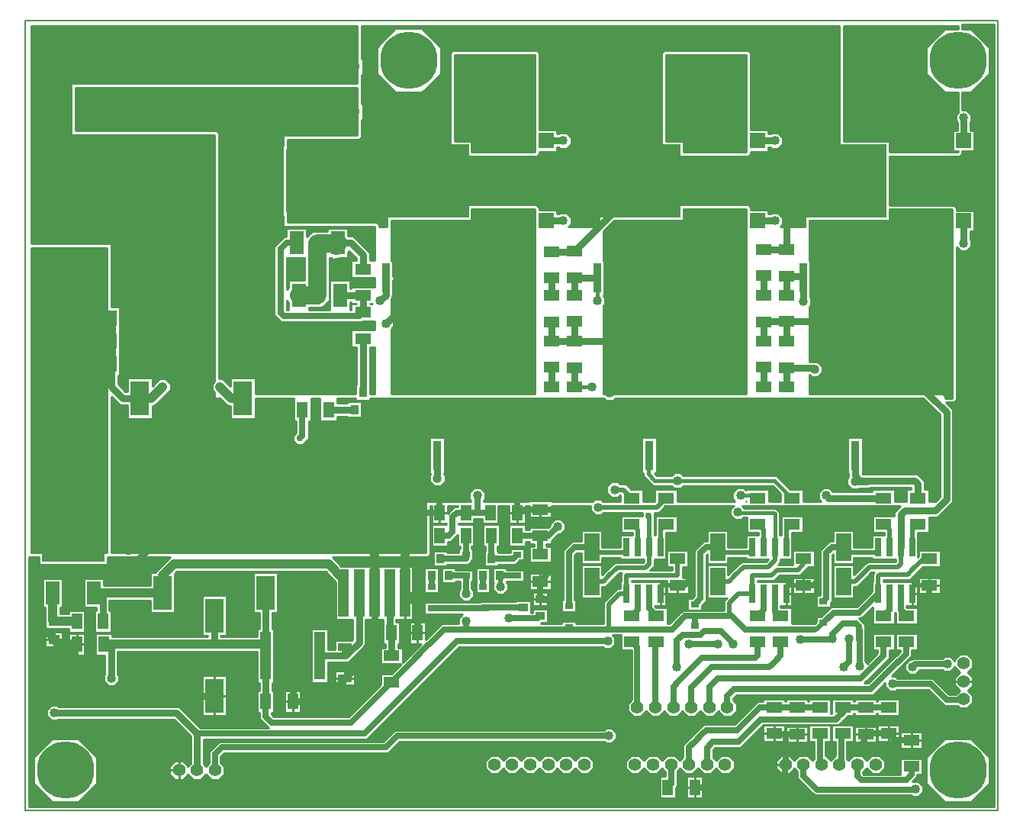
<source format=gbr>
G04 PROTEUS GERBER X2 FILE*
%TF.GenerationSoftware,Labcenter,Proteus,8.7-SP3-Build25561*%
%TF.CreationDate,2021-06-30T06:14:37+00:00*%
%TF.FileFunction,Copper,L1,Top*%
%TF.FilePolarity,Positive*%
%TF.Part,Single*%
%TF.SameCoordinates,{77f9167f-24a0-473a-9e88-04ab24b8f88e}*%
%FSLAX45Y45*%
%MOMM*%
G01*
%TA.AperFunction,Conductor*%
%ADD10C,0.762000*%
%ADD11C,2.032000*%
%ADD12C,5.080000*%
%ADD13C,0.508000*%
%ADD14C,0.635000*%
%ADD15C,1.016000*%
%ADD16C,0.254000*%
%ADD17C,0.381000*%
%TA.AperFunction,WasherPad*%
%ADD18C,1.016000*%
%TA.AperFunction,ViaPad*%
%ADD19C,1.016000*%
%ADD70C,1.778000*%
%ADD71C,0.762000*%
%TA.AperFunction,SMDPad,CuDef*%
%ADD20R,0.914400X3.200400*%
%ADD21R,10.795000X8.153400*%
%TA.AperFunction,SMDPad,CuDef*%
%ADD22R,4.572000X1.651000*%
%ADD23R,1.651000X1.651000*%
%TA.AperFunction,ComponentPad*%
%ADD24C,5.080000*%
%TA.AperFunction,SMDPad,CuDef*%
%ADD25R,6.985000X6.985000*%
%ADD26R,1.524000X2.540000*%
%TA.AperFunction,SMDPad,CuDef*%
%ADD27R,2.032000X3.810000*%
%ADD28R,1.270000X1.016000*%
%ADD29R,1.143000X1.803400*%
%TA.AperFunction,SMDPad,CuDef*%
%ADD72R,1.143000X5.207000*%
%ADD73R,10.744200X9.550400*%
%TA.AperFunction,SMDPad,CuDef*%
%ADD30R,1.193800X5.308600*%
%ADD31R,1.524000X0.889000*%
%ADD32R,1.803400X1.143000*%
%TA.AperFunction,SMDPad,CuDef*%
%ADD33R,0.889000X1.016000*%
%TA.AperFunction,SMDPad,CuDef*%
%ADD34R,0.635000X2.032000*%
%TA.AperFunction,SMDPad,CuDef*%
%ADD35R,1.651000X3.048000*%
%ADD36R,0.889000X0.635000*%
%TA.AperFunction,SMDPad,CuDef*%
%ADD37R,1.016000X0.889000*%
%TA.AperFunction,WasherPad*%
%ADD38C,1.397000*%
%TA.AperFunction,ComponentPad*%
%ADD39C,3.048000*%
%TA.AperFunction,OtherPad,Unknown*%
%ADD40C,6.350000*%
%TA.AperFunction,Profile*%
%ADD41C,0.203200*%
%TD.AperFunction*%
G36*
X+7950200Y+867958D02*
X+7979958Y+838200D01*
X+8001000Y+838200D01*
X+8001000Y+304800D01*
X+7598958Y+304800D01*
X+7569200Y+275042D01*
X+7569200Y+63500D01*
X+7301222Y+63500D01*
X+7327899Y+90177D01*
X+7327899Y+163823D01*
X+7275823Y+215899D01*
X+7202177Y+215899D01*
X+7189477Y+203199D01*
X+7169149Y+203199D01*
X+7169149Y+247649D01*
X+6972300Y+247649D01*
X+6972300Y+275042D01*
X+6942542Y+304800D01*
X+5312958Y+304800D01*
X+5283200Y+275042D01*
X+5283200Y+63500D01*
X+4951722Y+63500D01*
X+4978399Y+90177D01*
X+4978399Y+163823D01*
X+4926323Y+215899D01*
X+4852677Y+215899D01*
X+4839977Y+203199D01*
X+4819649Y+203199D01*
X+4819649Y+247649D01*
X+4622800Y+247649D01*
X+4622800Y+275042D01*
X+4593042Y+304800D01*
X+2963458Y+304800D01*
X+2933700Y+275042D01*
X+2933700Y+63500D01*
X+2844800Y+63500D01*
X+2844800Y+84542D01*
X+2815042Y+114300D01*
X+1828800Y+114300D01*
X+1828800Y+1028700D01*
X+2624542Y+1028700D01*
X+2654300Y+1058458D01*
X+2654300Y+1245894D01*
X+2666999Y+1258593D01*
X+2666999Y+1416407D01*
X+2654300Y+1429106D01*
X+2654300Y+1745894D01*
X+2666999Y+1758593D01*
X+2666999Y+1916407D01*
X+2654300Y+1929106D01*
X+2654300Y+2286000D01*
X+7950200Y+2286000D01*
X+7950200Y+867958D01*
G37*
%LPC*%
G36*
X+6974861Y+1989639D02*
X+6974812Y+1968560D01*
X+6972876Y+1136649D01*
X+7169149Y+1136649D01*
X+7169149Y+1092199D01*
X+7189477Y+1092199D01*
X+7202177Y+1104899D01*
X+7275823Y+1104899D01*
X+7327899Y+1052823D01*
X+7327899Y+979177D01*
X+7275823Y+927101D01*
X+7202177Y+927101D01*
X+7189477Y+939801D01*
X+7169149Y+939801D01*
X+7169149Y+895351D01*
X+6972314Y+895351D01*
X+6972250Y+867874D01*
X+6942506Y+838200D01*
X+6011458Y+838200D01*
X+5981700Y+867958D01*
X+5981700Y+1989538D01*
X+6011451Y+2019295D01*
X+6945083Y+2019481D01*
X+6974861Y+1989639D01*
G37*
G36*
X+4622800Y+1989542D02*
X+4622800Y+1136649D01*
X+4819649Y+1136649D01*
X+4819649Y+1092199D01*
X+4839977Y+1092199D01*
X+4852677Y+1104899D01*
X+4926323Y+1104899D01*
X+4978399Y+1052823D01*
X+4978399Y+979177D01*
X+4926323Y+927101D01*
X+4852677Y+927101D01*
X+4839977Y+939801D01*
X+4819649Y+939801D01*
X+4819649Y+895351D01*
X+4622800Y+895351D01*
X+4622800Y+867958D01*
X+4593042Y+838200D01*
X+3661958Y+838200D01*
X+3632200Y+867958D01*
X+3632200Y+1989542D01*
X+3661958Y+2019300D01*
X+4593042Y+2019300D01*
X+4622800Y+1989542D01*
G37*
G36*
X+5638800Y+566239D02*
X+5638800Y+576761D01*
X+5646239Y+584200D01*
X+5656761Y+584200D01*
X+5664200Y+576761D01*
X+5664200Y+566239D01*
X+5656761Y+558800D01*
X+5646239Y+558800D01*
X+5638800Y+566239D01*
G37*
G36*
X+7924800Y+566239D02*
X+7924800Y+576761D01*
X+7932239Y+584200D01*
X+7942761Y+584200D01*
X+7950200Y+576761D01*
X+7950200Y+566239D01*
X+7942761Y+558800D01*
X+7932239Y+558800D01*
X+7924800Y+566239D01*
G37*
G36*
X+3289300Y+566239D02*
X+3289300Y+576761D01*
X+3296739Y+584200D01*
X+3307261Y+584200D01*
X+3314700Y+576761D01*
X+3314700Y+566239D01*
X+3307261Y+558800D01*
X+3296739Y+558800D01*
X+3289300Y+566239D01*
G37*
G36*
X+2146300Y+566239D02*
X+2146300Y+576761D01*
X+2153739Y+584200D01*
X+2164261Y+584200D01*
X+2171700Y+576761D01*
X+2171700Y+566239D01*
X+2164261Y+558800D01*
X+2153739Y+558800D01*
X+2146300Y+566239D01*
G37*
G36*
X+2819401Y+1757706D02*
X+2819401Y+2052294D01*
X+3027706Y+2260599D01*
X+3322294Y+2260599D01*
X+3530599Y+2052294D01*
X+3530599Y+1757706D01*
X+3322294Y+1549401D01*
X+3027706Y+1549401D01*
X+2819401Y+1757706D01*
G37*
G36*
X+3194050Y+1161599D02*
X+3194050Y+1187901D01*
X+3212649Y+1206500D01*
X+3238951Y+1206500D01*
X+3257550Y+1187901D01*
X+3257550Y+1161599D01*
X+3238951Y+1143000D01*
X+3212649Y+1143000D01*
X+3194050Y+1161599D01*
G37*
G36*
X+3448050Y+1161599D02*
X+3448050Y+1187901D01*
X+3466649Y+1206500D01*
X+3492951Y+1206500D01*
X+3511550Y+1187901D01*
X+3511550Y+1161599D01*
X+3492951Y+1143000D01*
X+3466649Y+1143000D01*
X+3448050Y+1161599D01*
G37*
G36*
X+5226050Y+1161599D02*
X+5226050Y+1187901D01*
X+5244649Y+1206500D01*
X+5270951Y+1206500D01*
X+5289550Y+1187901D01*
X+5289550Y+1161599D01*
X+5270951Y+1143000D01*
X+5244649Y+1143000D01*
X+5226050Y+1161599D01*
G37*
G36*
X+5480050Y+1161599D02*
X+5480050Y+1187901D01*
X+5498649Y+1206500D01*
X+5524951Y+1206500D01*
X+5543550Y+1187901D01*
X+5543550Y+1161599D01*
X+5524951Y+1143000D01*
X+5498649Y+1143000D01*
X+5480050Y+1161599D01*
G37*
G36*
X+5734050Y+1161599D02*
X+5734050Y+1187901D01*
X+5752649Y+1206500D01*
X+5778951Y+1206500D01*
X+5797550Y+1187901D01*
X+5797550Y+1161599D01*
X+5778951Y+1143000D01*
X+5752649Y+1143000D01*
X+5734050Y+1161599D01*
G37*
G36*
X+7512050Y+1161599D02*
X+7512050Y+1187901D01*
X+7530649Y+1206500D01*
X+7556951Y+1206500D01*
X+7575550Y+1187901D01*
X+7575550Y+1161599D01*
X+7556951Y+1143000D01*
X+7530649Y+1143000D01*
X+7512050Y+1161599D01*
G37*
G36*
X+7766050Y+1161599D02*
X+7766050Y+1187901D01*
X+7784649Y+1206500D01*
X+7810951Y+1206500D01*
X+7829550Y+1187901D01*
X+7829550Y+1161599D01*
X+7810951Y+1143000D01*
X+7784649Y+1143000D01*
X+7766050Y+1161599D01*
G37*
G36*
X+3067050Y+1381569D02*
X+3067050Y+1407871D01*
X+3085649Y+1426470D01*
X+3111951Y+1426470D01*
X+3130550Y+1407871D01*
X+3130550Y+1381569D01*
X+3111951Y+1362970D01*
X+3085649Y+1362970D01*
X+3067050Y+1381569D01*
G37*
G36*
X+3321050Y+1381569D02*
X+3321050Y+1407871D01*
X+3339649Y+1426470D01*
X+3365951Y+1426470D01*
X+3384550Y+1407871D01*
X+3384550Y+1381569D01*
X+3365951Y+1362970D01*
X+3339649Y+1362970D01*
X+3321050Y+1381569D01*
G37*
G36*
X+4845050Y+1381569D02*
X+4845050Y+1407871D01*
X+4863649Y+1426470D01*
X+4889951Y+1426470D01*
X+4908550Y+1407871D01*
X+4908550Y+1381569D01*
X+4889951Y+1362970D01*
X+4863649Y+1362970D01*
X+4845050Y+1381569D01*
G37*
G36*
X+5099050Y+1381569D02*
X+5099050Y+1407871D01*
X+5117649Y+1426470D01*
X+5143951Y+1426470D01*
X+5162550Y+1407871D01*
X+5162550Y+1381569D01*
X+5143951Y+1362970D01*
X+5117649Y+1362970D01*
X+5099050Y+1381569D01*
G37*
G36*
X+5353050Y+1381569D02*
X+5353050Y+1407871D01*
X+5371649Y+1426470D01*
X+5397951Y+1426470D01*
X+5416550Y+1407871D01*
X+5416550Y+1381569D01*
X+5397951Y+1362970D01*
X+5371649Y+1362970D01*
X+5353050Y+1381569D01*
G37*
G36*
X+5607050Y+1381569D02*
X+5607050Y+1407871D01*
X+5625649Y+1426470D01*
X+5651951Y+1426470D01*
X+5670550Y+1407871D01*
X+5670550Y+1381569D01*
X+5651951Y+1362970D01*
X+5625649Y+1362970D01*
X+5607050Y+1381569D01*
G37*
G36*
X+7131050Y+1381569D02*
X+7131050Y+1407871D01*
X+7149649Y+1426470D01*
X+7175951Y+1426470D01*
X+7194550Y+1407871D01*
X+7194550Y+1381569D01*
X+7175951Y+1362970D01*
X+7149649Y+1362970D01*
X+7131050Y+1381569D01*
G37*
G36*
X+7385050Y+1381569D02*
X+7385050Y+1407871D01*
X+7403649Y+1426470D01*
X+7429951Y+1426470D01*
X+7448550Y+1407871D01*
X+7448550Y+1381569D01*
X+7429951Y+1362970D01*
X+7403649Y+1362970D01*
X+7385050Y+1381569D01*
G37*
G36*
X+7639050Y+1381569D02*
X+7639050Y+1407871D01*
X+7657649Y+1426470D01*
X+7683951Y+1426470D01*
X+7702550Y+1407871D01*
X+7702550Y+1381569D01*
X+7683951Y+1362970D01*
X+7657649Y+1362970D01*
X+7639050Y+1381569D01*
G37*
G36*
X+4718050Y+1601539D02*
X+4718050Y+1627841D01*
X+4736649Y+1646440D01*
X+4762951Y+1646440D01*
X+4781550Y+1627841D01*
X+4781550Y+1601539D01*
X+4762951Y+1582940D01*
X+4736649Y+1582940D01*
X+4718050Y+1601539D01*
G37*
G36*
X+4972050Y+1601539D02*
X+4972050Y+1627841D01*
X+4990649Y+1646440D01*
X+5016951Y+1646440D01*
X+5035550Y+1627841D01*
X+5035550Y+1601539D01*
X+5016951Y+1582940D01*
X+4990649Y+1582940D01*
X+4972050Y+1601539D01*
G37*
G36*
X+5226050Y+1601539D02*
X+5226050Y+1627841D01*
X+5244649Y+1646440D01*
X+5270951Y+1646440D01*
X+5289550Y+1627841D01*
X+5289550Y+1601539D01*
X+5270951Y+1582940D01*
X+5244649Y+1582940D01*
X+5226050Y+1601539D01*
G37*
G36*
X+5480050Y+1601539D02*
X+5480050Y+1627841D01*
X+5498649Y+1646440D01*
X+5524951Y+1646440D01*
X+5543550Y+1627841D01*
X+5543550Y+1601539D01*
X+5524951Y+1582940D01*
X+5498649Y+1582940D01*
X+5480050Y+1601539D01*
G37*
G36*
X+5734050Y+1601539D02*
X+5734050Y+1627841D01*
X+5752649Y+1646440D01*
X+5778951Y+1646440D01*
X+5797550Y+1627841D01*
X+5797550Y+1601539D01*
X+5778951Y+1582940D01*
X+5752649Y+1582940D01*
X+5734050Y+1601539D01*
G37*
G36*
X+7258050Y+1601539D02*
X+7258050Y+1627841D01*
X+7276649Y+1646440D01*
X+7302951Y+1646440D01*
X+7321550Y+1627841D01*
X+7321550Y+1601539D01*
X+7302951Y+1582940D01*
X+7276649Y+1582940D01*
X+7258050Y+1601539D01*
G37*
G36*
X+7512050Y+1601539D02*
X+7512050Y+1627841D01*
X+7530649Y+1646440D01*
X+7556951Y+1646440D01*
X+7575550Y+1627841D01*
X+7575550Y+1601539D01*
X+7556951Y+1582940D01*
X+7530649Y+1582940D01*
X+7512050Y+1601539D01*
G37*
G36*
X+7766050Y+1601539D02*
X+7766050Y+1627841D01*
X+7784649Y+1646440D01*
X+7810951Y+1646440D01*
X+7829550Y+1627841D01*
X+7829550Y+1601539D01*
X+7810951Y+1582940D01*
X+7784649Y+1582940D01*
X+7766050Y+1601539D01*
G37*
G36*
X+4845050Y+1821509D02*
X+4845050Y+1847811D01*
X+4863649Y+1866410D01*
X+4889951Y+1866410D01*
X+4908550Y+1847811D01*
X+4908550Y+1821509D01*
X+4889951Y+1802910D01*
X+4863649Y+1802910D01*
X+4845050Y+1821509D01*
G37*
G36*
X+5099050Y+1821509D02*
X+5099050Y+1847811D01*
X+5117649Y+1866410D01*
X+5143951Y+1866410D01*
X+5162550Y+1847811D01*
X+5162550Y+1821509D01*
X+5143951Y+1802910D01*
X+5117649Y+1802910D01*
X+5099050Y+1821509D01*
G37*
G36*
X+5353050Y+1821509D02*
X+5353050Y+1847811D01*
X+5371649Y+1866410D01*
X+5397951Y+1866410D01*
X+5416550Y+1847811D01*
X+5416550Y+1821509D01*
X+5397951Y+1802910D01*
X+5371649Y+1802910D01*
X+5353050Y+1821509D01*
G37*
G36*
X+5607050Y+1821509D02*
X+5607050Y+1847811D01*
X+5625649Y+1866410D01*
X+5651951Y+1866410D01*
X+5670550Y+1847811D01*
X+5670550Y+1821509D01*
X+5651951Y+1802910D01*
X+5625649Y+1802910D01*
X+5607050Y+1821509D01*
G37*
G36*
X+7131050Y+1821509D02*
X+7131050Y+1847811D01*
X+7149649Y+1866410D01*
X+7175951Y+1866410D01*
X+7194550Y+1847811D01*
X+7194550Y+1821509D01*
X+7175951Y+1802910D01*
X+7149649Y+1802910D01*
X+7131050Y+1821509D01*
G37*
G36*
X+7385050Y+1821509D02*
X+7385050Y+1847811D01*
X+7403649Y+1866410D01*
X+7429951Y+1866410D01*
X+7448550Y+1847811D01*
X+7448550Y+1821509D01*
X+7429951Y+1802910D01*
X+7403649Y+1802910D01*
X+7385050Y+1821509D01*
G37*
G36*
X+7639050Y+1821509D02*
X+7639050Y+1847811D01*
X+7657649Y+1866410D01*
X+7683951Y+1866410D01*
X+7702550Y+1847811D01*
X+7702550Y+1821509D01*
X+7683951Y+1802910D01*
X+7657649Y+1802910D01*
X+7639050Y+1821509D01*
G37*
G36*
X+4718050Y+2041479D02*
X+4718050Y+2067781D01*
X+4736649Y+2086380D01*
X+4762951Y+2086380D01*
X+4781550Y+2067781D01*
X+4781550Y+2041479D01*
X+4762951Y+2022880D01*
X+4736649Y+2022880D01*
X+4718050Y+2041479D01*
G37*
G36*
X+4972050Y+2041479D02*
X+4972050Y+2067781D01*
X+4990649Y+2086380D01*
X+5016951Y+2086380D01*
X+5035550Y+2067781D01*
X+5035550Y+2041479D01*
X+5016951Y+2022880D01*
X+4990649Y+2022880D01*
X+4972050Y+2041479D01*
G37*
G36*
X+5226050Y+2041479D02*
X+5226050Y+2067781D01*
X+5244649Y+2086380D01*
X+5270951Y+2086380D01*
X+5289550Y+2067781D01*
X+5289550Y+2041479D01*
X+5270951Y+2022880D01*
X+5244649Y+2022880D01*
X+5226050Y+2041479D01*
G37*
G36*
X+5480050Y+2041479D02*
X+5480050Y+2067781D01*
X+5498649Y+2086380D01*
X+5524951Y+2086380D01*
X+5543550Y+2067781D01*
X+5543550Y+2041479D01*
X+5524951Y+2022880D01*
X+5498649Y+2022880D01*
X+5480050Y+2041479D01*
G37*
G36*
X+5734050Y+2041479D02*
X+5734050Y+2067781D01*
X+5752649Y+2086380D01*
X+5778951Y+2086380D01*
X+5797550Y+2067781D01*
X+5797550Y+2041479D01*
X+5778951Y+2022880D01*
X+5752649Y+2022880D01*
X+5734050Y+2041479D01*
G37*
G36*
X+7258050Y+2041479D02*
X+7258050Y+2067781D01*
X+7276649Y+2086380D01*
X+7302951Y+2086380D01*
X+7321550Y+2067781D01*
X+7321550Y+2041479D01*
X+7302951Y+2022880D01*
X+7276649Y+2022880D01*
X+7258050Y+2041479D01*
G37*
G36*
X+7512050Y+2041479D02*
X+7512050Y+2067781D01*
X+7530649Y+2086380D01*
X+7556951Y+2086380D01*
X+7575550Y+2067781D01*
X+7575550Y+2041479D01*
X+7556951Y+2022880D01*
X+7530649Y+2022880D01*
X+7512050Y+2041479D01*
G37*
G36*
X+7766050Y+2041479D02*
X+7766050Y+2067781D01*
X+7784649Y+2086380D01*
X+7810951Y+2086380D01*
X+7829550Y+2067781D01*
X+7829550Y+2041479D01*
X+7810951Y+2022880D01*
X+7784649Y+2022880D01*
X+7766050Y+2041479D01*
G37*
G36*
X+4972050Y+1161599D02*
X+4972050Y+1187901D01*
X+4990649Y+1206500D01*
X+5016951Y+1206500D01*
X+5035550Y+1187901D01*
X+5035550Y+1161599D01*
X+5016951Y+1143000D01*
X+4990649Y+1143000D01*
X+4972050Y+1161599D01*
G37*
G36*
X+2813050Y+1381569D02*
X+2813050Y+1407871D01*
X+2831649Y+1426470D01*
X+2857951Y+1426470D01*
X+2876550Y+1407871D01*
X+2876550Y+1381569D01*
X+2857951Y+1362970D01*
X+2831649Y+1362970D01*
X+2813050Y+1381569D01*
G37*
G36*
X+2889250Y+1193349D02*
X+2889250Y+1219651D01*
X+2907849Y+1238250D01*
X+2934151Y+1238250D01*
X+2952750Y+1219651D01*
X+2952750Y+1193349D01*
X+2934151Y+1174750D01*
X+2907849Y+1174750D01*
X+2889250Y+1193349D01*
G37*
%LPD*%
G36*
X+6921500Y+889000D02*
X+6224269Y+889000D01*
X+6224269Y+1012189D01*
X+6032500Y+1012189D01*
X+6032500Y+1968500D01*
X+6924013Y+1968678D01*
X+6921500Y+889000D01*
G37*
%LPC*%
G36*
X+6662239Y+1028700D02*
X+6672761Y+1028700D01*
X+6680200Y+1021261D01*
X+6680200Y+1010739D01*
X+6672761Y+1003300D01*
X+6662239Y+1003300D01*
X+6654800Y+1010739D01*
X+6654800Y+1021261D01*
X+6662239Y+1028700D01*
G37*
G36*
X+6578600Y+1677676D02*
X+6578600Y+1751324D01*
X+6630676Y+1803400D01*
X+6704324Y+1803400D01*
X+6756400Y+1751324D01*
X+6756400Y+1677676D01*
X+6704324Y+1625600D01*
X+6630676Y+1625600D01*
X+6578600Y+1677676D01*
G37*
G36*
X+6332219Y+1039159D02*
X+6332219Y+1065461D01*
X+6350818Y+1084060D01*
X+6377120Y+1084060D01*
X+6395719Y+1065461D01*
X+6395719Y+1039159D01*
X+6377120Y+1020560D01*
X+6350818Y+1020560D01*
X+6332219Y+1039159D01*
G37*
G36*
X+6230619Y+1215135D02*
X+6230619Y+1241437D01*
X+6249218Y+1260036D01*
X+6275520Y+1260036D01*
X+6294119Y+1241437D01*
X+6294119Y+1215135D01*
X+6275520Y+1196536D01*
X+6249218Y+1196536D01*
X+6230619Y+1215135D01*
G37*
G36*
X+6433819Y+1215135D02*
X+6433819Y+1241437D01*
X+6452418Y+1260036D01*
X+6478720Y+1260036D01*
X+6497319Y+1241437D01*
X+6497319Y+1215135D01*
X+6478720Y+1196536D01*
X+6452418Y+1196536D01*
X+6433819Y+1215135D01*
G37*
G36*
X+6129019Y+1391111D02*
X+6129019Y+1417413D01*
X+6147618Y+1436012D01*
X+6173920Y+1436012D01*
X+6192519Y+1417413D01*
X+6192519Y+1391111D01*
X+6173920Y+1372512D01*
X+6147618Y+1372512D01*
X+6129019Y+1391111D01*
G37*
G36*
X+6332219Y+1391111D02*
X+6332219Y+1417413D01*
X+6350818Y+1436012D01*
X+6377120Y+1436012D01*
X+6395719Y+1417413D01*
X+6395719Y+1391111D01*
X+6377120Y+1372512D01*
X+6350818Y+1372512D01*
X+6332219Y+1391111D01*
G37*
G36*
X+6230619Y+1567087D02*
X+6230619Y+1593389D01*
X+6249218Y+1611988D01*
X+6275520Y+1611988D01*
X+6294119Y+1593389D01*
X+6294119Y+1567087D01*
X+6275520Y+1548488D01*
X+6249218Y+1548488D01*
X+6230619Y+1567087D01*
G37*
G36*
X+6129019Y+1743063D02*
X+6129019Y+1769365D01*
X+6147618Y+1787964D01*
X+6173920Y+1787964D01*
X+6192519Y+1769365D01*
X+6192519Y+1743063D01*
X+6173920Y+1724464D01*
X+6147618Y+1724464D01*
X+6129019Y+1743063D01*
G37*
G36*
X+6254750Y+1891849D02*
X+6254750Y+1918151D01*
X+6273349Y+1936750D01*
X+6299651Y+1936750D01*
X+6318250Y+1918151D01*
X+6318250Y+1891849D01*
X+6299651Y+1873250D01*
X+6273349Y+1873250D01*
X+6254750Y+1891849D01*
G37*
%LPD*%
G36*
X+4572000Y+889000D02*
X+3874769Y+889000D01*
X+3874769Y+1012189D01*
X+3683000Y+1012189D01*
X+3683000Y+1968500D01*
X+4572000Y+1968500D01*
X+4572000Y+889000D01*
G37*
%LPC*%
G36*
X+4312739Y+1028700D02*
X+4323261Y+1028700D01*
X+4330700Y+1021261D01*
X+4330700Y+1010739D01*
X+4323261Y+1003300D01*
X+4312739Y+1003300D01*
X+4305300Y+1010739D01*
X+4305300Y+1021261D01*
X+4312739Y+1028700D01*
G37*
G36*
X+4229100Y+1677676D02*
X+4229100Y+1751324D01*
X+4281176Y+1803400D01*
X+4354824Y+1803400D01*
X+4406900Y+1751324D01*
X+4406900Y+1677676D01*
X+4354824Y+1625600D01*
X+4281176Y+1625600D01*
X+4229100Y+1677676D01*
G37*
G36*
X+3981450Y+1039159D02*
X+3981450Y+1065461D01*
X+4000049Y+1084060D01*
X+4026351Y+1084060D01*
X+4044950Y+1065461D01*
X+4044950Y+1039159D01*
X+4026351Y+1020560D01*
X+4000049Y+1020560D01*
X+3981450Y+1039159D01*
G37*
G36*
X+3879850Y+1215135D02*
X+3879850Y+1241437D01*
X+3898449Y+1260036D01*
X+3924751Y+1260036D01*
X+3943350Y+1241437D01*
X+3943350Y+1215135D01*
X+3924751Y+1196536D01*
X+3898449Y+1196536D01*
X+3879850Y+1215135D01*
G37*
G36*
X+4083050Y+1215135D02*
X+4083050Y+1241437D01*
X+4101649Y+1260036D01*
X+4127951Y+1260036D01*
X+4146550Y+1241437D01*
X+4146550Y+1215135D01*
X+4127951Y+1196536D01*
X+4101649Y+1196536D01*
X+4083050Y+1215135D01*
G37*
G36*
X+3778250Y+1391111D02*
X+3778250Y+1417413D01*
X+3796849Y+1436012D01*
X+3823151Y+1436012D01*
X+3841750Y+1417413D01*
X+3841750Y+1391111D01*
X+3823151Y+1372512D01*
X+3796849Y+1372512D01*
X+3778250Y+1391111D01*
G37*
G36*
X+3981450Y+1391111D02*
X+3981450Y+1417413D01*
X+4000049Y+1436012D01*
X+4026351Y+1436012D01*
X+4044950Y+1417413D01*
X+4044950Y+1391111D01*
X+4026351Y+1372512D01*
X+4000049Y+1372512D01*
X+3981450Y+1391111D01*
G37*
G36*
X+3879850Y+1567087D02*
X+3879850Y+1593389D01*
X+3898449Y+1611988D01*
X+3924751Y+1611988D01*
X+3943350Y+1593389D01*
X+3943350Y+1567087D01*
X+3924751Y+1548488D01*
X+3898449Y+1548488D01*
X+3879850Y+1567087D01*
G37*
G36*
X+3778250Y+1743063D02*
X+3778250Y+1769365D01*
X+3796849Y+1787964D01*
X+3823151Y+1787964D01*
X+3841750Y+1769365D01*
X+3841750Y+1743063D01*
X+3823151Y+1724464D01*
X+3796849Y+1724464D01*
X+3778250Y+1743063D01*
G37*
G36*
X+3905250Y+1891849D02*
X+3905250Y+1918151D01*
X+3923849Y+1936750D01*
X+3950151Y+1936750D01*
X+3968750Y+1918151D01*
X+3968750Y+1891849D01*
X+3950151Y+1873250D01*
X+3923849Y+1873250D01*
X+3905250Y+1891849D01*
G37*
%LPD*%
G36*
X-177800Y-3556000D02*
X-1016000Y-3556000D01*
X-1016000Y-177800D01*
X-177800Y-177800D01*
X-177800Y-3556000D01*
G37*
%LPC*%
G36*
X-558800Y-3314881D02*
X-558800Y-3304359D01*
X-551361Y-3296920D01*
X-540839Y-3296920D01*
X-533400Y-3304359D01*
X-533400Y-3314881D01*
X-540839Y-3322320D01*
X-551361Y-3322320D01*
X-558800Y-3314881D01*
G37*
G36*
X-608324Y-1244600D02*
X-534676Y-1244600D01*
X-482600Y-1296676D01*
X-482600Y-1370324D01*
X-534676Y-1422400D01*
X-608324Y-1422400D01*
X-660400Y-1370324D01*
X-660400Y-1296676D01*
X-608324Y-1244600D01*
G37*
G36*
X-767261Y-223800D02*
X-756739Y-223800D01*
X-749300Y-231239D01*
X-749300Y-241761D01*
X-756739Y-249200D01*
X-767261Y-249200D01*
X-774700Y-241761D01*
X-774700Y-231239D01*
X-767261Y-223800D01*
G37*
G36*
X-641312Y-711341D02*
X-678136Y-647559D01*
X-659075Y-576422D01*
X-595293Y-539598D01*
X-524156Y-558659D01*
X-487332Y-622441D01*
X-506393Y-693578D01*
X-570175Y-730402D01*
X-641312Y-711341D01*
G37*
G36*
X-793750Y-2759931D02*
X-793750Y-2733629D01*
X-775151Y-2715030D01*
X-748849Y-2715030D01*
X-730250Y-2733629D01*
X-730250Y-2759931D01*
X-748849Y-2778530D01*
X-775151Y-2778530D01*
X-793750Y-2759931D01*
G37*
G36*
X-920750Y-2539961D02*
X-920750Y-2513659D01*
X-902151Y-2495060D01*
X-875849Y-2495060D01*
X-857250Y-2513659D01*
X-857250Y-2539961D01*
X-875849Y-2558560D01*
X-902151Y-2558560D01*
X-920750Y-2539961D01*
G37*
G36*
X-412750Y-2539961D02*
X-412750Y-2513659D01*
X-394151Y-2495060D01*
X-367849Y-2495060D01*
X-349250Y-2513659D01*
X-349250Y-2539961D01*
X-367849Y-2558560D01*
X-394151Y-2558560D01*
X-412750Y-2539961D01*
G37*
G36*
X-793750Y-2319991D02*
X-793750Y-2293689D01*
X-775151Y-2275090D01*
X-748849Y-2275090D01*
X-730250Y-2293689D01*
X-730250Y-2319991D01*
X-748849Y-2338590D01*
X-775151Y-2338590D01*
X-793750Y-2319991D01*
G37*
G36*
X-920750Y-2100021D02*
X-920750Y-2073719D01*
X-902151Y-2055120D01*
X-875849Y-2055120D01*
X-857250Y-2073719D01*
X-857250Y-2100021D01*
X-875849Y-2118620D01*
X-902151Y-2118620D01*
X-920750Y-2100021D01*
G37*
G36*
X-412750Y-2100021D02*
X-412750Y-2073719D01*
X-394151Y-2055120D01*
X-367849Y-2055120D01*
X-349250Y-2073719D01*
X-349250Y-2100021D01*
X-367849Y-2118620D01*
X-394151Y-2118620D01*
X-412750Y-2100021D01*
G37*
G36*
X-793750Y-1880051D02*
X-793750Y-1853749D01*
X-775151Y-1835150D01*
X-748849Y-1835150D01*
X-730250Y-1853749D01*
X-730250Y-1880051D01*
X-748849Y-1898650D01*
X-775151Y-1898650D01*
X-793750Y-1880051D01*
G37*
G36*
X-920750Y-1660081D02*
X-920750Y-1633779D01*
X-902151Y-1615180D01*
X-875849Y-1615180D01*
X-857250Y-1633779D01*
X-857250Y-1660081D01*
X-875849Y-1678680D01*
X-902151Y-1678680D01*
X-920750Y-1660081D01*
G37*
G36*
X-920750Y-1220141D02*
X-920750Y-1193839D01*
X-902151Y-1175240D01*
X-875849Y-1175240D01*
X-857250Y-1193839D01*
X-857250Y-1220141D01*
X-875849Y-1238740D01*
X-902151Y-1238740D01*
X-920750Y-1220141D01*
G37*
G36*
X-793750Y-1000171D02*
X-793750Y-973869D01*
X-775151Y-955270D01*
X-748849Y-955270D01*
X-730250Y-973869D01*
X-730250Y-1000171D01*
X-748849Y-1018770D01*
X-775151Y-1018770D01*
X-793750Y-1000171D01*
G37*
G36*
X-920750Y-780201D02*
X-920750Y-753899D01*
X-902151Y-735300D01*
X-875849Y-735300D01*
X-857250Y-753899D01*
X-857250Y-780201D01*
X-875849Y-798800D01*
X-902151Y-798800D01*
X-920750Y-780201D01*
G37*
G36*
X-412750Y-340261D02*
X-412750Y-313959D01*
X-394151Y-295360D01*
X-367849Y-295360D01*
X-349250Y-313959D01*
X-349250Y-340261D01*
X-367849Y-358860D01*
X-394151Y-358860D01*
X-412750Y-340261D01*
G37*
%LPD*%
G36*
X+9271000Y+2255519D02*
X+9125810Y+2255519D01*
X+8920481Y+2050190D01*
X+8920481Y+1759810D01*
X+9125810Y+1554481D01*
X+9271000Y+1554481D01*
X+9271000Y+1325038D01*
X+9250681Y+1304719D01*
X+9250681Y+1235281D01*
X+9263381Y+1222581D01*
X+9263381Y+1131569D01*
X+9218931Y+1131569D01*
X+9218931Y+900431D01*
X+9271000Y+900431D01*
X+9271000Y+889000D01*
X+8510269Y+889000D01*
X+8510269Y+1012189D01*
X+8001000Y+1012189D01*
X+8001000Y+2286000D01*
X+9271000Y+2286000D01*
X+9271000Y+2255519D01*
G37*
%LPC*%
G36*
X+8948239Y+1028700D02*
X+8958761Y+1028700D01*
X+8966200Y+1021261D01*
X+8966200Y+1010739D01*
X+8958761Y+1003300D01*
X+8948239Y+1003300D01*
X+8940800Y+1010739D01*
X+8940800Y+1021261D01*
X+8948239Y+1028700D01*
G37*
G36*
X+8166100Y+1614176D02*
X+8166100Y+1687824D01*
X+8218176Y+1739900D01*
X+8291824Y+1739900D01*
X+8343900Y+1687824D01*
X+8343900Y+1614176D01*
X+8291824Y+1562100D01*
X+8218176Y+1562100D01*
X+8166100Y+1614176D01*
G37*
G36*
X+8566150Y+1215135D02*
X+8566150Y+1241437D01*
X+8584749Y+1260036D01*
X+8611051Y+1260036D01*
X+8629650Y+1241437D01*
X+8629650Y+1215135D01*
X+8611051Y+1196536D01*
X+8584749Y+1196536D01*
X+8566150Y+1215135D01*
G37*
G36*
X+8769350Y+1215135D02*
X+8769350Y+1241437D01*
X+8787949Y+1260036D01*
X+8814251Y+1260036D01*
X+8832850Y+1241437D01*
X+8832850Y+1215135D01*
X+8814251Y+1196536D01*
X+8787949Y+1196536D01*
X+8769350Y+1215135D01*
G37*
G36*
X+8566150Y+1567087D02*
X+8566150Y+1593389D01*
X+8584749Y+1611988D01*
X+8611051Y+1611988D01*
X+8629650Y+1593389D01*
X+8629650Y+1567087D01*
X+8611051Y+1548488D01*
X+8584749Y+1548488D01*
X+8566150Y+1567087D01*
G37*
G36*
X+8604250Y+1891849D02*
X+8604250Y+1918151D01*
X+8622849Y+1936750D01*
X+8649151Y+1936750D01*
X+8667750Y+1918151D01*
X+8667750Y+1891849D01*
X+8649151Y+1873250D01*
X+8622849Y+1873250D01*
X+8604250Y+1891849D01*
G37*
G36*
X+8274050Y+1244394D02*
X+8274050Y+1270696D01*
X+8292649Y+1289295D01*
X+8318951Y+1289295D01*
X+8337550Y+1270696D01*
X+8337550Y+1244394D01*
X+8318951Y+1225795D01*
X+8292649Y+1225795D01*
X+8274050Y+1244394D01*
G37*
G36*
X+9036050Y+1244394D02*
X+9036050Y+1270696D01*
X+9054649Y+1289295D01*
X+9080951Y+1289295D01*
X+9099550Y+1270696D01*
X+9099550Y+1244394D01*
X+9080951Y+1225795D01*
X+9054649Y+1225795D01*
X+9036050Y+1244394D01*
G37*
G36*
X+8274050Y+2124274D02*
X+8274050Y+2150576D01*
X+8292649Y+2169175D01*
X+8318951Y+2169175D01*
X+8337550Y+2150576D01*
X+8337550Y+2124274D01*
X+8318951Y+2105675D01*
X+8292649Y+2105675D01*
X+8274050Y+2124274D01*
G37*
G36*
X+8528050Y+2124274D02*
X+8528050Y+2150576D01*
X+8546649Y+2169175D01*
X+8572951Y+2169175D01*
X+8591550Y+2150576D01*
X+8591550Y+2124274D01*
X+8572951Y+2105675D01*
X+8546649Y+2105675D01*
X+8528050Y+2124274D01*
G37*
G36*
X+8782050Y+2124274D02*
X+8782050Y+2150576D01*
X+8800649Y+2169175D01*
X+8826951Y+2169175D01*
X+8845550Y+2150576D01*
X+8845550Y+2124274D01*
X+8826951Y+2105675D01*
X+8800649Y+2105675D01*
X+8782050Y+2124274D01*
G37*
%LPD*%
G36*
X+4572000Y-1790700D02*
X+2984500Y-1790700D01*
X+2984500Y-1071038D01*
X+3004819Y-1050719D01*
X+3004819Y-981281D01*
X+2984500Y-960962D01*
X+2984500Y-735576D01*
X+2992119Y-727957D01*
X+2992119Y-701039D01*
X+2999739Y-701039D01*
X+2999739Y-533541D01*
X+3023428Y-509852D01*
X+2999739Y-486163D01*
X+2999739Y-314961D01*
X+2984500Y-314961D01*
X+2984500Y+130811D01*
X+3874769Y+130811D01*
X+3874769Y+254000D01*
X+4572000Y+254000D01*
X+4572000Y-1790700D01*
G37*
%LPC*%
G36*
X+3860800Y-1402261D02*
X+3860800Y-1391739D01*
X+3868239Y-1384300D01*
X+3878761Y-1384300D01*
X+3886200Y-1391739D01*
X+3886200Y-1402261D01*
X+3878761Y-1409700D01*
X+3868239Y-1409700D01*
X+3860800Y-1402261D01*
G37*
G36*
X+3035300Y-513261D02*
X+3035300Y-502739D01*
X+3042739Y-495300D01*
X+3053261Y-495300D01*
X+3060700Y-502739D01*
X+3060700Y-513261D01*
X+3053261Y-520700D01*
X+3042739Y-520700D01*
X+3035300Y-513261D01*
G37*
G36*
X+3162300Y-513261D02*
X+3162300Y-502739D01*
X+3169739Y-495300D01*
X+3180261Y-495300D01*
X+3187700Y-502739D01*
X+3187700Y-513261D01*
X+3180261Y-520700D01*
X+3169739Y-520700D01*
X+3162300Y-513261D01*
G37*
G36*
X+3416300Y-513261D02*
X+3416300Y-502739D01*
X+3423739Y-495300D01*
X+3434261Y-495300D01*
X+3441700Y-502739D01*
X+3441700Y-513261D01*
X+3434261Y-520700D01*
X+3423739Y-520700D01*
X+3416300Y-513261D01*
G37*
G36*
X+3543300Y-513261D02*
X+3543300Y-502739D01*
X+3550739Y-495300D01*
X+3561261Y-495300D01*
X+3568700Y-502739D01*
X+3568700Y-513261D01*
X+3561261Y-520700D01*
X+3550739Y-520700D01*
X+3543300Y-513261D01*
G37*
G36*
X+3670300Y-513261D02*
X+3670300Y-502739D01*
X+3677739Y-495300D01*
X+3688261Y-495300D01*
X+3695700Y-502739D01*
X+3695700Y-513261D01*
X+3688261Y-520700D01*
X+3677739Y-520700D01*
X+3670300Y-513261D01*
G37*
G36*
X+4312739Y+139700D02*
X+4323261Y+139700D01*
X+4330700Y+132261D01*
X+4330700Y+121739D01*
X+4323261Y+114300D01*
X+4312739Y+114300D01*
X+4305300Y+121739D01*
X+4305300Y+132261D01*
X+4312739Y+139700D01*
G37*
G36*
X+3181350Y-1510805D02*
X+3181350Y-1484503D01*
X+3199949Y-1465904D01*
X+3226251Y-1465904D01*
X+3244850Y-1484503D01*
X+3244850Y-1510805D01*
X+3226251Y-1529404D01*
X+3199949Y-1529404D01*
X+3181350Y-1510805D01*
G37*
G36*
X+3079750Y-1334829D02*
X+3079750Y-1308527D01*
X+3098349Y-1289928D01*
X+3124651Y-1289928D01*
X+3143250Y-1308527D01*
X+3143250Y-1334829D01*
X+3124651Y-1353428D01*
X+3098349Y-1353428D01*
X+3079750Y-1334829D01*
G37*
G36*
X+3181350Y-1158853D02*
X+3181350Y-1132551D01*
X+3199949Y-1113952D01*
X+3226251Y-1113952D01*
X+3244850Y-1132551D01*
X+3244850Y-1158853D01*
X+3226251Y-1177452D01*
X+3199949Y-1177452D01*
X+3181350Y-1158853D01*
G37*
G36*
X+4095750Y-630925D02*
X+4095750Y-604623D01*
X+4114349Y-586024D01*
X+4140651Y-586024D01*
X+4159250Y-604623D01*
X+4159250Y-630925D01*
X+4140651Y-649524D01*
X+4114349Y-649524D01*
X+4095750Y-630925D01*
G37*
G36*
X+4298950Y-630925D02*
X+4298950Y-604623D01*
X+4317549Y-586024D01*
X+4343851Y-586024D01*
X+4362450Y-604623D01*
X+4362450Y-630925D01*
X+4343851Y-649524D01*
X+4317549Y-649524D01*
X+4298950Y-630925D01*
G37*
G36*
X+3282950Y-278973D02*
X+3282950Y-252671D01*
X+3301549Y-234072D01*
X+3327851Y-234072D01*
X+3346450Y-252671D01*
X+3346450Y-278973D01*
X+3327851Y-297572D01*
X+3301549Y-297572D01*
X+3282950Y-278973D01*
G37*
G36*
X+3486150Y-278973D02*
X+3486150Y-252671D01*
X+3504749Y-234072D01*
X+3531051Y-234072D01*
X+3549650Y-252671D01*
X+3549650Y-278973D01*
X+3531051Y-297572D01*
X+3504749Y-297572D01*
X+3486150Y-278973D01*
G37*
G36*
X+3689350Y-278973D02*
X+3689350Y-252671D01*
X+3707949Y-234072D01*
X+3734251Y-234072D01*
X+3752850Y-252671D01*
X+3752850Y-278973D01*
X+3734251Y-297572D01*
X+3707949Y-297572D01*
X+3689350Y-278973D01*
G37*
G36*
X+3892550Y-278973D02*
X+3892550Y-252671D01*
X+3911149Y-234072D01*
X+3937451Y-234072D01*
X+3956050Y-252671D01*
X+3956050Y-278973D01*
X+3937451Y-297572D01*
X+3911149Y-297572D01*
X+3892550Y-278973D01*
G37*
G36*
X+4095750Y-278973D02*
X+4095750Y-252671D01*
X+4114349Y-234072D01*
X+4140651Y-234072D01*
X+4159250Y-252671D01*
X+4159250Y-278973D01*
X+4140651Y-297572D01*
X+4114349Y-297572D01*
X+4095750Y-278973D01*
G37*
G36*
X+3181350Y-102997D02*
X+3181350Y-76695D01*
X+3199949Y-58096D01*
X+3226251Y-58096D01*
X+3244850Y-76695D01*
X+3244850Y-102997D01*
X+3226251Y-121596D01*
X+3199949Y-121596D01*
X+3181350Y-102997D01*
G37*
G36*
X+3384550Y-102997D02*
X+3384550Y-76695D01*
X+3403149Y-58096D01*
X+3429451Y-58096D01*
X+3448050Y-76695D01*
X+3448050Y-102997D01*
X+3429451Y-121596D01*
X+3403149Y-121596D01*
X+3384550Y-102997D01*
G37*
G36*
X+3587750Y-102997D02*
X+3587750Y-76695D01*
X+3606349Y-58096D01*
X+3632651Y-58096D01*
X+3651250Y-76695D01*
X+3651250Y-102997D01*
X+3632651Y-121596D01*
X+3606349Y-121596D01*
X+3587750Y-102997D01*
G37*
G36*
X+3790950Y-102997D02*
X+3790950Y-76695D01*
X+3809549Y-58096D01*
X+3835851Y-58096D01*
X+3854450Y-76695D01*
X+3854450Y-102997D01*
X+3835851Y-121596D01*
X+3809549Y-121596D01*
X+3790950Y-102997D01*
G37*
G36*
X+3994150Y-102997D02*
X+3994150Y-76695D01*
X+4012749Y-58096D01*
X+4039051Y-58096D01*
X+4057650Y-76695D01*
X+4057650Y-102997D01*
X+4039051Y-121596D01*
X+4012749Y-121596D01*
X+3994150Y-102997D01*
G37*
G36*
X+4400550Y-102997D02*
X+4400550Y-76695D01*
X+4419149Y-58096D01*
X+4445451Y-58096D01*
X+4464050Y-76695D01*
X+4464050Y-102997D01*
X+4445451Y-121596D01*
X+4419149Y-121596D01*
X+4400550Y-102997D01*
G37*
G36*
X+3079750Y-1686781D02*
X+3079750Y-1660479D01*
X+3098349Y-1641880D01*
X+3124651Y-1641880D01*
X+3143250Y-1660479D01*
X+3143250Y-1686781D01*
X+3124651Y-1705380D01*
X+3098349Y-1705380D01*
X+3079750Y-1686781D01*
G37*
G36*
X+4095750Y-806901D02*
X+4095750Y-780599D01*
X+4114349Y-762000D01*
X+4140651Y-762000D01*
X+4159250Y-780599D01*
X+4159250Y-806901D01*
X+4140651Y-825500D01*
X+4114349Y-825500D01*
X+4095750Y-806901D01*
G37*
G36*
X+4349750Y-806901D02*
X+4349750Y-780599D01*
X+4368349Y-762000D01*
X+4394651Y-762000D01*
X+4413250Y-780599D01*
X+4413250Y-806901D01*
X+4394651Y-825500D01*
X+4368349Y-825500D01*
X+4349750Y-806901D01*
G37*
%LPD*%
G36*
X+6921500Y-1790700D02*
X+5432764Y-1790700D01*
X+5432764Y-1769902D01*
X+5414165Y-1751303D01*
X+5387863Y-1751303D01*
X+5369264Y-1769902D01*
X+5369264Y-1790700D01*
X+5334000Y-1790700D01*
X+5334000Y-817038D01*
X+5354319Y-796719D01*
X+5354319Y-727281D01*
X+5334000Y-706962D01*
X+5334000Y-701039D01*
X+5349239Y-701039D01*
X+5349239Y-314961D01*
X+5334000Y-314961D01*
X+5334000Y+8924D01*
X+5455887Y+130811D01*
X+6224269Y+130811D01*
X+6224269Y+254000D01*
X+6921500Y+254000D01*
X+6921500Y-1790700D01*
G37*
%LPC*%
G36*
X+5384800Y-513261D02*
X+5384800Y-502739D01*
X+5392239Y-495300D01*
X+5402761Y-495300D01*
X+5410200Y-502739D01*
X+5410200Y-513261D01*
X+5402761Y-520700D01*
X+5392239Y-520700D01*
X+5384800Y-513261D01*
G37*
G36*
X+5511800Y-513261D02*
X+5511800Y-502739D01*
X+5519239Y-495300D01*
X+5529761Y-495300D01*
X+5537200Y-502739D01*
X+5537200Y-513261D01*
X+5529761Y-520700D01*
X+5519239Y-520700D01*
X+5511800Y-513261D01*
G37*
G36*
X+5765800Y-513261D02*
X+5765800Y-502739D01*
X+5773239Y-495300D01*
X+5783761Y-495300D01*
X+5791200Y-502739D01*
X+5791200Y-513261D01*
X+5783761Y-520700D01*
X+5773239Y-520700D01*
X+5765800Y-513261D01*
G37*
G36*
X+5892800Y-513261D02*
X+5892800Y-502739D01*
X+5900239Y-495300D01*
X+5910761Y-495300D01*
X+5918200Y-502739D01*
X+5918200Y-513261D01*
X+5910761Y-520700D01*
X+5900239Y-520700D01*
X+5892800Y-513261D01*
G37*
G36*
X+6019800Y-513261D02*
X+6019800Y-502739D01*
X+6027239Y-495300D01*
X+6037761Y-495300D01*
X+6045200Y-502739D01*
X+6045200Y-513261D01*
X+6037761Y-520700D01*
X+6027239Y-520700D01*
X+6019800Y-513261D01*
G37*
G36*
X+6210300Y-1402261D02*
X+6210300Y-1391739D01*
X+6217739Y-1384300D01*
X+6228261Y-1384300D01*
X+6235700Y-1391739D01*
X+6235700Y-1402261D01*
X+6228261Y-1409700D01*
X+6217739Y-1409700D01*
X+6210300Y-1402261D01*
G37*
G36*
X+6662239Y+139700D02*
X+6672761Y+139700D01*
X+6680200Y+132261D01*
X+6680200Y+121739D01*
X+6672761Y+114300D01*
X+6662239Y+114300D01*
X+6654800Y+121739D01*
X+6654800Y+132261D01*
X+6662239Y+139700D01*
G37*
G36*
X+5530850Y-1510805D02*
X+5530850Y-1484503D01*
X+5549449Y-1465904D01*
X+5575751Y-1465904D01*
X+5594350Y-1484503D01*
X+5594350Y-1510805D01*
X+5575751Y-1529404D01*
X+5549449Y-1529404D01*
X+5530850Y-1510805D01*
G37*
G36*
X+5429250Y-1334829D02*
X+5429250Y-1308527D01*
X+5447849Y-1289928D01*
X+5474151Y-1289928D01*
X+5492750Y-1308527D01*
X+5492750Y-1334829D01*
X+5474151Y-1353428D01*
X+5447849Y-1353428D01*
X+5429250Y-1334829D01*
G37*
G36*
X+5530850Y-1158853D02*
X+5530850Y-1132551D01*
X+5549449Y-1113952D01*
X+5575751Y-1113952D01*
X+5594350Y-1132551D01*
X+5594350Y-1158853D01*
X+5575751Y-1177452D01*
X+5549449Y-1177452D01*
X+5530850Y-1158853D01*
G37*
G36*
X+5530850Y-806901D02*
X+5530850Y-780599D01*
X+5549449Y-762000D01*
X+5575751Y-762000D01*
X+5594350Y-780599D01*
X+5594350Y-806901D01*
X+5575751Y-825500D01*
X+5549449Y-825500D01*
X+5530850Y-806901D01*
G37*
G36*
X+5734050Y-806901D02*
X+5734050Y-780599D01*
X+5752649Y-762000D01*
X+5778951Y-762000D01*
X+5797550Y-780599D01*
X+5797550Y-806901D01*
X+5778951Y-825500D01*
X+5752649Y-825500D01*
X+5734050Y-806901D01*
G37*
G36*
X+5937250Y-806901D02*
X+5937250Y-780599D01*
X+5955849Y-762000D01*
X+5982151Y-762000D01*
X+6000750Y-780599D01*
X+6000750Y-806901D01*
X+5982151Y-825500D01*
X+5955849Y-825500D01*
X+5937250Y-806901D01*
G37*
G36*
X+6343650Y-806901D02*
X+6343650Y-780599D01*
X+6362249Y-762000D01*
X+6388551Y-762000D01*
X+6407150Y-780599D01*
X+6407150Y-806901D01*
X+6388551Y-825500D01*
X+6362249Y-825500D01*
X+6343650Y-806901D01*
G37*
G36*
X+6546850Y-806901D02*
X+6546850Y-780599D01*
X+6565449Y-762000D01*
X+6591751Y-762000D01*
X+6610350Y-780599D01*
X+6610350Y-806901D01*
X+6591751Y-825500D01*
X+6565449Y-825500D01*
X+6546850Y-806901D01*
G37*
G36*
X+6750050Y-806901D02*
X+6750050Y-780599D01*
X+6768649Y-762000D01*
X+6794951Y-762000D01*
X+6813550Y-780599D01*
X+6813550Y-806901D01*
X+6794951Y-825500D01*
X+6768649Y-825500D01*
X+6750050Y-806901D01*
G37*
G36*
X+6445250Y-630925D02*
X+6445250Y-604623D01*
X+6463849Y-586024D01*
X+6490151Y-586024D01*
X+6508750Y-604623D01*
X+6508750Y-630925D01*
X+6490151Y-649524D01*
X+6463849Y-649524D01*
X+6445250Y-630925D01*
G37*
G36*
X+6648450Y-630925D02*
X+6648450Y-604623D01*
X+6667049Y-586024D01*
X+6693351Y-586024D01*
X+6711950Y-604623D01*
X+6711950Y-630925D01*
X+6693351Y-649524D01*
X+6667049Y-649524D01*
X+6648450Y-630925D01*
G37*
G36*
X+6750050Y-454949D02*
X+6750050Y-428647D01*
X+6768649Y-410048D01*
X+6794951Y-410048D01*
X+6813550Y-428647D01*
X+6813550Y-454949D01*
X+6794951Y-473548D01*
X+6768649Y-473548D01*
X+6750050Y-454949D01*
G37*
G36*
X+5632450Y-278973D02*
X+5632450Y-252671D01*
X+5651049Y-234072D01*
X+5677351Y-234072D01*
X+5695950Y-252671D01*
X+5695950Y-278973D01*
X+5677351Y-297572D01*
X+5651049Y-297572D01*
X+5632450Y-278973D01*
G37*
G36*
X+5835650Y-278973D02*
X+5835650Y-252671D01*
X+5854249Y-234072D01*
X+5880551Y-234072D01*
X+5899150Y-252671D01*
X+5899150Y-278973D01*
X+5880551Y-297572D01*
X+5854249Y-297572D01*
X+5835650Y-278973D01*
G37*
G36*
X+6038850Y-278973D02*
X+6038850Y-252671D01*
X+6057449Y-234072D01*
X+6083751Y-234072D01*
X+6102350Y-252671D01*
X+6102350Y-278973D01*
X+6083751Y-297572D01*
X+6057449Y-297572D01*
X+6038850Y-278973D01*
G37*
G36*
X+6242050Y-278973D02*
X+6242050Y-252671D01*
X+6260649Y-234072D01*
X+6286951Y-234072D01*
X+6305550Y-252671D01*
X+6305550Y-278973D01*
X+6286951Y-297572D01*
X+6260649Y-297572D01*
X+6242050Y-278973D01*
G37*
G36*
X+6445250Y-278973D02*
X+6445250Y-252671D01*
X+6463849Y-234072D01*
X+6490151Y-234072D01*
X+6508750Y-252671D01*
X+6508750Y-278973D01*
X+6490151Y-297572D01*
X+6463849Y-297572D01*
X+6445250Y-278973D01*
G37*
G36*
X+5530850Y-102997D02*
X+5530850Y-76695D01*
X+5549449Y-58096D01*
X+5575751Y-58096D01*
X+5594350Y-76695D01*
X+5594350Y-102997D01*
X+5575751Y-121596D01*
X+5549449Y-121596D01*
X+5530850Y-102997D01*
G37*
G36*
X+5734050Y-102997D02*
X+5734050Y-76695D01*
X+5752649Y-58096D01*
X+5778951Y-58096D01*
X+5797550Y-76695D01*
X+5797550Y-102997D01*
X+5778951Y-121596D01*
X+5752649Y-121596D01*
X+5734050Y-102997D01*
G37*
G36*
X+5937250Y-102997D02*
X+5937250Y-76695D01*
X+5955849Y-58096D01*
X+5982151Y-58096D01*
X+6000750Y-76695D01*
X+6000750Y-102997D01*
X+5982151Y-121596D01*
X+5955849Y-121596D01*
X+5937250Y-102997D01*
G37*
G36*
X+6140450Y-102997D02*
X+6140450Y-76695D01*
X+6159049Y-58096D01*
X+6185351Y-58096D01*
X+6203950Y-76695D01*
X+6203950Y-102997D01*
X+6185351Y-121596D01*
X+6159049Y-121596D01*
X+6140450Y-102997D01*
G37*
G36*
X+6343650Y-102997D02*
X+6343650Y-76695D01*
X+6362249Y-58096D01*
X+6388551Y-58096D01*
X+6407150Y-76695D01*
X+6407150Y-102997D01*
X+6388551Y-121596D01*
X+6362249Y-121596D01*
X+6343650Y-102997D01*
G37*
G36*
X+6750050Y-102997D02*
X+6750050Y-76695D01*
X+6768649Y-58096D01*
X+6794951Y-58096D01*
X+6813550Y-76695D01*
X+6813550Y-102997D01*
X+6794951Y-121596D01*
X+6768649Y-121596D01*
X+6750050Y-102997D01*
G37*
%LPD*%
G36*
X+9207500Y-1841500D02*
X+9131300Y-1841500D01*
X+9131300Y-1820458D01*
X+9101542Y-1790700D01*
X+7620000Y-1790700D01*
X+7620000Y-1579038D01*
X+7648781Y-1607819D01*
X+7718219Y-1607819D01*
X+7767319Y-1558719D01*
X+7767319Y-1489281D01*
X+7718219Y-1440181D01*
X+7700257Y-1440181D01*
X+7695457Y-1435381D01*
X+7620000Y-1435381D01*
X+7620000Y-826157D01*
X+7640319Y-805838D01*
X+7640319Y-736400D01*
X+7627619Y-723700D01*
X+7627619Y-701039D01*
X+7635239Y-701039D01*
X+7635239Y-314961D01*
X+7620000Y-314961D01*
X+7620000Y+130811D01*
X+8510269Y+130811D01*
X+8510269Y+254000D01*
X+9207500Y+254000D01*
X+9207500Y-1841500D01*
G37*
%LPC*%
G36*
X+7670800Y-513261D02*
X+7670800Y-502739D01*
X+7678239Y-495300D01*
X+7688761Y-495300D01*
X+7696200Y-502739D01*
X+7696200Y-513261D01*
X+7688761Y-520700D01*
X+7678239Y-520700D01*
X+7670800Y-513261D01*
G37*
G36*
X+7797800Y-513261D02*
X+7797800Y-502739D01*
X+7805239Y-495300D01*
X+7815761Y-495300D01*
X+7823200Y-502739D01*
X+7823200Y-513261D01*
X+7815761Y-520700D01*
X+7805239Y-520700D01*
X+7797800Y-513261D01*
G37*
G36*
X+8051800Y-513261D02*
X+8051800Y-502739D01*
X+8059239Y-495300D01*
X+8069761Y-495300D01*
X+8077200Y-502739D01*
X+8077200Y-513261D01*
X+8069761Y-520700D01*
X+8059239Y-520700D01*
X+8051800Y-513261D01*
G37*
G36*
X+8178800Y-513261D02*
X+8178800Y-502739D01*
X+8186239Y-495300D01*
X+8196761Y-495300D01*
X+8204200Y-502739D01*
X+8204200Y-513261D01*
X+8196761Y-520700D01*
X+8186239Y-520700D01*
X+8178800Y-513261D01*
G37*
G36*
X+8305800Y-513261D02*
X+8305800Y-502739D01*
X+8313239Y-495300D01*
X+8323761Y-495300D01*
X+8331200Y-502739D01*
X+8331200Y-513261D01*
X+8323761Y-520700D01*
X+8313239Y-520700D01*
X+8305800Y-513261D01*
G37*
G36*
X+8496300Y-1402261D02*
X+8496300Y-1391739D01*
X+8503739Y-1384300D01*
X+8514261Y-1384300D01*
X+8521700Y-1391739D01*
X+8521700Y-1402261D01*
X+8514261Y-1409700D01*
X+8503739Y-1409700D01*
X+8496300Y-1402261D01*
G37*
G36*
X+8948239Y+139700D02*
X+8958761Y+139700D01*
X+8966200Y+132261D01*
X+8966200Y+121739D01*
X+8958761Y+114300D01*
X+8948239Y+114300D01*
X+8940800Y+121739D01*
X+8940800Y+132261D01*
X+8948239Y+139700D01*
G37*
G36*
X+7816850Y-1510805D02*
X+7816850Y-1484503D01*
X+7835449Y-1465904D01*
X+7861751Y-1465904D01*
X+7880350Y-1484503D01*
X+7880350Y-1510805D01*
X+7861751Y-1529404D01*
X+7835449Y-1529404D01*
X+7816850Y-1510805D01*
G37*
G36*
X+7715250Y-1334829D02*
X+7715250Y-1308527D01*
X+7733849Y-1289928D01*
X+7760151Y-1289928D01*
X+7778750Y-1308527D01*
X+7778750Y-1334829D01*
X+7760151Y-1353428D01*
X+7733849Y-1353428D01*
X+7715250Y-1334829D01*
G37*
G36*
X+7816850Y-1158853D02*
X+7816850Y-1132551D01*
X+7835449Y-1113952D01*
X+7861751Y-1113952D01*
X+7880350Y-1132551D01*
X+7880350Y-1158853D01*
X+7861751Y-1177452D01*
X+7835449Y-1177452D01*
X+7816850Y-1158853D01*
G37*
G36*
X+8020050Y-806901D02*
X+8020050Y-780599D01*
X+8038649Y-762000D01*
X+8064951Y-762000D01*
X+8083550Y-780599D01*
X+8083550Y-806901D01*
X+8064951Y-825500D01*
X+8038649Y-825500D01*
X+8020050Y-806901D01*
G37*
G36*
X+8223250Y-806901D02*
X+8223250Y-780599D01*
X+8241849Y-762000D01*
X+8268151Y-762000D01*
X+8286750Y-780599D01*
X+8286750Y-806901D01*
X+8268151Y-825500D01*
X+8241849Y-825500D01*
X+8223250Y-806901D01*
G37*
G36*
X+8629650Y-806901D02*
X+8629650Y-780599D01*
X+8648249Y-762000D01*
X+8674551Y-762000D01*
X+8693150Y-780599D01*
X+8693150Y-806901D01*
X+8674551Y-825500D01*
X+8648249Y-825500D01*
X+8629650Y-806901D01*
G37*
G36*
X+8731250Y-630925D02*
X+8731250Y-604623D01*
X+8749849Y-586024D01*
X+8776151Y-586024D01*
X+8794750Y-604623D01*
X+8794750Y-630925D01*
X+8776151Y-649524D01*
X+8749849Y-649524D01*
X+8731250Y-630925D01*
G37*
G36*
X+7918450Y-278973D02*
X+7918450Y-252671D01*
X+7937049Y-234072D01*
X+7963351Y-234072D01*
X+7981950Y-252671D01*
X+7981950Y-278973D01*
X+7963351Y-297572D01*
X+7937049Y-297572D01*
X+7918450Y-278973D01*
G37*
G36*
X+8121650Y-278973D02*
X+8121650Y-252671D01*
X+8140249Y-234072D01*
X+8166551Y-234072D01*
X+8185150Y-252671D01*
X+8185150Y-278973D01*
X+8166551Y-297572D01*
X+8140249Y-297572D01*
X+8121650Y-278973D01*
G37*
G36*
X+8324850Y-278973D02*
X+8324850Y-252671D01*
X+8343449Y-234072D01*
X+8369751Y-234072D01*
X+8388350Y-252671D01*
X+8388350Y-278973D01*
X+8369751Y-297572D01*
X+8343449Y-297572D01*
X+8324850Y-278973D01*
G37*
G36*
X+8528050Y-278973D02*
X+8528050Y-252671D01*
X+8546649Y-234072D01*
X+8572951Y-234072D01*
X+8591550Y-252671D01*
X+8591550Y-278973D01*
X+8572951Y-297572D01*
X+8546649Y-297572D01*
X+8528050Y-278973D01*
G37*
G36*
X+8731250Y-278973D02*
X+8731250Y-252671D01*
X+8749849Y-234072D01*
X+8776151Y-234072D01*
X+8794750Y-252671D01*
X+8794750Y-278973D01*
X+8776151Y-297572D01*
X+8749849Y-297572D01*
X+8731250Y-278973D01*
G37*
G36*
X+7816850Y-102997D02*
X+7816850Y-76695D01*
X+7835449Y-58096D01*
X+7861751Y-58096D01*
X+7880350Y-76695D01*
X+7880350Y-102997D01*
X+7861751Y-121596D01*
X+7835449Y-121596D01*
X+7816850Y-102997D01*
G37*
G36*
X+8020050Y-102997D02*
X+8020050Y-76695D01*
X+8038649Y-58096D01*
X+8064951Y-58096D01*
X+8083550Y-76695D01*
X+8083550Y-102997D01*
X+8064951Y-121596D01*
X+8038649Y-121596D01*
X+8020050Y-102997D01*
G37*
G36*
X+8223250Y-102997D02*
X+8223250Y-76695D01*
X+8241849Y-58096D01*
X+8268151Y-58096D01*
X+8286750Y-76695D01*
X+8286750Y-102997D01*
X+8268151Y-121596D01*
X+8241849Y-121596D01*
X+8223250Y-102997D01*
G37*
G36*
X+8426450Y-102997D02*
X+8426450Y-76695D01*
X+8445049Y-58096D01*
X+8471351Y-58096D01*
X+8489950Y-76695D01*
X+8489950Y-102997D01*
X+8471351Y-121596D01*
X+8445049Y-121596D01*
X+8426450Y-102997D01*
G37*
G36*
X+8629650Y-102997D02*
X+8629650Y-76695D01*
X+8648249Y-58096D01*
X+8674551Y-58096D01*
X+8693150Y-76695D01*
X+8693150Y-102997D01*
X+8674551Y-121596D01*
X+8648249Y-121596D01*
X+8629650Y-102997D01*
G37*
%LPD*%
G36*
X+2590801Y-285561D02*
X+2590801Y-313251D01*
X+2538731Y-313251D01*
X+2538731Y-503749D01*
X+2794000Y-503749D01*
X+2794000Y-603251D01*
X+2538731Y-603251D01*
X+2538731Y-622301D01*
X+2527299Y-622301D01*
X+2527299Y-533401D01*
X+2298701Y-533401D01*
X+2298701Y-856584D01*
X+2070099Y-856584D01*
X+2070099Y-838199D01*
X+2216865Y-838199D01*
X+2298699Y-756365D01*
X+2298699Y-284479D01*
X+2314483Y-284479D01*
X+2333926Y-303922D01*
X+2415664Y-284479D01*
X+2501899Y-284479D01*
X+2501899Y-232642D01*
X+2513211Y-207971D01*
X+2590801Y-285561D01*
G37*
G36*
X+2603500Y+1079500D02*
X+1778000Y+1079500D01*
X+1778000Y+958849D01*
X+1771651Y+958849D01*
X+1771651Y+184151D01*
X+1778000Y+184151D01*
X+1778000Y+63500D01*
X+2794000Y+63500D01*
X+2794000Y-313251D01*
X+2743199Y-313251D01*
X+2743199Y-222439D01*
X+2608579Y-87819D01*
X+2608579Y-87817D01*
X+2563943Y-43181D01*
X+2508965Y-43181D01*
X+2501899Y-36115D01*
X+2501899Y+45719D01*
X+2273301Y+45719D01*
X+2273301Y+12699D01*
X+2101135Y+12699D01*
X+2044699Y-43737D01*
X+2044699Y+45719D01*
X+1816101Y+45719D01*
X+1816101Y-49531D01*
X+1790739Y-49531D01*
X+1682984Y-157286D01*
X+1682984Y-921525D01*
X+1757741Y-996282D01*
X+2658498Y-996282D01*
X+2670531Y-984249D01*
X+2794000Y-984249D01*
X+2794000Y-1083751D01*
X+2538731Y-1083751D01*
X+2538731Y-1274249D01*
X+2590801Y-1274249D01*
X+2590801Y-1689101D01*
X+2584451Y-1689101D01*
X+2584451Y-1790700D01*
X+1473199Y-1790700D01*
X+1473199Y-1612901D01*
X+1193801Y-1612901D01*
X+1193801Y-1703079D01*
X+1116323Y-1625601D01*
X+1066800Y-1625601D01*
X+1066800Y+1100542D01*
X+1037042Y+1130300D01*
X-520700Y+1130300D01*
X-520700Y+1600200D01*
X+2603500Y+1600200D01*
X+2603500Y+1079500D01*
G37*
%LPC*%
G36*
X+2197100Y-1384119D02*
X+2197100Y-1394641D01*
X+2189661Y-1402080D01*
X+2179139Y-1402080D01*
X+2171700Y-1394641D01*
X+2171700Y-1384119D01*
X+2179139Y-1376680D01*
X+2189661Y-1376680D01*
X+2197100Y-1384119D01*
G37*
G36*
X+375739Y+1490700D02*
X+386261Y+1490700D01*
X+393700Y+1483261D01*
X+393700Y+1472739D01*
X+386261Y+1465300D01*
X+375739Y+1465300D01*
X+368300Y+1472739D01*
X+368300Y+1483261D01*
X+375739Y+1490700D01*
G37*
G36*
X+1709239Y+1473200D02*
X+1719761Y+1473200D01*
X+1727200Y+1465761D01*
X+1727200Y+1455239D01*
X+1719761Y+1447800D01*
X+1709239Y+1447800D01*
X+1701800Y+1455239D01*
X+1701800Y+1465761D01*
X+1709239Y+1473200D01*
G37*
G36*
X+1176300Y-1148261D02*
X+1176300Y-1137739D01*
X+1183739Y-1130300D01*
X+1194261Y-1130300D01*
X+1201700Y-1137739D01*
X+1201700Y-1148261D01*
X+1194261Y-1155700D01*
X+1183739Y-1155700D01*
X+1176300Y-1148261D01*
G37*
G36*
X+1338422Y+431659D02*
X+1301598Y+495441D01*
X+1320659Y+566578D01*
X+1384441Y+603402D01*
X+1455578Y+584341D01*
X+1492402Y+520559D01*
X+1473341Y+449422D01*
X+1409559Y+412598D01*
X+1338422Y+431659D01*
G37*
G36*
X+1009650Y+1304567D02*
X+1009650Y+1362433D01*
X+1050567Y+1403350D01*
X+1108433Y+1403350D01*
X+1149350Y+1362433D01*
X+1149350Y+1304567D01*
X+1108433Y+1263650D01*
X+1050567Y+1263650D01*
X+1009650Y+1304567D01*
G37*
G36*
X-387350Y+1304567D02*
X-387350Y+1362433D01*
X-346433Y+1403350D01*
X-288567Y+1403350D01*
X-247650Y+1362433D01*
X-247650Y+1304567D01*
X-288567Y+1263650D01*
X-346433Y+1263650D01*
X-387350Y+1304567D01*
G37*
G36*
X+2406650Y+1308567D02*
X+2406650Y+1366433D01*
X+2447567Y+1407350D01*
X+2505433Y+1407350D01*
X+2546350Y+1366433D01*
X+2546350Y+1308567D01*
X+2505433Y+1267650D01*
X+2447567Y+1267650D01*
X+2406650Y+1308567D01*
G37*
G36*
X+1567436Y-1208251D02*
X+1567436Y-1181949D01*
X+1586035Y-1163350D01*
X+1612337Y-1163350D01*
X+1630936Y-1181949D01*
X+1630936Y-1208251D01*
X+1612337Y-1226850D01*
X+1586035Y-1226850D01*
X+1567436Y-1208251D01*
G37*
G36*
X+1440436Y-988281D02*
X+1440436Y-961979D01*
X+1459035Y-943380D01*
X+1485337Y-943380D01*
X+1503936Y-961979D01*
X+1503936Y-988281D01*
X+1485337Y-1006880D01*
X+1459035Y-1006880D01*
X+1440436Y-988281D01*
G37*
G36*
X+1313436Y-768311D02*
X+1313436Y-742009D01*
X+1332035Y-723410D01*
X+1358337Y-723410D01*
X+1376936Y-742009D01*
X+1376936Y-768311D01*
X+1358337Y-786910D01*
X+1332035Y-786910D01*
X+1313436Y-768311D01*
G37*
G36*
X+1440436Y-548341D02*
X+1440436Y-522039D01*
X+1459035Y-503440D01*
X+1485337Y-503440D01*
X+1503936Y-522039D01*
X+1503936Y-548341D01*
X+1485337Y-566940D01*
X+1459035Y-566940D01*
X+1440436Y-548341D01*
G37*
G36*
X+1313436Y-328371D02*
X+1313436Y-302069D01*
X+1332035Y-283470D01*
X+1358337Y-283470D01*
X+1376936Y-302069D01*
X+1376936Y-328371D01*
X+1358337Y-346970D01*
X+1332035Y-346970D01*
X+1313436Y-328371D01*
G37*
G36*
X+1567436Y-328371D02*
X+1567436Y-302069D01*
X+1586035Y-283470D01*
X+1612337Y-283470D01*
X+1630936Y-302069D01*
X+1630936Y-328371D01*
X+1612337Y-346970D01*
X+1586035Y-346970D01*
X+1567436Y-328371D01*
G37*
G36*
X+1440436Y-108401D02*
X+1440436Y-82099D01*
X+1459035Y-63500D01*
X+1485337Y-63500D01*
X+1503936Y-82099D01*
X+1503936Y-108401D01*
X+1485337Y-127000D01*
X+1459035Y-127000D01*
X+1440436Y-108401D01*
G37*
G36*
X+1313436Y+111569D02*
X+1313436Y+137871D01*
X+1332035Y+156470D01*
X+1358337Y+156470D01*
X+1376936Y+137871D01*
X+1376936Y+111569D01*
X+1358337Y+92970D01*
X+1332035Y+92970D01*
X+1313436Y+111569D01*
G37*
G36*
X+1567436Y+111569D02*
X+1567436Y+137871D01*
X+1586035Y+156470D01*
X+1612337Y+156470D01*
X+1630936Y+137871D01*
X+1630936Y+111569D01*
X+1612337Y+92970D01*
X+1586035Y+92970D01*
X+1567436Y+111569D01*
G37*
G36*
X+1186436Y+771479D02*
X+1186436Y+797781D01*
X+1205035Y+816380D01*
X+1231337Y+816380D01*
X+1249936Y+797781D01*
X+1249936Y+771479D01*
X+1231337Y+752880D01*
X+1205035Y+752880D01*
X+1186436Y+771479D01*
G37*
G36*
X+1567436Y+991449D02*
X+1567436Y+1017751D01*
X+1586035Y+1036350D01*
X+1612337Y+1036350D01*
X+1630936Y+1017751D01*
X+1630936Y+991449D01*
X+1612337Y+972850D01*
X+1586035Y+972850D01*
X+1567436Y+991449D01*
G37*
%LPD*%
G36*
X+2794000Y-1790700D02*
X+2749549Y-1790700D01*
X+2749549Y-1689101D01*
X+2743199Y-1689101D01*
X+2743199Y-1274249D01*
X+2794000Y-1274249D01*
X+2794000Y-1790700D01*
G37*
G36*
X+2019301Y-533401D02*
X+1841501Y-533401D01*
X+1841501Y-615235D01*
X+1822682Y-634054D01*
X+1822682Y-284479D01*
X+2019301Y-284479D01*
X+2019301Y-533401D01*
G37*
G36*
X+2768601Y-793751D02*
X+2743199Y-793751D01*
X+2743199Y-793749D01*
X+2768601Y-793749D01*
X+2768601Y-793751D01*
G37*
G36*
X+2538731Y-793749D02*
X+2590801Y-793749D01*
X+2590801Y-793751D01*
X+2538731Y-793751D01*
X+2538731Y-856584D01*
X+2527299Y-856584D01*
X+2527299Y-774699D01*
X+2538731Y-774699D01*
X+2538731Y-793749D01*
G37*
G36*
X+1841501Y-781765D02*
X+1841501Y-856584D01*
X+1822682Y-856584D01*
X+1822682Y-762946D01*
X+1841501Y-781765D01*
G37*
G36*
X+2603500Y+1651000D02*
X-571500Y+1651000D01*
X-571500Y+1079500D01*
X+1016000Y+1079500D01*
X+1016000Y-1652278D01*
X+990601Y-1677677D01*
X+990601Y-1751323D01*
X+1016000Y-1776722D01*
X+1016000Y-1841500D01*
X+1080778Y-1841500D01*
X+1169677Y-1930399D01*
X+1193801Y-1930399D01*
X+1193801Y-2070099D01*
X+1473199Y-2070099D01*
X+1473199Y-1841500D01*
X+1900751Y-1841500D01*
X+1900751Y-2096769D01*
X+1926151Y-2096769D01*
X+1926151Y-2220587D01*
X+1892301Y-2254437D01*
X+1892301Y-2317563D01*
X+1936937Y-2362199D01*
X+2000063Y-2362199D01*
X+2044699Y-2317563D01*
X+2044699Y-2308581D01*
X+2065849Y-2287431D01*
X+2065849Y-2096769D01*
X+2091249Y-2096769D01*
X+2091249Y-1841500D01*
X+2190751Y-1841500D01*
X+2190751Y-2096769D01*
X+2381249Y-2096769D01*
X+2381249Y-2044699D01*
X+2490471Y-2044699D01*
X+2490471Y-2057399D01*
X+2655569Y-2057399D01*
X+2655569Y-1879601D01*
X+2490471Y-1879601D01*
X+2490471Y-1892301D01*
X+2381249Y-1892301D01*
X+2381249Y-1841500D01*
X+2584451Y-1841500D01*
X+2584451Y-1866899D01*
X+2749549Y-1866899D01*
X+2749549Y-1841500D01*
X+3295651Y-1841500D01*
X+3295651Y-1842769D01*
X+4451349Y-1842769D01*
X+4451349Y-1841500D01*
X+5333739Y-1841500D01*
X+5364191Y-1871952D01*
X+5437837Y-1871952D01*
X+5468289Y-1841500D01*
X+5645151Y-1841500D01*
X+5645151Y-1842769D01*
X+6800849Y-1842769D01*
X+6800849Y-1841500D01*
X+7931151Y-1841500D01*
X+7931151Y-1842769D01*
X+8884946Y-1842769D01*
X+8903804Y-1859871D01*
X+9067801Y-2023868D01*
X+9067801Y-2932645D01*
X+9015946Y-2984500D01*
X+8954769Y-2984500D01*
X+8954769Y-2853251D01*
X+8902699Y-2853251D01*
X+8902699Y-2756220D01*
X+8825351Y-2678872D01*
X+8212776Y-2678872D01*
X+8208523Y-2674619D01*
X+8211819Y-2674619D01*
X+8211819Y-2278381D01*
X+8044181Y-2278381D01*
X+8044181Y-2674619D01*
X+8051801Y-2674619D01*
X+8051801Y-2718038D01*
X+8041225Y-2728614D01*
X+8041225Y-2802260D01*
X+8093301Y-2854336D01*
X+8166947Y-2854336D01*
X+8179647Y-2841636D01*
X+8294131Y-2841636D01*
X+8304497Y-2831270D01*
X+8750301Y-2831270D01*
X+8750301Y-2853251D01*
X+8698231Y-2853251D01*
X+8698231Y-2984500D01*
X+8573769Y-2984500D01*
X+8573769Y-2853251D01*
X+8317231Y-2853251D01*
X+8317231Y-2872301D01*
X+7887523Y-2872301D01*
X+7847323Y-2832101D01*
X+7773677Y-2832101D01*
X+7721601Y-2884177D01*
X+7721601Y-2957823D01*
X+7748278Y-2984500D01*
X+7557769Y-2984500D01*
X+7557769Y-2853251D01*
X+7415071Y-2853251D01*
X+7260990Y-2699170D01*
X+6228073Y-2699170D01*
X+6196323Y-2667420D01*
X+6122677Y-2667420D01*
X+6090927Y-2699170D01*
X+5931915Y-2699171D01*
X+5907363Y-2674619D01*
X+5925819Y-2674619D01*
X+5925819Y-2278381D01*
X+5758181Y-2278381D01*
X+5758181Y-2674619D01*
X+5776864Y-2674619D01*
X+5776864Y-2705760D01*
X+5884571Y-2813467D01*
X+5908243Y-2813467D01*
X+6090927Y-2813468D01*
X+6122677Y-2845218D01*
X+6196323Y-2845218D01*
X+6228073Y-2813468D01*
X+7213648Y-2813468D01*
X+7301231Y-2901051D01*
X+7301231Y-2984500D01*
X+7176769Y-2984500D01*
X+7176769Y-2853251D01*
X+6920231Y-2853251D01*
X+6920231Y-2857509D01*
X+6894823Y-2832101D01*
X+6821177Y-2832101D01*
X+6769101Y-2884177D01*
X+6769101Y-2957823D01*
X+6795778Y-2984500D01*
X+6160769Y-2984500D01*
X+6160769Y-2853251D01*
X+5904231Y-2853251D01*
X+5904231Y-2984500D01*
X+5779769Y-2984500D01*
X+5779769Y-2853251D01*
X+5646051Y-2853251D01*
X+5586801Y-2794001D01*
X+5523223Y-2794001D01*
X+5497823Y-2768601D01*
X+5424177Y-2768601D01*
X+5372101Y-2820677D01*
X+5372101Y-2894323D01*
X+5424177Y-2946399D01*
X+5497823Y-2946399D01*
X+5523223Y-2920999D01*
X+5523231Y-2920999D01*
X+5523231Y-2984500D01*
X+5332722Y-2984500D01*
X+5311723Y-2963501D01*
X+5238077Y-2963501D01*
X+5217078Y-2984500D01*
X+4763769Y-2984500D01*
X+4763769Y-2980251D01*
X+4507231Y-2980251D01*
X+4507231Y-2984500D01*
X+4476749Y-2984500D01*
X+4476749Y-2983231D01*
X+4286251Y-2983231D01*
X+4286251Y-2984500D01*
X+4176749Y-2984500D01*
X+4176749Y-2983231D01*
X+4006849Y-2983231D01*
X+4006849Y-2976873D01*
X+4025899Y-2957823D01*
X+4025899Y-2884177D01*
X+3973823Y-2832101D01*
X+3900177Y-2832101D01*
X+3848101Y-2884177D01*
X+3848101Y-2957823D01*
X+3867151Y-2976873D01*
X+3867151Y-2983231D01*
X+3714751Y-2983231D01*
X+3714751Y-2984500D01*
X+3615249Y-2984500D01*
X+3615249Y-2983231D01*
X+3424751Y-2983231D01*
X+3424751Y-2984500D01*
X+3365500Y-2984500D01*
X+3365500Y-3556000D01*
X-127000Y-3556000D01*
X-127000Y-1822260D01*
X-31561Y-1917699D01*
X+50801Y-1917699D01*
X+50801Y-2070099D01*
X+330199Y-2070099D01*
X+330199Y-1930399D01*
X+354323Y-1930399D01*
X+533399Y-1751323D01*
X+533399Y-1677677D01*
X+481323Y-1625601D01*
X+407677Y-1625601D01*
X+330199Y-1703079D01*
X+330199Y-1612901D01*
X+50801Y-1612901D01*
X+50801Y-1765301D01*
X+31561Y-1765301D01*
X-50801Y-1682939D01*
X-50801Y-1588769D01*
X-31751Y-1588769D01*
X-31751Y-824231D01*
X-127000Y-824231D01*
X-127000Y-127000D01*
X-1016000Y-127000D01*
X-1016000Y+2286000D01*
X+2603500Y+2286000D01*
X+2603500Y+1651000D01*
G37*
%LPC*%
G36*
X+3576319Y-2674619D02*
X+3568699Y-2674619D01*
X+3568699Y-2680977D01*
X+3581399Y-2693677D01*
X+3581399Y-2767323D01*
X+3529323Y-2819399D01*
X+3455677Y-2819399D01*
X+3403601Y-2767323D01*
X+3403601Y-2693677D01*
X+3416301Y-2680977D01*
X+3416301Y-2674619D01*
X+3408681Y-2674619D01*
X+3408681Y-2278381D01*
X+3576319Y-2278381D01*
X+3576319Y-2674619D01*
G37*
G36*
X+3606800Y-2481761D02*
X+3606800Y-2471239D01*
X+3614239Y-2463800D01*
X+3624761Y-2463800D01*
X+3632200Y-2471239D01*
X+3632200Y-2481761D01*
X+3624761Y-2489200D01*
X+3614239Y-2489200D01*
X+3606800Y-2481761D01*
G37*
G36*
X+3733800Y-2481761D02*
X+3733800Y-2471239D01*
X+3741239Y-2463800D01*
X+3751761Y-2463800D01*
X+3759200Y-2471239D01*
X+3759200Y-2481761D01*
X+3751761Y-2489200D01*
X+3741239Y-2489200D01*
X+3733800Y-2481761D01*
G37*
G36*
X+3987800Y-2481761D02*
X+3987800Y-2471239D01*
X+3995239Y-2463800D01*
X+4005761Y-2463800D01*
X+4013200Y-2471239D01*
X+4013200Y-2481761D01*
X+4005761Y-2489200D01*
X+3995239Y-2489200D01*
X+3987800Y-2481761D01*
G37*
G36*
X+4114800Y-2481761D02*
X+4114800Y-2471239D01*
X+4122239Y-2463800D01*
X+4132761Y-2463800D01*
X+4140200Y-2471239D01*
X+4140200Y-2481761D01*
X+4132761Y-2489200D01*
X+4122239Y-2489200D01*
X+4114800Y-2481761D01*
G37*
G36*
X+4241800Y-2481761D02*
X+4241800Y-2471239D01*
X+4249239Y-2463800D01*
X+4259761Y-2463800D01*
X+4267200Y-2471239D01*
X+4267200Y-2481761D01*
X+4259761Y-2489200D01*
X+4249239Y-2489200D01*
X+4241800Y-2481761D01*
G37*
G36*
X+5956300Y-2481761D02*
X+5956300Y-2471239D01*
X+5963739Y-2463800D01*
X+5974261Y-2463800D01*
X+5981700Y-2471239D01*
X+5981700Y-2481761D01*
X+5974261Y-2489200D01*
X+5963739Y-2489200D01*
X+5956300Y-2481761D01*
G37*
G36*
X+6083300Y-2481761D02*
X+6083300Y-2471239D01*
X+6090739Y-2463800D01*
X+6101261Y-2463800D01*
X+6108700Y-2471239D01*
X+6108700Y-2481761D01*
X+6101261Y-2489200D01*
X+6090739Y-2489200D01*
X+6083300Y-2481761D01*
G37*
G36*
X+6337300Y-2481761D02*
X+6337300Y-2471239D01*
X+6344739Y-2463800D01*
X+6355261Y-2463800D01*
X+6362700Y-2471239D01*
X+6362700Y-2481761D01*
X+6355261Y-2489200D01*
X+6344739Y-2489200D01*
X+6337300Y-2481761D01*
G37*
G36*
X+6464300Y-2481761D02*
X+6464300Y-2471239D01*
X+6471739Y-2463800D01*
X+6482261Y-2463800D01*
X+6489700Y-2471239D01*
X+6489700Y-2481761D01*
X+6482261Y-2489200D01*
X+6471739Y-2489200D01*
X+6464300Y-2481761D01*
G37*
G36*
X+6591300Y-2481761D02*
X+6591300Y-2471239D01*
X+6598739Y-2463800D01*
X+6609261Y-2463800D01*
X+6616700Y-2471239D01*
X+6616700Y-2481761D01*
X+6609261Y-2489200D01*
X+6598739Y-2489200D01*
X+6591300Y-2481761D01*
G37*
G36*
X+8242300Y-2481761D02*
X+8242300Y-2471239D01*
X+8249739Y-2463800D01*
X+8260261Y-2463800D01*
X+8267700Y-2471239D01*
X+8267700Y-2481761D01*
X+8260261Y-2489200D01*
X+8249739Y-2489200D01*
X+8242300Y-2481761D01*
G37*
G36*
X+8369300Y-2481761D02*
X+8369300Y-2471239D01*
X+8376739Y-2463800D01*
X+8387261Y-2463800D01*
X+8394700Y-2471239D01*
X+8394700Y-2481761D01*
X+8387261Y-2489200D01*
X+8376739Y-2489200D01*
X+8369300Y-2481761D01*
G37*
G36*
X+8623300Y-2481761D02*
X+8623300Y-2471239D01*
X+8630739Y-2463800D01*
X+8641261Y-2463800D01*
X+8648700Y-2471239D01*
X+8648700Y-2481761D01*
X+8641261Y-2489200D01*
X+8630739Y-2489200D01*
X+8623300Y-2481761D01*
G37*
G36*
X+8750300Y-2481761D02*
X+8750300Y-2471239D01*
X+8757739Y-2463800D01*
X+8768261Y-2463800D01*
X+8775700Y-2471239D01*
X+8775700Y-2481761D01*
X+8768261Y-2489200D01*
X+8757739Y-2489200D01*
X+8750300Y-2481761D01*
G37*
G36*
X+8877300Y-2481761D02*
X+8877300Y-2471239D01*
X+8884739Y-2463800D01*
X+8895261Y-2463800D01*
X+8902700Y-2471239D01*
X+8902700Y-2481761D01*
X+8895261Y-2489200D01*
X+8884739Y-2489200D01*
X+8877300Y-2481761D01*
G37*
G36*
X+1320800Y-2735761D02*
X+1320800Y-2725239D01*
X+1328239Y-2717800D01*
X+1338761Y-2717800D01*
X+1346200Y-2725239D01*
X+1346200Y-2735761D01*
X+1338761Y-2743200D01*
X+1328239Y-2743200D01*
X+1320800Y-2735761D01*
G37*
G36*
X+177800Y-2735761D02*
X+177800Y-2725239D01*
X+185239Y-2717800D01*
X+195761Y-2717800D01*
X+203200Y-2725239D01*
X+203200Y-2735761D01*
X+195761Y-2743200D01*
X+185239Y-2743200D01*
X+177800Y-2735761D01*
G37*
G36*
X+457200Y-3106239D02*
X+457200Y-3116761D01*
X+449761Y-3124200D01*
X+439239Y-3124200D01*
X+431800Y-3116761D01*
X+431800Y-3106239D01*
X+439239Y-3098800D01*
X+449761Y-3098800D01*
X+457200Y-3106239D01*
G37*
G36*
X+2799261Y-3060700D02*
X+2788739Y-3060700D01*
X+2781300Y-3053261D01*
X+2781300Y-3042739D01*
X+2788739Y-3035300D01*
X+2799261Y-3035300D01*
X+2806700Y-3042739D01*
X+2806700Y-3053261D01*
X+2799261Y-3060700D01*
G37*
G36*
X+1600200Y-3106239D02*
X+1600200Y-3116761D01*
X+1592761Y-3124200D01*
X+1582239Y-3124200D01*
X+1574800Y-3116761D01*
X+1574800Y-3106239D01*
X+1582239Y-3098800D01*
X+1592761Y-3098800D01*
X+1600200Y-3106239D01*
G37*
G36*
X+185700Y-1455239D02*
X+185700Y-1465761D01*
X+178261Y-1473200D01*
X+167739Y-1473200D01*
X+160300Y-1465761D01*
X+160300Y-1455239D01*
X+167739Y-1447800D01*
X+178261Y-1447800D01*
X+185700Y-1455239D01*
G37*
G36*
X+185700Y-947239D02*
X+185700Y-957761D01*
X+178261Y-965200D01*
X+167739Y-965200D01*
X+160300Y-957761D01*
X+160300Y-947239D01*
X+167739Y-939800D01*
X+178261Y-939800D01*
X+185700Y-947239D01*
G37*
G36*
X+185700Y-1201239D02*
X+185700Y-1211761D01*
X+178261Y-1219200D01*
X+167739Y-1219200D01*
X+160300Y-1211761D01*
X+160300Y-1201239D01*
X+167739Y-1193800D01*
X+178261Y-1193800D01*
X+185700Y-1201239D01*
G37*
G36*
X+375739Y+1790700D02*
X+386261Y+1790700D01*
X+393700Y+1783261D01*
X+393700Y+1772739D01*
X+386261Y+1765300D01*
X+375739Y+1765300D01*
X+368300Y+1772739D01*
X+368300Y+1783261D01*
X+375739Y+1790700D01*
G37*
G36*
X+1709239Y+1773200D02*
X+1719761Y+1773200D01*
X+1727200Y+1765761D01*
X+1727200Y+1755239D01*
X+1719761Y+1747800D01*
X+1709239Y+1747800D01*
X+1701800Y+1755239D01*
X+1701800Y+1765761D01*
X+1709239Y+1773200D01*
G37*
G36*
X+876300Y-1148261D02*
X+876300Y-1137739D01*
X+883739Y-1130300D01*
X+894261Y-1130300D01*
X+901700Y-1137739D01*
X+901700Y-1148261D01*
X+894261Y-1155700D01*
X+883739Y-1155700D01*
X+876300Y-1148261D01*
G37*
G36*
X-608324Y+787400D02*
X-534676Y+787400D01*
X-482600Y+735324D01*
X-482600Y+661676D01*
X-534676Y+609600D01*
X-608324Y+609600D01*
X-660400Y+661676D01*
X-660400Y+735324D01*
X-608324Y+787400D01*
G37*
G36*
X+2773680Y-1963239D02*
X+2773680Y-1973761D01*
X+2766241Y-1981200D01*
X+2755719Y-1981200D01*
X+2748280Y-1973761D01*
X+2748280Y-1963239D01*
X+2755719Y-1955800D01*
X+2766241Y-1955800D01*
X+2773680Y-1963239D01*
G37*
G36*
X+5011239Y-1991800D02*
X+5021761Y-1991800D01*
X+5029200Y-1999239D01*
X+5029200Y-2009761D01*
X+5021761Y-2017200D01*
X+5011239Y-2017200D01*
X+5003800Y-2009761D01*
X+5003800Y-1999239D01*
X+5011239Y-1991800D01*
G37*
G36*
X+4757239Y-2001800D02*
X+4767761Y-2001800D01*
X+4775200Y-2009239D01*
X+4775200Y-2019761D01*
X+4767761Y-2027200D01*
X+4757239Y-2027200D01*
X+4749800Y-2019761D01*
X+4749800Y-2009239D01*
X+4757239Y-2001800D01*
G37*
G36*
X+7117261Y-2027200D02*
X+7106739Y-2027200D01*
X+7099300Y-2019761D01*
X+7099300Y-2009239D01*
X+7106739Y-2001800D01*
X+7117261Y-2001800D01*
X+7124700Y-2009239D01*
X+7124700Y-2019761D01*
X+7117261Y-2027200D01*
G37*
G36*
X+7371261Y-2017200D02*
X+7360739Y-2017200D01*
X+7353300Y-2009761D01*
X+7353300Y-1999239D01*
X+7360739Y-1991800D01*
X+7371261Y-1991800D01*
X+7378700Y-1999239D01*
X+7378700Y-2009761D01*
X+7371261Y-2017200D01*
G37*
G36*
X-767261Y+76200D02*
X-756739Y+76200D01*
X-749300Y+68761D01*
X-749300Y+58239D01*
X-756739Y+50800D01*
X-767261Y+50800D01*
X-774700Y+58239D01*
X-774700Y+68761D01*
X-767261Y+76200D01*
G37*
G36*
X+1009650Y+1804567D02*
X+1009650Y+1862433D01*
X+1050567Y+1903350D01*
X+1108433Y+1903350D01*
X+1149350Y+1862433D01*
X+1149350Y+1804567D01*
X+1108433Y+1763650D01*
X+1050567Y+1763650D01*
X+1009650Y+1804567D01*
G37*
G36*
X-387350Y+1804567D02*
X-387350Y+1862433D01*
X-346433Y+1903350D01*
X-288567Y+1903350D01*
X-247650Y+1862433D01*
X-247650Y+1804567D01*
X-288567Y+1763650D01*
X-346433Y+1763650D01*
X-387350Y+1804567D01*
G37*
G36*
X+2406650Y+1808567D02*
X+2406650Y+1866433D01*
X+2447567Y+1907350D01*
X+2505433Y+1907350D01*
X+2546350Y+1866433D01*
X+2546350Y+1808567D01*
X+2505433Y+1767650D01*
X+2447567Y+1767650D01*
X+2406650Y+1808567D01*
G37*
G36*
X+25400Y-3508282D02*
X+25400Y-3476718D01*
X+47718Y-3454400D01*
X+79282Y-3454400D01*
X+101600Y-3476718D01*
X+101600Y-3508282D01*
X+79282Y-3530600D01*
X+47718Y-3530600D01*
X+25400Y-3508282D01*
G37*
G36*
X+2635250Y-2172151D02*
X+2635250Y-2145849D01*
X+2653849Y-2127250D01*
X+2680151Y-2127250D01*
X+2698750Y-2145849D01*
X+2698750Y-2172151D01*
X+2680151Y-2190750D01*
X+2653849Y-2190750D01*
X+2635250Y-2172151D01*
G37*
G36*
X+603250Y-3391426D02*
X+603250Y-3365124D01*
X+621849Y-3346525D01*
X+648151Y-3346525D01*
X+666750Y-3365124D01*
X+666750Y-3391426D01*
X+648151Y-3410025D01*
X+621849Y-3410025D01*
X+603250Y-3391426D01*
G37*
G36*
X+857250Y-3391426D02*
X+857250Y-3365124D01*
X+875849Y-3346525D01*
X+902151Y-3346525D01*
X+920750Y-3365124D01*
X+920750Y-3391426D01*
X+902151Y-3410025D01*
X+875849Y-3410025D01*
X+857250Y-3391426D01*
G37*
G36*
X+1111250Y-3391426D02*
X+1111250Y-3365124D01*
X+1129849Y-3346525D01*
X+1156151Y-3346525D01*
X+1174750Y-3365124D01*
X+1174750Y-3391426D01*
X+1156151Y-3410025D01*
X+1129849Y-3410025D01*
X+1111250Y-3391426D01*
G37*
G36*
X+1365250Y-3391426D02*
X+1365250Y-3365124D01*
X+1383849Y-3346525D01*
X+1410151Y-3346525D01*
X+1428750Y-3365124D01*
X+1428750Y-3391426D01*
X+1410151Y-3410025D01*
X+1383849Y-3410025D01*
X+1365250Y-3391426D01*
G37*
G36*
X+1619250Y-3391426D02*
X+1619250Y-3365124D01*
X+1637849Y-3346525D01*
X+1664151Y-3346525D01*
X+1682750Y-3365124D01*
X+1682750Y-3391426D01*
X+1664151Y-3410025D01*
X+1637849Y-3410025D01*
X+1619250Y-3391426D01*
G37*
G36*
X+1873250Y-3391426D02*
X+1873250Y-3365124D01*
X+1891849Y-3346525D01*
X+1918151Y-3346525D01*
X+1936750Y-3365124D01*
X+1936750Y-3391426D01*
X+1918151Y-3410025D01*
X+1891849Y-3410025D01*
X+1873250Y-3391426D01*
G37*
G36*
X+2127250Y-3391426D02*
X+2127250Y-3365124D01*
X+2145849Y-3346525D01*
X+2172151Y-3346525D01*
X+2190750Y-3365124D01*
X+2190750Y-3391426D01*
X+2172151Y-3410025D01*
X+2145849Y-3410025D01*
X+2127250Y-3391426D01*
G37*
G36*
X-31750Y-3171456D02*
X-31750Y-3145154D01*
X-13151Y-3126555D01*
X+13151Y-3126555D01*
X+31750Y-3145154D01*
X+31750Y-3171456D01*
X+13151Y-3190055D01*
X-13151Y-3190055D01*
X-31750Y-3171456D01*
G37*
G36*
X+222250Y-3171456D02*
X+222250Y-3145154D01*
X+240849Y-3126555D01*
X+267151Y-3126555D01*
X+285750Y-3145154D01*
X+285750Y-3171456D01*
X+267151Y-3190055D01*
X+240849Y-3190055D01*
X+222250Y-3171456D01*
G37*
G36*
X+857250Y-2951486D02*
X+857250Y-2925184D01*
X+875849Y-2906585D01*
X+902151Y-2906585D01*
X+920750Y-2925184D01*
X+920750Y-2951486D01*
X+902151Y-2970085D01*
X+875849Y-2970085D01*
X+857250Y-2951486D01*
G37*
G36*
X+1111250Y-2951486D02*
X+1111250Y-2925184D01*
X+1129849Y-2906585D01*
X+1156151Y-2906585D01*
X+1174750Y-2925184D01*
X+1174750Y-2951486D01*
X+1156151Y-2970085D01*
X+1129849Y-2970085D01*
X+1111250Y-2951486D01*
G37*
G36*
X+1873250Y-2951486D02*
X+1873250Y-2925184D01*
X+1891849Y-2906585D01*
X+1918151Y-2906585D01*
X+1936750Y-2925184D01*
X+1936750Y-2951486D01*
X+1918151Y-2970085D01*
X+1891849Y-2970085D01*
X+1873250Y-2951486D01*
G37*
G36*
X-31750Y-2731516D02*
X-31750Y-2705214D01*
X-13151Y-2686615D01*
X+13151Y-2686615D01*
X+31750Y-2705214D01*
X+31750Y-2731516D01*
X+13151Y-2750115D01*
X-13151Y-2750115D01*
X-31750Y-2731516D01*
G37*
G36*
X+476250Y-2731516D02*
X+476250Y-2705214D01*
X+494849Y-2686615D01*
X+521151Y-2686615D01*
X+539750Y-2705214D01*
X+539750Y-2731516D01*
X+521151Y-2750115D01*
X+494849Y-2750115D01*
X+476250Y-2731516D01*
G37*
G36*
X+984250Y-2731516D02*
X+984250Y-2705214D01*
X+1002849Y-2686615D01*
X+1029151Y-2686615D01*
X+1047750Y-2705214D01*
X+1047750Y-2731516D01*
X+1029151Y-2750115D01*
X+1002849Y-2750115D01*
X+984250Y-2731516D01*
G37*
G36*
X+1492250Y-2731516D02*
X+1492250Y-2705214D01*
X+1510849Y-2686615D01*
X+1537151Y-2686615D01*
X+1555750Y-2705214D01*
X+1555750Y-2731516D01*
X+1537151Y-2750115D01*
X+1510849Y-2750115D01*
X+1492250Y-2731516D01*
G37*
G36*
X+1746250Y-2731516D02*
X+1746250Y-2705214D01*
X+1764849Y-2686615D01*
X+1791151Y-2686615D01*
X+1809750Y-2705214D01*
X+1809750Y-2731516D01*
X+1791151Y-2750115D01*
X+1764849Y-2750115D01*
X+1746250Y-2731516D01*
G37*
G36*
X+349250Y-2511546D02*
X+349250Y-2485244D01*
X+367849Y-2466645D01*
X+394151Y-2466645D01*
X+412750Y-2485244D01*
X+412750Y-2511546D01*
X+394151Y-2530145D01*
X+367849Y-2530145D01*
X+349250Y-2511546D01*
G37*
G36*
X+857250Y-2511546D02*
X+857250Y-2485244D01*
X+875849Y-2466645D01*
X+902151Y-2466645D01*
X+920750Y-2485244D01*
X+920750Y-2511546D01*
X+902151Y-2530145D01*
X+875849Y-2530145D01*
X+857250Y-2511546D01*
G37*
G36*
X+1111250Y-2511546D02*
X+1111250Y-2485244D01*
X+1129849Y-2466645D01*
X+1156151Y-2466645D01*
X+1174750Y-2485244D01*
X+1174750Y-2511546D01*
X+1156151Y-2530145D01*
X+1129849Y-2530145D01*
X+1111250Y-2511546D01*
G37*
G36*
X+1619250Y-2511546D02*
X+1619250Y-2485244D01*
X+1637849Y-2466645D01*
X+1664151Y-2466645D01*
X+1682750Y-2485244D01*
X+1682750Y-2511546D01*
X+1664151Y-2530145D01*
X+1637849Y-2530145D01*
X+1619250Y-2511546D01*
G37*
G36*
X+2889250Y-2511546D02*
X+2889250Y-2485244D01*
X+2907849Y-2466645D01*
X+2934151Y-2466645D01*
X+2952750Y-2485244D01*
X+2952750Y-2511546D01*
X+2934151Y-2530145D01*
X+2907849Y-2530145D01*
X+2889250Y-2511546D01*
G37*
G36*
X+4413250Y-2511546D02*
X+4413250Y-2485244D01*
X+4431849Y-2466645D01*
X+4458151Y-2466645D01*
X+4476750Y-2485244D01*
X+4476750Y-2511546D01*
X+4458151Y-2530145D01*
X+4431849Y-2530145D01*
X+4413250Y-2511546D01*
G37*
G36*
X+6953250Y-2511546D02*
X+6953250Y-2485244D01*
X+6971849Y-2466645D01*
X+6998151Y-2466645D01*
X+7016750Y-2485244D01*
X+7016750Y-2511546D01*
X+6998151Y-2530145D01*
X+6971849Y-2530145D01*
X+6953250Y-2511546D01*
G37*
G36*
X-31750Y-2291576D02*
X-31750Y-2265274D01*
X-13151Y-2246675D01*
X+13151Y-2246675D01*
X+31750Y-2265274D01*
X+31750Y-2291576D01*
X+13151Y-2310175D01*
X-13151Y-2310175D01*
X-31750Y-2291576D01*
G37*
G36*
X+222250Y-2291576D02*
X+222250Y-2265274D01*
X+240849Y-2246675D01*
X+267151Y-2246675D01*
X+285750Y-2265274D01*
X+285750Y-2291576D01*
X+267151Y-2310175D01*
X+240849Y-2310175D01*
X+222250Y-2291576D01*
G37*
G36*
X+476250Y-2291576D02*
X+476250Y-2265274D01*
X+494849Y-2246675D01*
X+521151Y-2246675D01*
X+539750Y-2265274D01*
X+539750Y-2291576D01*
X+521151Y-2310175D01*
X+494849Y-2310175D01*
X+476250Y-2291576D01*
G37*
G36*
X+984250Y-2291576D02*
X+984250Y-2265274D01*
X+1002849Y-2246675D01*
X+1029151Y-2246675D01*
X+1047750Y-2265274D01*
X+1047750Y-2291576D01*
X+1029151Y-2310175D01*
X+1002849Y-2310175D01*
X+984250Y-2291576D01*
G37*
G36*
X+1238250Y-2291576D02*
X+1238250Y-2265274D01*
X+1256849Y-2246675D01*
X+1283151Y-2246675D01*
X+1301750Y-2265274D01*
X+1301750Y-2291576D01*
X+1283151Y-2310175D01*
X+1256849Y-2310175D01*
X+1238250Y-2291576D01*
G37*
G36*
X+1492250Y-2291576D02*
X+1492250Y-2265274D01*
X+1510849Y-2246675D01*
X+1537151Y-2246675D01*
X+1555750Y-2265274D01*
X+1555750Y-2291576D01*
X+1537151Y-2310175D01*
X+1510849Y-2310175D01*
X+1492250Y-2291576D01*
G37*
G36*
X+1746250Y-2291576D02*
X+1746250Y-2265274D01*
X+1764849Y-2246675D01*
X+1791151Y-2246675D01*
X+1809750Y-2265274D01*
X+1809750Y-2291576D01*
X+1791151Y-2310175D01*
X+1764849Y-2310175D01*
X+1746250Y-2291576D01*
G37*
G36*
X+2508250Y-2291576D02*
X+2508250Y-2265274D01*
X+2526849Y-2246675D01*
X+2553151Y-2246675D01*
X+2571750Y-2265274D01*
X+2571750Y-2291576D01*
X+2553151Y-2310175D01*
X+2526849Y-2310175D01*
X+2508250Y-2291576D01*
G37*
G36*
X+2762250Y-2291576D02*
X+2762250Y-2265274D01*
X+2780849Y-2246675D01*
X+2807151Y-2246675D01*
X+2825750Y-2265274D01*
X+2825750Y-2291576D01*
X+2807151Y-2310175D01*
X+2780849Y-2310175D01*
X+2762250Y-2291576D01*
G37*
G36*
X+6826250Y-2291576D02*
X+6826250Y-2265274D01*
X+6844849Y-2246675D01*
X+6871151Y-2246675D01*
X+6889750Y-2265274D01*
X+6889750Y-2291576D01*
X+6871151Y-2310175D01*
X+6844849Y-2310175D01*
X+6826250Y-2291576D01*
G37*
G36*
X+857250Y-2071606D02*
X+857250Y-2045304D01*
X+875849Y-2026705D01*
X+902151Y-2026705D01*
X+920750Y-2045304D01*
X+920750Y-2071606D01*
X+902151Y-2090205D01*
X+875849Y-2090205D01*
X+857250Y-2071606D01*
G37*
G36*
X+1619250Y-2071606D02*
X+1619250Y-2045304D01*
X+1637849Y-2026705D01*
X+1664151Y-2026705D01*
X+1682750Y-2045304D01*
X+1682750Y-2071606D01*
X+1664151Y-2090205D01*
X+1637849Y-2090205D01*
X+1619250Y-2071606D01*
G37*
G36*
X+476250Y-1411696D02*
X+476250Y-1385394D01*
X+494849Y-1366795D01*
X+521151Y-1366795D01*
X+539750Y-1385394D01*
X+539750Y-1411696D01*
X+521151Y-1430295D01*
X+494849Y-1430295D01*
X+476250Y-1411696D01*
G37*
G36*
X+476250Y-971756D02*
X+476250Y-945454D01*
X+494849Y-926855D01*
X+521151Y-926855D01*
X+539750Y-945454D01*
X+539750Y-971756D01*
X+521151Y-990355D01*
X+494849Y-990355D01*
X+476250Y-971756D01*
G37*
G36*
X+730250Y-971756D02*
X+730250Y-945454D01*
X+748849Y-926855D01*
X+775151Y-926855D01*
X+793750Y-945454D01*
X+793750Y-971756D01*
X+775151Y-990355D01*
X+748849Y-990355D01*
X+730250Y-971756D01*
G37*
G36*
X+349250Y-751786D02*
X+349250Y-725484D01*
X+367849Y-706885D01*
X+394151Y-706885D01*
X+412750Y-725484D01*
X+412750Y-751786D01*
X+394151Y-770385D01*
X+367849Y-770385D01*
X+349250Y-751786D01*
G37*
G36*
X+603250Y-751786D02*
X+603250Y-725484D01*
X+621849Y-706885D01*
X+648151Y-706885D01*
X+666750Y-725484D01*
X+666750Y-751786D01*
X+648151Y-770385D01*
X+621849Y-770385D01*
X+603250Y-751786D01*
G37*
G36*
X-31750Y-531816D02*
X-31750Y-505514D01*
X-13151Y-486915D01*
X+13151Y-486915D01*
X+31750Y-505514D01*
X+31750Y-531816D01*
X+13151Y-550415D01*
X-13151Y-550415D01*
X-31750Y-531816D01*
G37*
G36*
X+476250Y-531816D02*
X+476250Y-505514D01*
X+494849Y-486915D01*
X+521151Y-486915D01*
X+539750Y-505514D01*
X+539750Y-531816D01*
X+521151Y-550415D01*
X+494849Y-550415D01*
X+476250Y-531816D01*
G37*
G36*
X+730250Y-531816D02*
X+730250Y-505514D01*
X+748849Y-486915D01*
X+775151Y-486915D01*
X+793750Y-505514D01*
X+793750Y-531816D01*
X+775151Y-550415D01*
X+748849Y-550415D01*
X+730250Y-531816D01*
G37*
G36*
X+349250Y-311846D02*
X+349250Y-285544D01*
X+367849Y-266945D01*
X+394151Y-266945D01*
X+412750Y-285544D01*
X+412750Y-311846D01*
X+394151Y-330445D01*
X+367849Y-330445D01*
X+349250Y-311846D01*
G37*
G36*
X+603250Y-311846D02*
X+603250Y-285544D01*
X+621849Y-266945D01*
X+648151Y-266945D01*
X+666750Y-285544D01*
X+666750Y-311846D01*
X+648151Y-330445D01*
X+621849Y-330445D01*
X+603250Y-311846D01*
G37*
G36*
X-31750Y-91876D02*
X-31750Y-65574D01*
X-13151Y-46975D01*
X+13151Y-46975D01*
X+31750Y-65574D01*
X+31750Y-91876D01*
X+13151Y-110475D01*
X-13151Y-110475D01*
X-31750Y-91876D01*
G37*
G36*
X+476250Y-91876D02*
X+476250Y-65574D01*
X+494849Y-46975D01*
X+521151Y-46975D01*
X+539750Y-65574D01*
X+539750Y-91876D01*
X+521151Y-110475D01*
X+494849Y-110475D01*
X+476250Y-91876D01*
G37*
G36*
X+730250Y-91876D02*
X+730250Y-65574D01*
X+748849Y-46975D01*
X+775151Y-46975D01*
X+793750Y-65574D01*
X+793750Y-91876D01*
X+775151Y-110475D01*
X+748849Y-110475D01*
X+730250Y-91876D01*
G37*
G36*
X-412750Y+128094D02*
X-412750Y+154396D01*
X-394151Y+172995D01*
X-367849Y+172995D01*
X-349250Y+154396D01*
X-349250Y+128094D01*
X-367849Y+109495D01*
X-394151Y+109495D01*
X-412750Y+128094D01*
G37*
G36*
X-158750Y+128094D02*
X-158750Y+154396D01*
X-140151Y+172995D01*
X-113849Y+172995D01*
X-95250Y+154396D01*
X-95250Y+128094D01*
X-113849Y+109495D01*
X-140151Y+109495D01*
X-158750Y+128094D01*
G37*
G36*
X+349250Y+128094D02*
X+349250Y+154396D01*
X+367849Y+172995D01*
X+394151Y+172995D01*
X+412750Y+154396D01*
X+412750Y+128094D01*
X+394151Y+109495D01*
X+367849Y+109495D01*
X+349250Y+128094D01*
G37*
G36*
X+603250Y+128094D02*
X+603250Y+154396D01*
X+621849Y+172995D01*
X+648151Y+172995D01*
X+666750Y+154396D01*
X+666750Y+128094D01*
X+648151Y+109495D01*
X+621849Y+109495D01*
X+603250Y+128094D01*
G37*
G36*
X-539750Y+348064D02*
X-539750Y+374366D01*
X-521151Y+392965D01*
X-494849Y+392965D01*
X-476250Y+374366D01*
X-476250Y+348064D01*
X-494849Y+329465D01*
X-521151Y+329465D01*
X-539750Y+348064D01*
G37*
G36*
X-285750Y+348064D02*
X-285750Y+374366D01*
X-267151Y+392965D01*
X-240849Y+392965D01*
X-222250Y+374366D01*
X-222250Y+348064D01*
X-240849Y+329465D01*
X-267151Y+329465D01*
X-285750Y+348064D01*
G37*
G36*
X-31750Y+348064D02*
X-31750Y+374366D01*
X-13151Y+392965D01*
X+13151Y+392965D01*
X+31750Y+374366D01*
X+31750Y+348064D01*
X+13151Y+329465D01*
X-13151Y+329465D01*
X-31750Y+348064D01*
G37*
G36*
X+476250Y+348064D02*
X+476250Y+374366D01*
X+494849Y+392965D01*
X+521151Y+392965D01*
X+539750Y+374366D01*
X+539750Y+348064D01*
X+521151Y+329465D01*
X+494849Y+329465D01*
X+476250Y+348064D01*
G37*
G36*
X+730250Y+348064D02*
X+730250Y+374366D01*
X+748849Y+392965D01*
X+775151Y+392965D01*
X+793750Y+374366D01*
X+793750Y+348064D01*
X+775151Y+329465D01*
X+748849Y+329465D01*
X+730250Y+348064D01*
G37*
G36*
X-920750Y+568034D02*
X-920750Y+594336D01*
X-902151Y+612935D01*
X-875849Y+612935D01*
X-857250Y+594336D01*
X-857250Y+568034D01*
X-875849Y+549435D01*
X-902151Y+549435D01*
X-920750Y+568034D01*
G37*
G36*
X+349250Y+568034D02*
X+349250Y+594336D01*
X+367849Y+612935D01*
X+394151Y+612935D01*
X+412750Y+594336D01*
X+412750Y+568034D01*
X+394151Y+549435D01*
X+367849Y+549435D01*
X+349250Y+568034D01*
G37*
G36*
X+603250Y+568034D02*
X+603250Y+594336D01*
X+621849Y+612935D01*
X+648151Y+612935D01*
X+666750Y+594336D01*
X+666750Y+568034D01*
X+648151Y+549435D01*
X+621849Y+549435D01*
X+603250Y+568034D01*
G37*
G36*
X+222250Y+788004D02*
X+222250Y+814306D01*
X+240849Y+832905D01*
X+267151Y+832905D01*
X+285750Y+814306D01*
X+285750Y+788004D01*
X+267151Y+769405D01*
X+240849Y+769405D01*
X+222250Y+788004D01*
G37*
G36*
X+476250Y+788004D02*
X+476250Y+814306D01*
X+494849Y+832905D01*
X+521151Y+832905D01*
X+539750Y+814306D01*
X+539750Y+788004D01*
X+521151Y+769405D01*
X+494849Y+769405D01*
X+476250Y+788004D01*
G37*
G36*
X+730250Y+788004D02*
X+730250Y+814306D01*
X+748849Y+832905D01*
X+775151Y+832905D01*
X+793750Y+814306D01*
X+793750Y+788004D01*
X+775151Y+769405D01*
X+748849Y+769405D01*
X+730250Y+788004D01*
G37*
G36*
X-920750Y+1887854D02*
X-920750Y+1914156D01*
X-902151Y+1932755D01*
X-875849Y+1932755D01*
X-857250Y+1914156D01*
X-857250Y+1887854D01*
X-875849Y+1869255D01*
X-902151Y+1869255D01*
X-920750Y+1887854D01*
G37*
G36*
X-793750Y+2107824D02*
X-793750Y+2134126D01*
X-775151Y+2152725D01*
X-748849Y+2152725D01*
X-730250Y+2134126D01*
X-730250Y+2107824D01*
X-748849Y+2089225D01*
X-775151Y+2089225D01*
X-793750Y+2107824D01*
G37*
G36*
X-539750Y+2107824D02*
X-539750Y+2134126D01*
X-521151Y+2152725D01*
X-494849Y+2152725D01*
X-476250Y+2134126D01*
X-476250Y+2107824D01*
X-494849Y+2089225D01*
X-521151Y+2089225D01*
X-539750Y+2107824D01*
G37*
G36*
X-285750Y+2107824D02*
X-285750Y+2134126D01*
X-267151Y+2152725D01*
X-240849Y+2152725D01*
X-222250Y+2134126D01*
X-222250Y+2107824D01*
X-240849Y+2089225D01*
X-267151Y+2089225D01*
X-285750Y+2107824D01*
G37*
G36*
X-31750Y+2107824D02*
X-31750Y+2134126D01*
X-13151Y+2152725D01*
X+13151Y+2152725D01*
X+31750Y+2134126D01*
X+31750Y+2107824D01*
X+13151Y+2089225D01*
X-13151Y+2089225D01*
X-31750Y+2107824D01*
G37*
G36*
X+222250Y+2107824D02*
X+222250Y+2134126D01*
X+240849Y+2152725D01*
X+267151Y+2152725D01*
X+285750Y+2134126D01*
X+285750Y+2107824D01*
X+267151Y+2089225D01*
X+240849Y+2089225D01*
X+222250Y+2107824D01*
G37*
G36*
X+476250Y+2107824D02*
X+476250Y+2134126D01*
X+494849Y+2152725D01*
X+521151Y+2152725D01*
X+539750Y+2134126D01*
X+539750Y+2107824D01*
X+521151Y+2089225D01*
X+494849Y+2089225D01*
X+476250Y+2107824D01*
G37*
G36*
X+730250Y+2107824D02*
X+730250Y+2134126D01*
X+748849Y+2152725D01*
X+775151Y+2152725D01*
X+793750Y+2134126D01*
X+793750Y+2107824D01*
X+775151Y+2089225D01*
X+748849Y+2089225D01*
X+730250Y+2107824D01*
G37*
G36*
X+984250Y+2107824D02*
X+984250Y+2134126D01*
X+1002849Y+2152725D01*
X+1029151Y+2152725D01*
X+1047750Y+2134126D01*
X+1047750Y+2107824D01*
X+1029151Y+2089225D01*
X+1002849Y+2089225D01*
X+984250Y+2107824D01*
G37*
G36*
X+1238250Y+2107824D02*
X+1238250Y+2134126D01*
X+1256849Y+2152725D01*
X+1283151Y+2152725D01*
X+1301750Y+2134126D01*
X+1301750Y+2107824D01*
X+1283151Y+2089225D01*
X+1256849Y+2089225D01*
X+1238250Y+2107824D01*
G37*
G36*
X+1492250Y+2107824D02*
X+1492250Y+2134126D01*
X+1510849Y+2152725D01*
X+1537151Y+2152725D01*
X+1555750Y+2134126D01*
X+1555750Y+2107824D01*
X+1537151Y+2089225D01*
X+1510849Y+2089225D01*
X+1492250Y+2107824D01*
G37*
G36*
X+1746250Y+2107824D02*
X+1746250Y+2134126D01*
X+1764849Y+2152725D01*
X+1791151Y+2152725D01*
X+1809750Y+2134126D01*
X+1809750Y+2107824D01*
X+1791151Y+2089225D01*
X+1764849Y+2089225D01*
X+1746250Y+2107824D01*
G37*
G36*
X+2000250Y+2107824D02*
X+2000250Y+2134126D01*
X+2018849Y+2152725D01*
X+2045151Y+2152725D01*
X+2063750Y+2134126D01*
X+2063750Y+2107824D01*
X+2045151Y+2089225D01*
X+2018849Y+2089225D01*
X+2000250Y+2107824D01*
G37*
G36*
X+2254250Y+2107824D02*
X+2254250Y+2134126D01*
X+2272849Y+2152725D01*
X+2299151Y+2152725D01*
X+2317750Y+2134126D01*
X+2317750Y+2107824D01*
X+2299151Y+2089225D01*
X+2272849Y+2089225D01*
X+2254250Y+2107824D01*
G37*
G36*
X+8985250Y-2743651D02*
X+8985250Y-2717349D01*
X+9003849Y-2698750D01*
X+9030151Y-2698750D01*
X+9048750Y-2717349D01*
X+9048750Y-2743651D01*
X+9030151Y-2762250D01*
X+9003849Y-2762250D01*
X+8985250Y-2743651D01*
G37*
%LPD*%
G36*
X+6920231Y-2984500D02*
X+6920222Y-2984500D01*
X+6920231Y-2984491D01*
X+6920231Y-2984500D01*
G37*
G36*
X+9672320Y-6370320D02*
X-1036320Y-6370320D01*
X-1036320Y-3606800D01*
X-928369Y-3606800D01*
X-928369Y-3691889D01*
X-163831Y-3691889D01*
X-163831Y-3606800D01*
X+529164Y-3606800D01*
X+360681Y-3775283D01*
X+360681Y-3776981D01*
X+309881Y-3776981D01*
X+309881Y-3916681D01*
X-208281Y-3916681D01*
X-208281Y-3840481D01*
X-426719Y-3840481D01*
X-426719Y-4160519D01*
X-289119Y-4160519D01*
X-289119Y-4194811D01*
X-308169Y-4194811D01*
X-308169Y-4441189D01*
X-127831Y-4441189D01*
X-127831Y-4194811D01*
X-146881Y-4194811D01*
X-146881Y-4084319D01*
X+309881Y-4084319D01*
X+309881Y-4224019D01*
X+579119Y-4224019D01*
X+579119Y-3793917D01*
X+606217Y-3766819D01*
X+2251283Y-3766819D01*
X+2363471Y-3879007D01*
X+2363471Y-4293869D01*
X+2552701Y-4293869D01*
X+2552701Y-4522223D01*
X+2546056Y-4528868D01*
X+2360618Y-4528868D01*
X+2360618Y-4627881D01*
X+2280209Y-4627881D01*
X+2280209Y-4400551D01*
X+2094791Y-4400551D01*
X+2094791Y-4997449D01*
X+2280209Y-4997449D01*
X+2280209Y-4770119D01*
X+2505958Y-4770119D01*
X+2547619Y-4728457D01*
X+2694939Y-4581137D01*
X+2694939Y-4293869D01*
X+2893061Y-4293869D01*
X+2893061Y-4454137D01*
X+2894331Y-4455407D01*
X+2894331Y-4568189D01*
X+2913381Y-4568189D01*
X+2913381Y-4608831D01*
X+2861311Y-4608831D01*
X+2861311Y-4789169D01*
X+3092735Y-4789169D01*
X+2983073Y-4898831D01*
X+2861311Y-4898831D01*
X+2861311Y-5020593D01*
X+2509628Y-5372276D01*
X+1678611Y-5372276D01*
X+1652269Y-5345934D01*
X+1652269Y-5330189D01*
X+1677669Y-5330189D01*
X+1677669Y-5083811D01*
X+1658619Y-5083811D01*
X+1658619Y-4997449D01*
X+1680209Y-4997449D01*
X+1680209Y-4400551D01*
X+1658619Y-4400551D01*
X+1658619Y-4224019D01*
X+1722119Y-4224019D01*
X+1722119Y-3776981D01*
X+1452881Y-3776981D01*
X+1452881Y-4224019D01*
X+1516381Y-4224019D01*
X+1516381Y-4400551D01*
X+1494791Y-4400551D01*
X+1494791Y-4488181D01*
X+1087119Y-4488181D01*
X+1087119Y-4478019D01*
X+1150619Y-4478019D01*
X+1150619Y-4030981D01*
X+881381Y-4030981D01*
X+881381Y-4478019D01*
X+944881Y-4478019D01*
X+944881Y-4488181D01*
X-117831Y-4488181D01*
X-117831Y-4448811D01*
X-298169Y-4448811D01*
X-298169Y-4695189D01*
X-198119Y-4695189D01*
X-198119Y-4905581D01*
X-210819Y-4918281D01*
X-210819Y-4987719D01*
X-161719Y-5036819D01*
X-92281Y-5036819D01*
X-43181Y-4987719D01*
X-43181Y-4918281D01*
X-55881Y-4905581D01*
X-55881Y-4655819D01*
X+1494791Y-4655819D01*
X+1494791Y-4997449D01*
X+1516381Y-4997449D01*
X+1516381Y-5083811D01*
X+1497331Y-5083811D01*
X+1497331Y-5330189D01*
X+1522731Y-5330189D01*
X+1522731Y-5399588D01*
X+1621900Y-5498757D01*
X+861308Y-5498757D01*
X+854957Y-5492407D01*
X+625431Y-5262881D01*
X-714581Y-5262881D01*
X-727281Y-5250181D01*
X-796719Y-5250181D01*
X-845819Y-5299281D01*
X-845819Y-5368719D01*
X-796719Y-5417819D01*
X-727281Y-5417819D01*
X-714581Y-5405119D01*
X+566517Y-5405119D01*
X+754381Y-5592983D01*
X+754381Y-5894640D01*
X+725500Y-5923521D01*
X+668110Y-5866131D01*
X+582890Y-5866131D01*
X+522631Y-5926390D01*
X+522631Y-6011610D01*
X+582890Y-6071869D01*
X+668110Y-6071869D01*
X+725500Y-6014479D01*
X+782890Y-6071869D01*
X+868110Y-6071869D01*
X+925500Y-6014479D01*
X+982890Y-6071869D01*
X+1068110Y-6071869D01*
X+1128369Y-6011610D01*
X+1128369Y-5926390D01*
X+1090269Y-5888290D01*
X+1090269Y-5816335D01*
X+1126835Y-5779769D01*
X+2947827Y-5779769D01*
X+3074828Y-5652768D01*
X+5343731Y-5652769D01*
X+5362781Y-5671819D01*
X+5432219Y-5671819D01*
X+5481319Y-5622719D01*
X+5481319Y-5553281D01*
X+5432219Y-5504181D01*
X+5362781Y-5504181D01*
X+5343731Y-5523231D01*
X+3021172Y-5523232D01*
X+2894173Y-5650231D01*
X+1073181Y-5650231D01*
X+960731Y-5762681D01*
X+960731Y-5888290D01*
X+925500Y-5923521D01*
X+896619Y-5894640D01*
X+896619Y-5628295D01*
X+2711269Y-5628295D01*
X+3739220Y-4600344D01*
X+5330252Y-4600344D01*
X+5349302Y-4619394D01*
X+5418740Y-4619394D01*
X+5467840Y-4570294D01*
X+5467840Y-4500856D01*
X+5437875Y-4470891D01*
X+5528311Y-4470891D01*
X+5528311Y-4634669D01*
X+5647231Y-4634669D01*
X+5647231Y-5189790D01*
X+5609131Y-5227890D01*
X+5609131Y-5313110D01*
X+5669390Y-5373369D01*
X+5754610Y-5373369D01*
X+5812000Y-5315979D01*
X+5869390Y-5373369D01*
X+5954610Y-5373369D01*
X+6012000Y-5315979D01*
X+6069390Y-5373369D01*
X+6154610Y-5373369D01*
X+6212000Y-5315979D01*
X+6269390Y-5373369D01*
X+6354610Y-5373369D01*
X+6412000Y-5315979D01*
X+6469390Y-5373369D01*
X+6554610Y-5373369D01*
X+6612000Y-5315979D01*
X+6669390Y-5373369D01*
X+6754610Y-5373369D01*
X+6814869Y-5313110D01*
X+6814869Y-5227890D01*
X+6776769Y-5189790D01*
X+6776769Y-5172096D01*
X+6815672Y-5133193D01*
X+8331385Y-5133193D01*
X+8462638Y-5001940D01*
X+8462638Y-5047072D01*
X+8511738Y-5096172D01*
X+8581176Y-5096172D01*
X+8600226Y-5077122D01*
X+8941925Y-5077122D01*
X+9118804Y-5254001D01*
X+9261522Y-5254001D01*
X+9291890Y-5284369D01*
X+9377110Y-5284369D01*
X+9437369Y-5224110D01*
X+9437369Y-5138890D01*
X+9379979Y-5081500D01*
X+9437369Y-5024110D01*
X+9437369Y-4938890D01*
X+9379979Y-4881500D01*
X+9437369Y-4824110D01*
X+9437369Y-4738890D01*
X+9377110Y-4678631D01*
X+9291890Y-4678631D01*
X+9231631Y-4738890D01*
X+9231631Y-4751126D01*
X+9187253Y-4706748D01*
X+9117815Y-4706748D01*
X+9098765Y-4725798D01*
X+8771606Y-4725798D01*
X+8755223Y-4742181D01*
X+8728281Y-4742181D01*
X+8679181Y-4791281D01*
X+8679181Y-4860719D01*
X+8728281Y-4909819D01*
X+8797719Y-4909819D01*
X+8846819Y-4860719D01*
X+8846819Y-4855336D01*
X+9098765Y-4855336D01*
X+9117815Y-4874386D01*
X+9187253Y-4874386D01*
X+9234580Y-4827059D01*
X+9289021Y-4881500D01*
X+9231631Y-4938890D01*
X+9231631Y-5024110D01*
X+9289021Y-5081500D01*
X+9246056Y-5124465D01*
X+9172460Y-5124465D01*
X+8995579Y-4947584D01*
X+8600226Y-4947584D01*
X+8581176Y-4928534D01*
X+8536044Y-4928534D01*
X+8759706Y-4704872D01*
X+8759706Y-4634669D01*
X+8822689Y-4634669D01*
X+8822689Y-4454331D01*
X+8576311Y-4454331D01*
X+8576311Y-4634669D01*
X+8630168Y-4634669D01*
X+8630168Y-4651218D01*
X+8277731Y-5003655D01*
X+8232441Y-5003655D01*
X+8510268Y-4725828D01*
X+8510268Y-4634669D01*
X+8568689Y-4634669D01*
X+8568689Y-4454331D01*
X+8322311Y-4454331D01*
X+8322311Y-4634669D01*
X+8380732Y-4634669D01*
X+8380732Y-4672172D01*
X+8263159Y-4789745D01*
X+8263159Y-4778237D01*
X+8244109Y-4759187D01*
X+8244109Y-4392704D01*
X+8238518Y-4387113D01*
X+8238518Y-4348734D01*
X+8173627Y-4283843D01*
X+8202953Y-4283843D01*
X+8322311Y-4164485D01*
X+8322311Y-4344669D01*
X+8568689Y-4344669D01*
X+8568689Y-4222907D01*
X+8572500Y-4219096D01*
X+8576311Y-4222907D01*
X+8576311Y-4344669D01*
X+8822689Y-4344669D01*
X+8822689Y-4164331D01*
X+8700927Y-4164331D01*
X+8700769Y-4164173D01*
X+8700769Y-4147819D01*
X+8827769Y-4147819D01*
X+8827769Y-3878581D01*
X+8440419Y-3878581D01*
X+8440419Y-3855719D01*
X+8737808Y-3855719D01*
X+8883858Y-3709669D01*
X+9076689Y-3709669D01*
X+9076689Y-3529331D01*
X+8830311Y-3529331D01*
X+8830311Y-3597984D01*
X+8827769Y-3600526D01*
X+8827769Y-3357881D01*
X+8821419Y-3357881D01*
X+8821419Y-3328669D01*
X+8949689Y-3328669D01*
X+8949689Y-3159343D01*
X+9049439Y-3159343D01*
X+9215119Y-2993663D01*
X+9215119Y-1962850D01*
X+9139489Y-1887220D01*
X+9226436Y-1887220D01*
X+9253220Y-1860436D01*
X+9253220Y-164258D01*
X+9299781Y-210819D01*
X+9369219Y-210819D01*
X+9418319Y-161719D01*
X+9418319Y-92281D01*
X+9405619Y-79581D01*
X+9405619Y+11431D01*
X+9450069Y+11431D01*
X+9450069Y+242569D01*
X+9253220Y+242569D01*
X+9253220Y+272936D01*
X+9226436Y+299720D01*
X+8510269Y+299720D01*
X+8510269Y+843280D01*
X+9289936Y+843280D01*
X+9316720Y+870064D01*
X+9316720Y+900431D01*
X+9450069Y+900431D01*
X+9450069Y+1131569D01*
X+9405619Y+1131569D01*
X+9405619Y+1222581D01*
X+9418319Y+1235281D01*
X+9418319Y+1304719D01*
X+9369219Y+1353819D01*
X+9316720Y+1353819D01*
X+9316720Y+1554481D01*
X+9416190Y+1554481D01*
X+9621519Y+1759810D01*
X+9621519Y+2050190D01*
X+9416190Y+2255519D01*
X+9316720Y+2255519D01*
X+9316720Y+2304936D01*
X+9315336Y+2306320D01*
X+9672320Y+2306320D01*
X+9672320Y-6370320D01*
G37*
%LPC*%
G36*
X-665481Y-4160519D02*
X-690881Y-4160519D01*
X-690881Y-4234181D01*
X-598169Y-4234181D01*
X-598169Y-4194811D01*
X-417831Y-4194811D01*
X-417831Y-4441189D01*
X-598169Y-4441189D01*
X-598169Y-4401819D01*
X-858519Y-4401819D01*
X-858519Y-4160519D01*
X-883919Y-4160519D01*
X-883919Y-3840481D01*
X-665481Y-3840481D01*
X-665481Y-4160519D01*
G37*
G36*
X-858519Y-4601819D02*
X-858519Y-4434181D01*
X-665481Y-4434181D01*
X-665481Y-4601819D01*
X-858519Y-4601819D01*
G37*
G36*
X+2360618Y-5023806D02*
X+2360618Y-4868868D01*
X+2579056Y-4868868D01*
X+2579056Y-5023806D01*
X+2360618Y-5023806D01*
G37*
G36*
X-598169Y-4448811D02*
X-417831Y-4448811D01*
X-417831Y-4695189D01*
X-598169Y-4695189D01*
X-598169Y-4448811D01*
G37*
G36*
X+1977669Y-5330189D02*
X+1797331Y-5330189D01*
X+1797331Y-5083811D01*
X+1977669Y-5083811D01*
X+1977669Y-5330189D01*
G37*
G36*
X+9076689Y-3829331D02*
X+9076689Y-4009669D01*
X+8830311Y-4009669D01*
X+8830311Y-3829331D01*
X+9076689Y-3829331D01*
G37*
G36*
X+881381Y-4919981D02*
X+1150619Y-4919981D01*
X+1150619Y-5367019D01*
X+881381Y-5367019D01*
X+881381Y-4919981D01*
G37*
G36*
X+6440169Y-6282689D02*
X+6259831Y-6282689D01*
X+6259831Y-6036311D01*
X+6440169Y-6036311D01*
X+6440169Y-6282689D01*
G37*
G36*
X+8622689Y-5360669D02*
X+8376311Y-5360669D01*
X+8376311Y-5335269D01*
X+8368689Y-5335269D01*
X+8368689Y-5360669D01*
X+8122311Y-5360669D01*
X+8122311Y-5335269D01*
X+8114689Y-5335269D01*
X+8114689Y-5360669D01*
X+8052720Y-5360669D01*
X+7944185Y-5469204D01*
X+7110375Y-5469204D01*
X+7109248Y-5470331D01*
X+7352689Y-5470331D01*
X+7352689Y-5650669D01*
X+7106311Y-5650669D01*
X+7106311Y-5473268D01*
X+6858648Y-5720932D01*
X+6576424Y-5720932D01*
X+6553377Y-5743979D01*
X+6553377Y-5826898D01*
X+6586500Y-5860021D01*
X+6643890Y-5802631D01*
X+6729110Y-5802631D01*
X+6789369Y-5862890D01*
X+6789369Y-5948110D01*
X+6729110Y-6008369D01*
X+6643890Y-6008369D01*
X+6586500Y-5950979D01*
X+6529110Y-6008369D01*
X+6443890Y-6008369D01*
X+6386500Y-5950979D01*
X+6329110Y-6008369D01*
X+6243890Y-6008369D01*
X+6186500Y-5950979D01*
X+6156294Y-5981185D01*
X+6156294Y-6144802D01*
X+6140169Y-6160927D01*
X+6140169Y-6282689D01*
X+5959831Y-6282689D01*
X+5959831Y-6036311D01*
X+6026756Y-6036311D01*
X+6026756Y-5991235D01*
X+5986500Y-5950979D01*
X+5929110Y-6008369D01*
X+5843890Y-6008369D01*
X+5786500Y-5950979D01*
X+5729110Y-6008369D01*
X+5643890Y-6008369D01*
X+5583631Y-5948110D01*
X+5583631Y-5862890D01*
X+5643890Y-5802631D01*
X+5729110Y-5802631D01*
X+5786500Y-5860021D01*
X+5843890Y-5802631D01*
X+5929110Y-5802631D01*
X+5986500Y-5860021D01*
X+6043890Y-5802631D01*
X+6129110Y-5802631D01*
X+6186500Y-5860021D01*
X+6221731Y-5824790D01*
X+6221731Y-5688173D01*
X+6450173Y-5459731D01*
X+6793971Y-5459731D01*
X+7047970Y-5205731D01*
X+7106311Y-5205731D01*
X+7106311Y-5180331D01*
X+7352689Y-5180331D01*
X+7352689Y-5205731D01*
X+7360311Y-5205731D01*
X+7360311Y-5180331D01*
X+7606689Y-5180331D01*
X+7606689Y-5205731D01*
X+7614311Y-5205731D01*
X+7614311Y-5180331D01*
X+7860689Y-5180331D01*
X+7860689Y-5339666D01*
X+7868311Y-5339666D01*
X+7868311Y-5180331D01*
X+8114689Y-5180331D01*
X+8114689Y-5205731D01*
X+8122311Y-5205731D01*
X+8122311Y-5180331D01*
X+8368689Y-5180331D01*
X+8368689Y-5205731D01*
X+8376311Y-5205731D01*
X+8376311Y-5180331D01*
X+8622689Y-5180331D01*
X+8622689Y-5360669D01*
G37*
G36*
X+8122311Y-5660669D02*
X+8122311Y-5480331D01*
X+8368689Y-5480331D01*
X+8368689Y-5660669D01*
X+8122311Y-5660669D01*
G37*
G36*
X+7360311Y-5660668D02*
X+7360311Y-5480330D01*
X+7606689Y-5480330D01*
X+7606689Y-5660668D01*
X+7360311Y-5660668D01*
G37*
G36*
X+8876689Y-5545132D02*
X+8876689Y-5725470D01*
X+8630311Y-5725470D01*
X+8630311Y-5545132D01*
X+8876689Y-5545132D01*
G37*
G36*
X+8114689Y-5650669D02*
X+8040269Y-5650669D01*
X+8040269Y-5843790D01*
X+8056500Y-5860021D01*
X+8113890Y-5802631D01*
X+8199110Y-5802631D01*
X+8256500Y-5860021D01*
X+8313890Y-5802631D01*
X+8399110Y-5802631D01*
X+8459369Y-5862890D01*
X+8459369Y-5948110D01*
X+8399110Y-6008369D01*
X+8313890Y-6008369D01*
X+8256500Y-5950979D01*
X+8218959Y-5988520D01*
X+8218959Y-6005673D01*
X+8226311Y-6013025D01*
X+8630311Y-6013025D01*
X+8630311Y-5835132D01*
X+8876689Y-5835132D01*
X+8876689Y-6015470D01*
X+8818269Y-6015470D01*
X+8818269Y-6045469D01*
X+8770012Y-6093725D01*
X+8837344Y-6093725D01*
X+8886444Y-6142825D01*
X+8886444Y-6212263D01*
X+8837344Y-6261363D01*
X+8767906Y-6261363D01*
X+8754504Y-6247961D01*
X+7680365Y-6247961D01*
X+7491731Y-6059328D01*
X+7491731Y-5986210D01*
X+7456500Y-5950979D01*
X+7399110Y-6008369D01*
X+7313890Y-6008369D01*
X+7253631Y-5948110D01*
X+7253631Y-5862890D01*
X+7313890Y-5802631D01*
X+7399110Y-5802631D01*
X+7456500Y-5860021D01*
X+7513890Y-5802631D01*
X+7599110Y-5802631D01*
X+7656500Y-5860021D01*
X+7672731Y-5843790D01*
X+7672731Y-5650669D01*
X+7614311Y-5650669D01*
X+7614311Y-5470331D01*
X+7860689Y-5470331D01*
X+7860689Y-5650669D01*
X+7802269Y-5650669D01*
X+7802269Y-5805790D01*
X+7856500Y-5860021D01*
X+7910731Y-5805790D01*
X+7910731Y-5650669D01*
X+7868311Y-5650669D01*
X+7868311Y-5470331D01*
X+8114689Y-5470331D01*
X+8114689Y-5650669D01*
G37*
G36*
X+8622689Y-5470331D02*
X+8622689Y-5650669D01*
X+8376311Y-5650669D01*
X+8376311Y-5470331D01*
X+8622689Y-5470331D01*
G37*
G36*
X+8920481Y-6114190D02*
X+8920481Y-5823810D01*
X+9125810Y-5618481D01*
X+9416190Y-5618481D01*
X+9621519Y-5823810D01*
X+9621519Y-6114190D01*
X+9416190Y-6319519D01*
X+9125810Y-6319519D01*
X+8920481Y-6114190D01*
G37*
G36*
X-985519Y-6114190D02*
X-985519Y-5823810D01*
X-780190Y-5618481D01*
X-489810Y-5618481D01*
X-284481Y-5823810D01*
X-284481Y-6114190D01*
X-489810Y-6319519D01*
X-780190Y-6319519D01*
X-985519Y-6114190D01*
G37*
G36*
X+5227369Y-5862890D02*
X+5227369Y-5948110D01*
X+5167110Y-6008369D01*
X+5081890Y-6008369D01*
X+5024500Y-5950979D01*
X+4967110Y-6008369D01*
X+4881890Y-6008369D01*
X+4824500Y-5950979D01*
X+4767110Y-6008369D01*
X+4681890Y-6008369D01*
X+4624500Y-5950979D01*
X+4567110Y-6008369D01*
X+4481890Y-6008369D01*
X+4424500Y-5950979D01*
X+4367110Y-6008369D01*
X+4281890Y-6008369D01*
X+4224500Y-5950979D01*
X+4167110Y-6008369D01*
X+4081890Y-6008369D01*
X+4021631Y-5948110D01*
X+4021631Y-5862890D01*
X+4081890Y-5802631D01*
X+4167110Y-5802631D01*
X+4224500Y-5860021D01*
X+4281890Y-5802631D01*
X+4367110Y-5802631D01*
X+4424500Y-5860021D01*
X+4481890Y-5802631D01*
X+4567110Y-5802631D01*
X+4624500Y-5860021D01*
X+4681890Y-5802631D01*
X+4767110Y-5802631D01*
X+4824500Y-5860021D01*
X+4881890Y-5802631D01*
X+4967110Y-5802631D01*
X+5024500Y-5860021D01*
X+5081890Y-5802631D01*
X+5167110Y-5802631D01*
X+5227369Y-5862890D01*
G37*
G36*
X+1839171Y-3996797D02*
X+1839171Y-3970495D01*
X+1857770Y-3951896D01*
X+1884072Y-3951896D01*
X+1902671Y-3970495D01*
X+1902671Y-3996797D01*
X+1884072Y-4015396D01*
X+1857770Y-4015396D01*
X+1839171Y-3996797D01*
G37*
G36*
X+8858250Y-4521651D02*
X+8858250Y-4495349D01*
X+8876849Y-4476750D01*
X+8903151Y-4476750D01*
X+8921750Y-4495349D01*
X+8921750Y-4521651D01*
X+8903151Y-4540250D01*
X+8876849Y-4540250D01*
X+8858250Y-4521651D01*
G37*
G36*
X+8112351Y-5729235D02*
X+8112351Y-5702933D01*
X+8130950Y-5684334D01*
X+8157252Y-5684334D01*
X+8175851Y-5702933D01*
X+8175851Y-5729235D01*
X+8157252Y-5747834D01*
X+8130950Y-5747834D01*
X+8112351Y-5729235D01*
G37*
G36*
X+4722703Y-4755125D02*
X+4722703Y-4728823D01*
X+4741302Y-4710224D01*
X+4767604Y-4710224D01*
X+4786203Y-4728823D01*
X+4786203Y-4755125D01*
X+4767604Y-4773724D01*
X+4741302Y-4773724D01*
X+4722703Y-4755125D01*
G37*
G36*
X+3778250Y-4839151D02*
X+3778250Y-4812849D01*
X+3796849Y-4794250D01*
X+3823151Y-4794250D01*
X+3841750Y-4812849D01*
X+3841750Y-4839151D01*
X+3823151Y-4857750D01*
X+3796849Y-4857750D01*
X+3778250Y-4839151D01*
G37*
%LPD*%
G36*
X+8606543Y-3062130D02*
X+8606542Y-3062130D01*
X+8564881Y-3103791D01*
X+8564881Y-3148331D01*
X+8322311Y-3148331D01*
X+8322311Y-3328669D01*
X+8450581Y-3328669D01*
X+8450581Y-3357881D01*
X+8317231Y-3357881D01*
X+8317231Y-3497581D01*
X+8116569Y-3497581D01*
X+8116569Y-3307081D01*
X+7885431Y-3307081D01*
X+7885431Y-3427731D01*
X+7847172Y-3427731D01*
X+7745731Y-3529173D01*
X+7745731Y-4030981D01*
X+7701281Y-4030981D01*
X+7701281Y-4160519D01*
X+7856219Y-4160519D01*
X+7856219Y-4109877D01*
X+7875269Y-4090827D01*
X+7875269Y-3582827D01*
X+7885431Y-3572665D01*
X+7885431Y-3677919D01*
X+8116569Y-3677919D01*
X+8116569Y-3614419D01*
X+8317231Y-3614419D01*
X+8317231Y-3627119D01*
X+8577581Y-3627119D01*
X+8577581Y-3654920D01*
X+8542867Y-3654920D01*
X+8542866Y-3654919D01*
X+8263965Y-3654919D01*
X+8116569Y-3802315D01*
X+8116569Y-3688081D01*
X+7885431Y-3688081D01*
X+7885431Y-4058919D01*
X+8116569Y-4058919D01*
X+8116569Y-3931919D01*
X+8152197Y-3931919D01*
X+8312359Y-3771757D01*
X+8346094Y-3771757D01*
X+8323581Y-3794270D01*
X+8323581Y-3878581D01*
X+8317231Y-3878581D01*
X+8317231Y-3986373D01*
X+8149299Y-4154305D01*
X+7964238Y-4154305D01*
X+7964238Y-4154306D01*
X+7863548Y-4154306D01*
X+7751923Y-4265931D01*
X+7701281Y-4265931D01*
X+7701281Y-4325553D01*
X+7685481Y-4341353D01*
X+7425689Y-4341353D01*
X+7425689Y-4164331D01*
X+7303769Y-4164331D01*
X+7303769Y-4147819D01*
X+7430769Y-4147819D01*
X+7430769Y-3878581D01*
X+7043419Y-3878581D01*
X+7043419Y-3868419D01*
X+7227919Y-3868419D01*
X+7291419Y-3804919D01*
X+7517197Y-3804919D01*
X+7612447Y-3709669D01*
X+7679689Y-3709669D01*
X+7679689Y-3529331D01*
X+7433311Y-3529331D01*
X+7433311Y-3688081D01*
X+7273260Y-3688081D01*
X+7297419Y-3663922D01*
X+7297419Y-3627119D01*
X+7430769Y-3627119D01*
X+7430769Y-3357881D01*
X+7424419Y-3357881D01*
X+7424419Y-3328669D01*
X+7552689Y-3328669D01*
X+7552689Y-3148331D01*
X+7306311Y-3148331D01*
X+7306311Y-3328669D01*
X+7307581Y-3328669D01*
X+7307581Y-3357881D01*
X+7291069Y-3357881D01*
X+7291069Y-3101253D01*
X+7250662Y-3060846D01*
X+6902182Y-3060846D01*
X+6876636Y-3035300D01*
X+6925311Y-3035300D01*
X+6925311Y-3038669D01*
X+7171689Y-3038669D01*
X+7171689Y-3035300D01*
X+7306311Y-3035300D01*
X+7306311Y-3038669D01*
X+7552689Y-3038669D01*
X+7552689Y-3035300D01*
X+8322311Y-3035300D01*
X+8322311Y-3038669D01*
X+8568689Y-3038669D01*
X+8568689Y-3035300D01*
X+8633373Y-3035300D01*
X+8606543Y-3062130D01*
G37*
%LPC*%
G36*
X+7679689Y-3829331D02*
X+7679689Y-4009669D01*
X+7433311Y-4009669D01*
X+7433311Y-3829331D01*
X+7679689Y-3829331D01*
G37*
G36*
X+7715250Y-3442151D02*
X+7715250Y-3415849D01*
X+7733849Y-3397250D01*
X+7760151Y-3397250D01*
X+7778750Y-3415849D01*
X+7778750Y-3442151D01*
X+7760151Y-3460750D01*
X+7733849Y-3460750D01*
X+7715250Y-3442151D01*
G37*
%LPD*%
G36*
X+3719831Y-3046731D02*
X+3681253Y-3046731D01*
X+3610169Y-3117815D01*
X+3610169Y-3035300D01*
X+3719831Y-3035300D01*
X+3719831Y-3046731D01*
G37*
G36*
X+5191081Y-3087119D02*
X+5240181Y-3136219D01*
X+5309619Y-3136219D01*
X+5335019Y-3110819D01*
X+5770071Y-3110819D01*
X+5765991Y-3114899D01*
X+5765991Y-3148331D01*
X+5528311Y-3148331D01*
X+5528311Y-3328669D01*
X+5656581Y-3328669D01*
X+5656581Y-3357881D01*
X+5523231Y-3357881D01*
X+5523231Y-3497581D01*
X+5322569Y-3497581D01*
X+5322569Y-3307081D01*
X+5091431Y-3307081D01*
X+5091431Y-3427731D01*
X+4989673Y-3427731D01*
X+4888231Y-3529173D01*
X+4888231Y-4081781D01*
X+4875531Y-4081781D01*
X+4875531Y-4211319D01*
X+5030469Y-4211319D01*
X+5030469Y-4081781D01*
X+5017769Y-4081781D01*
X+5017769Y-3582827D01*
X+5043327Y-3557269D01*
X+5091431Y-3557269D01*
X+5091431Y-3677919D01*
X+5322569Y-3677919D01*
X+5322569Y-3614419D01*
X+5523231Y-3614419D01*
X+5523231Y-3627119D01*
X+5783581Y-3627119D01*
X+5783581Y-3658803D01*
X+5781401Y-3660983D01*
X+5463901Y-3660983D01*
X+5322569Y-3802315D01*
X+5322569Y-3688081D01*
X+5091431Y-3688081D01*
X+5091431Y-4058919D01*
X+5322569Y-4058919D01*
X+5322569Y-3931919D01*
X+5358197Y-3931919D01*
X+5512295Y-3777821D01*
X+5537563Y-3777821D01*
X+5529581Y-3785803D01*
X+5529581Y-3878581D01*
X+5523231Y-3878581D01*
X+5523231Y-3954781D01*
X+5487603Y-3954781D01*
X+5339081Y-4103303D01*
X+5339081Y-4341353D01*
X+5030469Y-4341353D01*
X+5030469Y-4316731D01*
X+4875531Y-4316731D01*
X+4875531Y-4341353D01*
X+4640243Y-4341353D01*
X+4649627Y-4331969D01*
X+4719319Y-4331969D01*
X+4719319Y-4177031D01*
X+4551681Y-4177031D01*
X+4551681Y-4218242D01*
X+4528819Y-4218242D01*
X+4528819Y-4083051D01*
X+4361181Y-4083051D01*
X+4361181Y-4095751D01*
X+3973672Y-4095751D01*
X+3962242Y-4107181D01*
X+3923031Y-4107181D01*
X+3714750Y-4107182D01*
X+3351531Y-4107181D01*
X+3351531Y-4236719D01*
X+3506469Y-4236719D01*
X+3714750Y-4236718D01*
X+3772743Y-4236719D01*
X+3726181Y-4283281D01*
X+3726181Y-4341353D01*
X+3719672Y-4341353D01*
X+3719671Y-4341354D01*
X+3700509Y-4341354D01*
X+3700508Y-4341353D01*
X+3540550Y-4341353D01*
X+3502609Y-4379295D01*
X+3364669Y-4517235D01*
X+3364669Y-4321811D01*
X+3184331Y-4321811D01*
X+3184331Y-4568189D01*
X+3313715Y-4568189D01*
X+3107689Y-4774215D01*
X+3107689Y-4608831D01*
X+3055619Y-4608831D01*
X+3055619Y-4568189D01*
X+3074669Y-4568189D01*
X+3074669Y-4321811D01*
X+3035299Y-4321811D01*
X+3035299Y-4293869D01*
X+3224529Y-4293869D01*
X+3224529Y-3707131D01*
X+2428667Y-3707131D01*
X+2328336Y-3606800D01*
X+3386542Y-3606800D01*
X+3416300Y-3577042D01*
X+3416300Y-3035300D01*
X+3429831Y-3035300D01*
X+3429831Y-3234689D01*
X+3595598Y-3234689D01*
X+3595598Y-3242311D01*
X+3429831Y-3242311D01*
X+3429831Y-3488689D01*
X+3610169Y-3488689D01*
X+3610169Y-3430269D01*
X+3647166Y-3430269D01*
X+3719831Y-3357604D01*
X+3719831Y-3488689D01*
X+3745231Y-3488689D01*
X+3745231Y-3510281D01*
X+3732531Y-3510281D01*
X+3732531Y-3554731D01*
X+3666490Y-3554732D01*
X+3600449Y-3554731D01*
X+3600449Y-3535681D01*
X+3445511Y-3535681D01*
X+3445511Y-3703319D01*
X+3600449Y-3703319D01*
X+3600449Y-3684269D01*
X+3666490Y-3684268D01*
X+3836828Y-3684269D01*
X+3874769Y-3646328D01*
X+3874769Y-3639819D01*
X+3887469Y-3639819D01*
X+3887469Y-3510281D01*
X+3874769Y-3510281D01*
X+3874769Y-3488689D01*
X+3900169Y-3488689D01*
X+3900169Y-3242311D01*
X+3725136Y-3242311D01*
X+3725136Y-3234689D01*
X+3900169Y-3234689D01*
X+3900169Y-3176269D01*
X+3991331Y-3176269D01*
X+3991331Y-3234689D01*
X+4171669Y-3234689D01*
X+4171669Y-3035300D01*
X+4291331Y-3035300D01*
X+4291331Y-3234689D01*
X+4471669Y-3234689D01*
X+4471669Y-3035300D01*
X+4512311Y-3035300D01*
X+4512311Y-3165669D01*
X+4758689Y-3165669D01*
X+4758689Y-3035300D01*
X+5191081Y-3035300D01*
X+5191081Y-3087119D01*
G37*
%LPC*%
G36*
X+3506469Y-3893819D02*
X+3506469Y-4001769D01*
X+3351531Y-4001769D01*
X+3351531Y-3726181D01*
X+3506469Y-3726181D01*
X+3506469Y-3893819D01*
G37*
G36*
X+3694429Y-3745231D02*
X+3887469Y-3745231D01*
X+3887469Y-3874769D01*
X+3874769Y-3874769D01*
X+3874769Y-3954396D01*
X+3895562Y-3975189D01*
X+3895562Y-4044627D01*
X+3846462Y-4093727D01*
X+3777024Y-4093727D01*
X+3727924Y-4044627D01*
X+3727924Y-3975189D01*
X+3745231Y-3957882D01*
X+3745231Y-3874769D01*
X+3694429Y-3874769D01*
X+3694429Y-3893819D01*
X+3539491Y-3893819D01*
X+3539491Y-3726181D01*
X+3694429Y-3726181D01*
X+3694429Y-3745231D01*
G37*
G36*
X+4181669Y-3488689D02*
X+4156269Y-3488689D01*
X+4156269Y-3535681D01*
X+4171949Y-3535681D01*
X+4171949Y-3554731D01*
X+4304031Y-3554731D01*
X+4304031Y-3510281D01*
X+4458969Y-3510281D01*
X+4458969Y-3639819D01*
X+4408327Y-3639819D01*
X+4363877Y-3684269D01*
X+4171949Y-3684269D01*
X+4171949Y-3703319D01*
X+4017011Y-3703319D01*
X+4017011Y-3535681D01*
X+4026731Y-3535681D01*
X+4026731Y-3488689D01*
X+4001331Y-3488689D01*
X+4001331Y-3242311D01*
X+4181669Y-3242311D01*
X+4181669Y-3488689D01*
G37*
G36*
X+4077969Y-3893819D02*
X+4077969Y-4001769D01*
X+3923031Y-4001769D01*
X+3923031Y-3726181D01*
X+4077969Y-3726181D01*
X+4077969Y-3893819D01*
G37*
G36*
X+4265929Y-3745231D02*
X+4458969Y-3745231D01*
X+4458969Y-3874769D01*
X+4265929Y-3874769D01*
X+4265929Y-3893391D01*
X+4274819Y-3902281D01*
X+4274819Y-3971719D01*
X+4225719Y-4020819D01*
X+4156281Y-4020819D01*
X+4107181Y-3971719D01*
X+4107181Y-3902281D01*
X+4115643Y-3893819D01*
X+4110991Y-3893819D01*
X+4110991Y-3726181D01*
X+4265929Y-3726181D01*
X+4265929Y-3745231D01*
G37*
G36*
X+4719319Y-3989071D02*
X+4719319Y-4144009D01*
X+4551681Y-4144009D01*
X+4551681Y-3989071D01*
X+4719319Y-3989071D01*
G37*
G36*
X+4909864Y-3233041D02*
X+4909864Y-3302479D01*
X+4860764Y-3351579D01*
X+4833822Y-3351579D01*
X+4758689Y-3426712D01*
X+4758689Y-3455669D01*
X+4700269Y-3455669D01*
X+4700269Y-3483331D01*
X+4758689Y-3483331D01*
X+4758689Y-3663669D01*
X+4512311Y-3663669D01*
X+4512311Y-3483331D01*
X+4570731Y-3483331D01*
X+4570731Y-3455669D01*
X+4512311Y-3455669D01*
X+4512311Y-3430269D01*
X+4471669Y-3430269D01*
X+4471669Y-3488689D01*
X+4291331Y-3488689D01*
X+4291331Y-3242311D01*
X+4471669Y-3242311D01*
X+4471669Y-3300731D01*
X+4512311Y-3300731D01*
X+4512311Y-3275331D01*
X+4726878Y-3275331D01*
X+4742226Y-3259983D01*
X+4742226Y-3233041D01*
X+4791326Y-3183941D01*
X+4860764Y-3183941D01*
X+4909864Y-3233041D01*
G37*
G36*
X+4758689Y-3783331D02*
X+4758689Y-3963669D01*
X+4512311Y-3963669D01*
X+4512311Y-3783331D01*
X+4758689Y-3783331D01*
G37*
G36*
X+4743694Y-4146366D02*
X+4743694Y-4120064D01*
X+4762293Y-4101465D01*
X+4788595Y-4101465D01*
X+4807194Y-4120064D01*
X+4807194Y-4146366D01*
X+4788595Y-4164965D01*
X+4762293Y-4164965D01*
X+4743694Y-4146366D01*
G37*
%LPD*%
G36*
X+6746234Y-3072536D02*
X+6746234Y-3141974D01*
X+6795334Y-3191074D01*
X+6864772Y-3191074D01*
X+6890862Y-3164984D01*
X+6925311Y-3164984D01*
X+6925311Y-3328669D01*
X+7053581Y-3328669D01*
X+7053581Y-3357881D01*
X+6920231Y-3357881D01*
X+6920231Y-3497581D01*
X+6719569Y-3497581D01*
X+6719569Y-3307081D01*
X+6488431Y-3307081D01*
X+6488431Y-3427731D01*
X+6450172Y-3427731D01*
X+6348731Y-3529173D01*
X+6348731Y-4037173D01*
X+6323173Y-4062731D01*
X+6272531Y-4062731D01*
X+6272531Y-4192269D01*
X+6427469Y-4192269D01*
X+6427469Y-4141627D01*
X+6478269Y-4090827D01*
X+6478269Y-3582827D01*
X+6488431Y-3572665D01*
X+6488431Y-3677919D01*
X+6719569Y-3677919D01*
X+6719569Y-3614419D01*
X+6920231Y-3614419D01*
X+6920231Y-3627119D01*
X+7168990Y-3627119D01*
X+7140719Y-3655390D01*
X+6866494Y-3655390D01*
X+6719569Y-3802315D01*
X+6719569Y-3688081D01*
X+6488431Y-3688081D01*
X+6488431Y-4058919D01*
X+6708461Y-4058919D01*
X+6676832Y-4090548D01*
X+6676832Y-4193427D01*
X+6469134Y-4193427D01*
X+6422981Y-4193428D01*
X+6376828Y-4193427D01*
X+6217099Y-4193427D01*
X+6069173Y-4341353D01*
X+6046189Y-4341353D01*
X+6046189Y-4164331D01*
X+5924427Y-4164331D01*
X+5907915Y-4147819D01*
X+6033769Y-4147819D01*
X+6033769Y-3878581D01*
X+5646419Y-3878581D01*
X+5646419Y-3868419D01*
X+6036311Y-3868419D01*
X+6036311Y-4009669D01*
X+6282689Y-4009669D01*
X+6282689Y-3829331D01*
X+6217919Y-3829331D01*
X+6217919Y-3709669D01*
X+6282689Y-3709669D01*
X+6282689Y-3529331D01*
X+6036311Y-3529331D01*
X+6036311Y-3709669D01*
X+6101081Y-3709669D01*
X+6101081Y-3751581D01*
X+5856035Y-3751581D01*
X+5900419Y-3707197D01*
X+5900419Y-3627119D01*
X+6033769Y-3627119D01*
X+6033769Y-3357881D01*
X+6027419Y-3357881D01*
X+6027419Y-3328669D01*
X+6155689Y-3328669D01*
X+6155689Y-3148331D01*
X+5909311Y-3148331D01*
X+5909311Y-3328669D01*
X+5910581Y-3328669D01*
X+5910581Y-3357881D01*
X+5900419Y-3357881D01*
X+5900419Y-3181625D01*
X+5908229Y-3173815D01*
X+5908229Y-3114899D01*
X+5904149Y-3110819D01*
X+5952797Y-3110819D01*
X+6024947Y-3038669D01*
X+6155689Y-3038669D01*
X+6155689Y-3035300D01*
X+6783470Y-3035300D01*
X+6746234Y-3072536D01*
G37*
%LPC*%
G36*
X+6396899Y-3376661D02*
X+6396899Y-3350359D01*
X+6415498Y-3331760D01*
X+6441800Y-3331760D01*
X+6460399Y-3350359D01*
X+6460399Y-3376661D01*
X+6441800Y-3395260D01*
X+6415498Y-3395260D01*
X+6396899Y-3376661D01*
G37*
%LPD*%
D10*
X+3429000Y-508000D02*
X+3556000Y-508000D01*
X+3683000Y-508000D01*
X+3873500Y-508000D01*
X+5397500Y-508000D02*
X+5524500Y-508000D01*
X+5778500Y-508000D01*
X+5905500Y-508000D01*
X+6032500Y-508000D01*
X+6223000Y-508000D01*
X+6667500Y-508000D01*
X+6667500Y+127000D01*
X+7683500Y-508000D02*
X+7810500Y-508000D01*
X+8064500Y-508000D01*
X+8191500Y-508000D01*
X+8318500Y-508000D01*
X+3746500Y-2476500D02*
X+4000500Y-2476500D01*
X+4127500Y-2476500D01*
X+4254500Y-2476500D01*
X+5969000Y-2476500D02*
X+6096000Y-2476500D01*
X+6350000Y-2476500D01*
X+6477000Y-2476500D01*
X+6604000Y-2476500D01*
X+8255000Y-2476500D02*
X+8382000Y-2476500D01*
X+8636000Y-2476500D01*
X+8763000Y-2476500D01*
X+8890000Y-2476500D01*
X+4318000Y+1016000D02*
X+4318000Y+1714500D01*
X+6667500Y+1016000D02*
X+6667500Y+1714500D01*
D11*
X+1955800Y-698500D02*
X+2159000Y-698500D01*
X+2159000Y-127000D01*
X+2354568Y-127000D01*
X+2377524Y-149956D01*
X+2387600Y-119380D01*
D10*
X+2413000Y-698500D02*
X+2667000Y-698500D01*
X+2667000Y-889000D01*
X+2667000Y-1179000D02*
X+2667000Y-1778000D01*
X+2573020Y-1968500D02*
X+2286000Y-1968500D01*
X+3048000Y-508000D02*
X+3175000Y-508000D01*
X+3429000Y-508000D01*
X+2540000Y-127000D02*
X+2532380Y-119380D01*
X+2667000Y-408500D02*
X+2667000Y-254000D01*
X+2540000Y-127000D01*
X+2532380Y-119380D02*
X+2387600Y-119380D01*
X+3619500Y-2476500D02*
X+3683000Y-2476500D01*
X+3746500Y-2476500D01*
X+2636791Y+571500D02*
X+2571581Y+571500D01*
D12*
X+2159000Y+571500D02*
X+2571581Y+571500D01*
X+2636791Y+571500D02*
X+2667000Y+571500D01*
D10*
X+3873500Y-508000D02*
X+4318000Y-508000D01*
X+4318000Y-79762D01*
X+4318000Y+127000D01*
X+3873500Y-799677D02*
X+3873500Y-508000D01*
D13*
X+5969000Y-3492500D02*
X+5969000Y-3302000D01*
X+6032500Y-3238500D01*
X+5715000Y-3492500D02*
X+5715000Y-3302000D01*
X+5651500Y-3238500D01*
X+6159500Y-3619500D02*
X+6159500Y-3810000D01*
X+5588000Y-3810000D01*
X+5588000Y-4013200D01*
X+6159500Y-3919500D02*
X+5986500Y-3919500D01*
X+5969000Y-3937000D01*
X+5969000Y-4013200D01*
X+6604000Y-3873500D02*
X+6731000Y-3873500D01*
X+6794500Y-3810000D01*
X+6890691Y-3713809D01*
X+7164916Y-3713809D01*
X+7239000Y-3639725D01*
X+7239000Y-3492500D01*
X+7112000Y-3492500D02*
X+7112000Y-3302000D01*
X+7048500Y-3238500D01*
X+7366000Y-3492500D02*
X+7366000Y-3302000D01*
X+7429500Y-3238500D01*
X+8509000Y-3492500D02*
X+8509000Y-3302000D01*
X+8445500Y-3238500D01*
X+8763000Y-3492500D02*
X+8763000Y-3302000D01*
X+8826500Y-3238500D01*
X+8001000Y-3873500D02*
X+8128000Y-3873500D01*
X+8255000Y-3746500D01*
X+8288162Y-3713338D01*
X+8542866Y-3713338D01*
X+8605662Y-3713338D01*
X+8636000Y-3683000D01*
X+8636000Y-3492500D01*
X+8382000Y-4013200D02*
X+8382000Y-3818467D01*
X+8403167Y-3797300D01*
X+8713611Y-3797300D01*
X+8770055Y-3740856D01*
X+8891411Y-3619500D01*
X+8953500Y-3619500D01*
D10*
X+6223000Y-825500D02*
X+6223000Y-508000D01*
D14*
X+4953000Y-4146550D02*
X+4953000Y-3556000D01*
X+5016500Y-3492500D01*
X+5207000Y-3492500D01*
D13*
X+5588000Y-4013200D02*
X+5511800Y-4013200D01*
X+5397500Y-4127500D01*
X+5397500Y-4406122D01*
D10*
X+3873500Y-952500D02*
X+3873500Y-799677D01*
X+2921000Y-508000D02*
X+2922852Y-509852D01*
X+2921000Y-508000D01*
X+5016500Y+478413D02*
X+5016500Y+483496D01*
X+4928496Y+571500D01*
D12*
X+3841750Y+571500D01*
X+3302000Y+571500D01*
D10*
X+5016500Y+478413D02*
X+5009938Y+484975D01*
D12*
X+7937500Y+571500D02*
X+7223577Y+571500D01*
X+6191250Y+571500D01*
X+5651500Y+571500D01*
D10*
X+8509000Y-1397000D02*
X+8509000Y-889000D01*
X+8509000Y-835890D01*
X+6223000Y-1177179D02*
X+6223000Y-825500D01*
D13*
X+7556500Y-3619500D02*
X+7556500Y-3683000D01*
X+7493000Y-3746500D01*
X+7267222Y-3746500D01*
X+7203722Y-3810000D01*
X+6985000Y-3810000D01*
X+6985000Y-4013200D01*
X+7366000Y-4013200D02*
X+7366000Y-3937293D01*
X+7387948Y-3915345D01*
X+7552345Y-3915345D01*
X+7556500Y-3919500D01*
D14*
X+7937500Y-3492500D02*
X+7874000Y-3492500D01*
X+7810500Y-3556000D01*
X+7810500Y-4064000D01*
X+7778750Y-4095750D01*
X+7937500Y-3492500D02*
X+8001000Y-3492500D01*
X+7747000Y-3429000D02*
X+7721031Y-3454969D01*
X+7556500Y-3919500D02*
X+7668331Y-3919500D01*
X+7721031Y-3866800D01*
X+7721031Y-3454969D01*
X+6477000Y-3492500D02*
X+6413500Y-3556000D01*
X+6413500Y-3873500D01*
X+6413500Y-4064000D01*
X+6350000Y-4127500D01*
X+6604000Y-3492500D02*
X+6477000Y-3492500D01*
X+6428649Y-3363510D02*
X+6357882Y-3434277D01*
X+6355277Y-3434277D01*
X+6159500Y-3919500D02*
X+6238544Y-3919500D01*
X+6304436Y-3853608D01*
X+6304436Y-3485118D01*
X+6355277Y-3434277D01*
X+6428649Y-3360905D01*
X+8908869Y-3919500D02*
X+8953500Y-3919500D01*
D13*
X+8908869Y-3919500D02*
X+8780500Y-3919500D01*
X+8763000Y-3937000D01*
X+8763000Y-4013200D01*
X+5207000Y-3492500D02*
X+5207000Y-3556000D01*
X+5588000Y-3556000D01*
X+5588000Y-3492500D01*
X+6985000Y-3492500D02*
X+6985000Y-3556000D01*
X+6604000Y-3556000D01*
X+6604000Y-3492500D01*
X+8001000Y-3492500D02*
X+8001000Y-3556000D01*
X+8382000Y-3556000D01*
X+8382000Y-3492500D01*
D14*
X+4091500Y-3365500D02*
X+4091500Y-3616520D01*
X+4094480Y-3619500D01*
X+3810000Y-3575050D02*
X+3810000Y-3365500D01*
X+3522980Y-3619500D02*
X+3810000Y-3619500D01*
X+3810000Y-3575050D01*
X+4094480Y-3619500D02*
X+4337050Y-3619500D01*
X+4381500Y-3575050D01*
X+4635500Y-3365500D02*
X+4635500Y-3573500D01*
X+4635500Y-3075500D02*
X+4417500Y-3075500D01*
X+4381500Y-3111500D01*
X+3520000Y-3365500D02*
X+3620339Y-3365500D01*
X+3635218Y-3350621D01*
X+3660367Y-3325472D01*
X+3660367Y-3159213D01*
X+3708080Y-3111500D01*
X+3810000Y-3111500D01*
X+3429000Y-3810000D02*
X+3429000Y-3937000D01*
X+4000500Y-3810000D02*
X+4000500Y-3937000D01*
X+4381500Y-3365500D02*
X+4635500Y-3365500D01*
D15*
X+1554766Y-3106063D02*
X+1587500Y-3111500D01*
X+1778000Y-3106063D02*
X+2016732Y-3106063D01*
X+2794000Y-3106063D02*
X+2794000Y-3048000D01*
X+2808574Y-3106063D02*
X+2794000Y-3048000D01*
X+2794000Y-3106063D02*
X+2808574Y-3106063D01*
X+2827080Y-3087557D01*
X+2794000Y-3048000D01*
X+444500Y-4000500D02*
X-271373Y-4000500D01*
X-305866Y-3966007D01*
X-317500Y-4000500D01*
D10*
X+2984500Y-4445000D02*
X+2984500Y-4699000D01*
X+2964180Y-4000500D02*
X+2964180Y-4424680D01*
X+2984500Y-4445000D01*
X+3134360Y-4000500D02*
X+3274500Y-4140640D01*
X+3274500Y-4445000D01*
X+2469837Y-4606337D02*
X+2469837Y-4692337D01*
X+2476500Y-4699000D01*
X+2623820Y-4000500D02*
X+2623820Y-4551680D01*
X+2476500Y-4699000D01*
X+2187500Y-4699000D01*
X+1587500Y-5207000D02*
X+1587500Y-4699000D01*
X+1887500Y-5207000D02*
X+2209174Y-5207000D01*
X+2469837Y-4946337D01*
X+2796352Y-4619822D01*
X+2796352Y-4487595D01*
X+2796352Y-4042312D01*
X+2808896Y-4029768D01*
X+2794000Y-4000500D01*
X-218000Y-4318000D02*
X-218000Y-4053873D01*
X-241300Y-4030573D01*
X-317500Y-4000500D01*
D15*
X-774700Y-4000500D02*
X-774700Y-4305300D01*
X-762000Y-4318000D01*
X-508000Y-4318000D02*
X-762000Y-4318000D01*
X-762000Y-4518000D02*
X-708000Y-4572000D01*
X-508000Y-4572000D01*
X+1587500Y-4558672D02*
X+1587500Y-4699000D01*
D10*
X+1587500Y-4000500D02*
X+1587500Y-4558672D01*
X-127000Y-4953000D02*
X-127000Y-4572000D01*
D15*
X-208000Y-4572000D02*
X-127000Y-4572000D01*
D10*
X+310231Y-3492500D02*
X+313866Y-3488866D01*
X+444500Y-3358231D01*
X+444500Y-3111500D01*
D15*
X+2453640Y-4000500D02*
X+2453640Y-3850640D01*
X+2286000Y-3683000D01*
X+571500Y-3683000D01*
X+444500Y-3810000D01*
X+444500Y-4000500D01*
D10*
X-762000Y-4518000D02*
X-952500Y-4327500D01*
X-952500Y-3810000D01*
X-889000Y-3746500D01*
X+56231Y-3746500D01*
X+310232Y-3492500D01*
X+310231Y-3492500D01*
X+310232Y-3492500D02*
X+313866Y-3488866D01*
X+63500Y-3492500D02*
X+310231Y-3492500D01*
D14*
X+3746500Y-3810000D02*
X+3810000Y-3810000D01*
X+4000500Y-4160520D02*
X+4000500Y-4171950D01*
X+4188460Y-3810000D02*
X+4318000Y-3810000D01*
X+4381500Y-3810000D01*
X+4081500Y-3111500D02*
X+3937000Y-3111500D01*
X+3810000Y-3111500D01*
D10*
X+1016000Y-4254500D02*
X+1016000Y-4572000D01*
D15*
X-127000Y-4572000D02*
X+1016000Y-4572000D01*
X+1574172Y-4572000D01*
X+1587500Y-4558672D01*
D10*
X+1870921Y-3983646D02*
X+1887500Y-4000225D01*
X+1887500Y-4002734D01*
X+1887500Y-4057245D01*
X+1887500Y-5207000D02*
X+1887500Y-4057245D01*
D16*
X+1887500Y-4002734D02*
X+1878448Y-3993682D01*
D15*
X-127000Y-1460500D02*
X-127000Y-1206500D01*
X-127000Y-952500D01*
X-571500Y-1333500D02*
X-444500Y-1206500D01*
X-127000Y-1206500D01*
X-571500Y-1968500D02*
X-571500Y-2032000D01*
X-571500Y-2921000D01*
X-571500Y-3284220D01*
X-546100Y-3309620D01*
X-571500Y-2921000D02*
X-698500Y-2921000D01*
X-698500Y-3157220D01*
X-571500Y-3284220D01*
X-571500Y-1968500D02*
X-571500Y-1333500D01*
X+173000Y-952500D02*
X+173000Y-1206500D01*
X+173000Y-1460500D01*
X+1189000Y-1143000D02*
X+1435380Y-1389380D01*
X+2184400Y-1389380D01*
X+1189000Y-1143000D02*
X+1189000Y+300000D01*
X+1397000Y+508000D01*
X-317500Y+1833500D02*
X-678639Y+1833500D01*
X-806504Y+1705635D01*
X-806504Y+933504D01*
X-571500Y+698500D01*
X+77611Y+698500D01*
X+181274Y+594837D01*
X+181274Y-944226D01*
X+173000Y-952500D01*
X+381000Y+1837500D02*
X-313500Y+1837500D01*
X-317500Y+1833500D01*
X+381000Y+1478000D02*
X+381000Y+1333500D01*
X-317500Y+1333500D02*
X+381000Y+1333500D01*
X+1079500Y+1333500D01*
X+381000Y+1778000D02*
X+381000Y+1837500D01*
X+927100Y+1837500D01*
X+1079500Y+1833500D01*
X+1714500Y+1760500D02*
X+1714500Y+1837500D01*
X+1231900Y+1837500D01*
X+1079500Y+1833500D01*
X+2476500Y+1837500D02*
X+1714500Y+1837500D01*
X+1231900Y+1837500D02*
X+927100Y+1837500D01*
X+1714500Y+1460500D02*
X+1714500Y+1333500D01*
X+2472500Y+1333500D01*
X+2476500Y+1337500D01*
X+1397000Y+508000D02*
X+1397000Y+1333500D01*
X+1079500Y+1333500D02*
X+1397000Y+1333500D01*
X+1714500Y+1333500D01*
X+444500Y-3111500D02*
X+444500Y-2984500D01*
X+190500Y-2730500D01*
X+1587500Y-3111500D02*
X+1587500Y-3106063D01*
X+1587500Y-3023070D01*
X+1435100Y-2870670D01*
X+1333500Y-2730500D01*
X+1554766Y-3106063D02*
X+1587500Y-3106063D01*
X+1778000Y-3106063D01*
X+698500Y-1143000D02*
X+698500Y-3111500D01*
X+444500Y-3111500D02*
X+698500Y-3111500D01*
X+1549329Y-3111500D01*
X+1554766Y-3106063D01*
X+889000Y-1143000D02*
X+698500Y-1143000D01*
X+236500Y-1143000D01*
X+173000Y-1206500D01*
X-762000Y+63500D02*
X-762000Y+508000D01*
X-571500Y+698500D01*
X-762000Y-236500D02*
X-762000Y-455734D01*
X-571500Y-646234D01*
X-582734Y-635000D01*
X-571500Y-1333500D02*
X-571500Y-646234D01*
D14*
X+4826000Y-4406122D02*
X+4928378Y-4406122D01*
X+5397500Y-4406122D01*
X+5462683Y-4406122D01*
X+4928378Y-4406122D02*
X+4953000Y-4381500D01*
D10*
X+8953500Y+1016000D02*
X+8953500Y+1460500D01*
X+8255000Y+1460500D01*
X+8255000Y+1651000D01*
D14*
X+1930400Y-119380D02*
X+1819670Y-119380D01*
X+1752833Y-186217D01*
X+1752833Y-892594D01*
X+1786672Y-926433D01*
X+2629567Y-926433D01*
X+2667000Y-889000D01*
D10*
X+2984500Y+571500D02*
X+2984500Y+1143000D01*
X+2921000Y+1206500D01*
D12*
X+2667000Y+571500D02*
X+2762250Y+571500D01*
X+2984500Y+571500D01*
X+3302000Y+571500D01*
D10*
X+2921000Y-508000D02*
X+2921000Y-698500D01*
X+2857500Y-762000D01*
X+8509000Y-571500D02*
X+8509000Y-508000D01*
X+8509000Y-835890D02*
X+8509000Y-571500D01*
X+8445500Y-508000D02*
X+8509000Y-508000D01*
X+8826500Y-508000D01*
X+8953500Y-381000D01*
X+8953500Y+127000D01*
X+8318500Y-508000D02*
X+8445500Y-508000D01*
X+7366000Y-490500D02*
X+7366000Y-698500D01*
X+7112000Y-480500D02*
X+7112000Y-698500D01*
X+7112000Y-190500D02*
X+7366000Y-190500D01*
X+7366000Y+535113D01*
X+7397750Y+566863D01*
X+7937500Y+571500D01*
X+7366000Y-490500D02*
X+7539000Y-490500D01*
X+7556500Y-508000D01*
X+7366000Y-988500D02*
X+7711000Y-988500D01*
X+7810500Y-889000D01*
X+7810500Y-508000D01*
X+8636000Y-3238500D02*
X+8636000Y-3133249D01*
X+8681025Y-3088224D01*
X+9019982Y-3088224D01*
X+9060715Y-3047491D01*
X+9144000Y-2964206D01*
X+9144000Y-2652110D01*
X+9144000Y-2540000D01*
X+8636000Y-3492500D02*
X+8636000Y-3238500D01*
X+9144000Y-2540000D02*
X+9144000Y-2476500D01*
X+9144000Y-1992307D01*
X+8956363Y-1804670D01*
X+8509000Y-1397000D01*
X+8445500Y-2948500D02*
X+7838000Y-2948500D01*
X+7810500Y-2921000D01*
X+5016500Y-1714500D02*
X+5016500Y-1506500D01*
X+4762500Y-1496500D02*
X+4762500Y-1714500D01*
X+4762500Y-998500D02*
X+4762500Y-1206500D01*
X+5016500Y-1206500D01*
X+5016500Y-988500D01*
X+5016500Y-1206500D02*
X+6122995Y-1206500D01*
X+6223000Y-1306505D01*
X+6223000Y-1397000D01*
X+6223000Y-1177179D02*
X+6223000Y-1306505D01*
X+5016500Y-508000D02*
X+5016500Y-698500D01*
X+5016500Y-508000D02*
X+5270500Y-508000D01*
X+4762500Y-218000D02*
X+5006500Y-218000D01*
X+5016500Y-208000D01*
X+5588000Y+363500D01*
X+5588000Y+571500D01*
X+5588000Y+698500D01*
X+5651500Y+571500D01*
D12*
X+5588000Y+571500D01*
X+4928496Y+571500D01*
D10*
X+4762500Y-508000D02*
X+4762500Y-698500D01*
X+7556500Y-508000D02*
X+7556500Y-771119D01*
X+7112000Y-998500D02*
X+7112000Y-1206500D01*
X+7366000Y-988500D02*
X+7122000Y-988500D01*
X+7112000Y-998500D01*
X+7366000Y-988500D02*
X+7366000Y-1206500D01*
X+7112000Y-1496500D02*
X+7112000Y-1714500D01*
X+7366000Y-1506500D02*
X+7366000Y-1714500D01*
X+7112000Y-2014500D02*
X+7348500Y-2014500D01*
X+7366000Y-2032000D01*
X+7366000Y-2004500D01*
X+7393500Y-2032000D02*
X+7366000Y-2032000D01*
X+7366000Y-1506500D02*
X+7666000Y-1506500D01*
X+7683500Y-1524000D01*
X+8130124Y-2765437D02*
X+8262570Y-2765437D01*
X+8272936Y-2755071D01*
X+8826500Y-2948500D02*
X+8826500Y-2787781D01*
X+8793790Y-2755071D01*
X+8272936Y-2755071D01*
X+8181215Y-2755071D01*
X+8128000Y-2701856D01*
X+8128000Y-2476500D01*
X+9334500Y+1270000D02*
X+9334500Y+1016000D01*
X+9334500Y+127000D02*
X+9334500Y-127000D01*
X+7048500Y+127000D02*
X+7239000Y+127000D01*
X+7239000Y+1016000D02*
X+7048500Y+1016000D01*
X+4889500Y+127000D02*
X+4699000Y+127000D01*
X+4889500Y+1016000D02*
X+4699000Y+1016000D01*
D15*
X+1333500Y-1841500D02*
X+1206500Y-1841500D01*
X+1079500Y-1714500D01*
X+444500Y-1714500D02*
X+317500Y-1841500D01*
X+190500Y-1841500D01*
D10*
X-127000Y-1460500D02*
X-127000Y-1714500D01*
X+0Y-1841500D01*
X+190500Y-1841500D01*
X+2667000Y-2159000D02*
X+2667000Y-2455795D01*
X+2667000Y-2455796D01*
X+2656648Y-2466148D01*
D15*
X+2016732Y-3106063D02*
X+2656648Y-2466148D01*
X+2667000Y-2455796D01*
X+2667000Y-2455795D01*
X+2760980Y-1968500D02*
X+2760980Y-2065020D01*
X+2667000Y-2159000D01*
D13*
X+3873500Y-1372513D02*
X+3873500Y-1397000D01*
D10*
X+3873500Y-1372513D02*
X+3873500Y-952500D01*
D13*
X+3492500Y-2511778D02*
X+3492500Y-2476500D01*
D10*
X+3492500Y-2511778D02*
X+3492500Y-2730500D01*
D13*
X+5842000Y-3556000D02*
X+5842000Y-3492500D01*
X+5842000Y-3149247D01*
X+5837110Y-3144357D01*
X+5207000Y-3873500D02*
X+5334000Y-3873500D01*
X+5397500Y-3810000D01*
X+5488098Y-3719402D01*
X+5722261Y-3719402D01*
X+5805598Y-3719402D01*
X+5842000Y-3683000D01*
X+5842000Y-3556000D01*
X+5651500Y-2948500D02*
X+5560500Y-2857500D01*
X+5461000Y-2857500D01*
X+4254500Y-2476500D02*
X+4716500Y-2014500D01*
X+4784541Y-2014500D01*
X+4762500Y-2014500D01*
D10*
X+4784541Y-2014500D01*
X+5006500Y-2014500D01*
X+5016500Y-2004500D01*
D13*
X+6350000Y-2476500D02*
X+6350000Y-2004500D01*
X+5016500Y-2004500D02*
X+6350000Y-2004500D01*
X+7102000Y-2004500D01*
X+7112000Y-2014500D01*
X+7366000Y-2004500D02*
X+7393500Y-2032000D01*
X+7366000Y-2004500D02*
X+8591851Y-2004500D01*
X+8699420Y-2112069D01*
X+8699420Y-2413080D01*
X+8636000Y-2476500D01*
D17*
X+7239000Y-3492500D02*
X+7239000Y-3122820D01*
X+7229095Y-3112915D01*
X+6835713Y-3112915D01*
X+6830053Y-3107255D01*
X+6223000Y-1397000D02*
X+5946370Y-1673630D01*
X+5461000Y-1673630D01*
X+7048500Y-2948500D02*
X+7021000Y-2921000D01*
X+6858000Y-2921000D01*
X+5270500Y-762000D02*
X+5270500Y-508000D01*
X+5207000Y-1714500D02*
X+5016500Y-1714500D01*
X+7429500Y-2948500D02*
X+7237319Y-2756319D01*
X+7202450Y-2756319D01*
X+6159500Y-2756319D01*
X+5908243Y-2756319D01*
X+5834013Y-2682089D01*
X+5834013Y-2484487D01*
X+5842000Y-2476500D01*
D14*
X+3616960Y-3810000D02*
X+3683000Y-3810000D01*
X+3746500Y-3810000D01*
X+2984500Y-4989000D02*
X+2536455Y-5437045D01*
X+1651784Y-5437045D01*
X+1587500Y-5372761D01*
X+1587500Y-5207000D01*
X+3520000Y-3111500D02*
X+2814011Y-3111500D01*
D16*
X+2794000Y-3111500D01*
X+2672437Y-3111500D01*
X+2667000Y-3106063D01*
X+2794000Y-3048000D01*
D15*
X+2794000Y-4000500D02*
X+2794000Y-3111500D01*
X+2794000Y-3106063D01*
X+2016732Y-3106063D02*
X+2667000Y-3106063D01*
X+2794000Y-3106063D01*
X+3134360Y-4000500D02*
X+3134360Y-3431849D01*
X+2814011Y-3111500D01*
X+2808574Y-3106063D01*
D13*
X+4191000Y-3937000D02*
X+4191000Y-3812540D01*
X+4188460Y-3810000D01*
D16*
X+7346599Y-5895600D02*
X+7356500Y-5885699D01*
D13*
X+6032500Y-2948500D02*
X+5928600Y-3052400D01*
X+5274900Y-3052400D01*
X+5270500Y-3048000D01*
D14*
X+7519052Y-4519896D02*
X+7862604Y-4519896D01*
X+7874000Y-4508500D01*
X+6286500Y-4572000D02*
X+6604000Y-4572000D01*
X+3097750Y-4875750D02*
X+3161250Y-4812250D01*
X+3383500Y-4590000D01*
X+3415250Y-4558250D01*
X+3567378Y-4406122D01*
X+3673680Y-4406122D01*
X+3746500Y-4406122D01*
X+2984500Y-4989000D02*
X+3097750Y-4875750D01*
X+4635500Y-4066540D02*
X+4635500Y-3873500D01*
X+4830546Y-3678454D01*
X+4830546Y-3513935D01*
X+4980249Y-3364232D01*
X+4980249Y-3250409D01*
X+4980249Y-3193496D01*
X+4873849Y-3087096D01*
X+4862253Y-3075500D01*
X+4635500Y-3075500D01*
X+3429000Y-4171950D02*
X+4000500Y-4171950D01*
X+4052570Y-4171950D01*
X+4064000Y-4160520D01*
X+4000500Y-4160520D02*
X+4064000Y-4160520D01*
X+4445000Y-4160520D01*
X+3810000Y-3810000D02*
X+3810000Y-4008165D01*
X+3811743Y-4009908D01*
X+3810000Y-4318000D02*
X+3810000Y-4406122D01*
X+3746500Y-4406122D02*
X+3810000Y-4406122D01*
X+4826000Y-4406122D01*
D10*
X+3048000Y-508000D02*
X+3048000Y-889000D01*
X+2921000Y-1016000D01*
D13*
X+5401014Y-1783053D02*
X+5401014Y-1733616D01*
X+5461000Y-1673630D01*
D10*
X-508000Y-4572000D02*
X-554534Y-4618534D01*
X-554534Y-4995172D01*
X-406206Y-5143500D01*
X+1019697Y-5143500D01*
X+1049650Y-5113547D01*
X+1049650Y-5140064D01*
D16*
X+1016000Y-5143500D01*
D14*
X+5842000Y-4013200D02*
X+5842000Y-4173500D01*
X+5923000Y-4254500D01*
X+5715000Y-4013200D02*
X+5715000Y-4191000D01*
X+5651500Y-4254500D01*
X+7112000Y-4013200D02*
X+7112000Y-4191000D01*
X+7048500Y-4254500D01*
X+7239000Y-4013200D02*
X+7239000Y-4211870D01*
X+7271066Y-4243936D01*
X+7302500Y-4254500D01*
X+8509000Y-4013200D02*
X+8509000Y-4191000D01*
X+8445500Y-4254500D01*
X+8636000Y-4013200D02*
X+8636000Y-4191000D01*
X+8699500Y-4254500D01*
X+3520000Y-2979321D02*
X+3605774Y-2893547D01*
X+3619500Y-2879821D01*
X+3619500Y-2794000D01*
X+3619500Y-2476500D02*
X+3619500Y-2794000D01*
X+3520000Y-3111500D02*
X+3520000Y-2979321D01*
X+4381500Y-3111500D02*
X+4381500Y-2921000D01*
X+4381500Y-2779239D01*
X+4299957Y-2697696D01*
X+4254500Y-2652239D01*
X+4254500Y-2476500D01*
X+7991500Y-5560500D02*
X+7975500Y-5560500D01*
X+7975500Y-5886500D01*
X+7956500Y-5905500D01*
X+9017000Y-2730500D02*
X+8890000Y-2603500D01*
X+8890000Y-2476500D01*
X+8953500Y-3919500D02*
X+8953500Y-4445000D01*
X+8890000Y-4508500D01*
X+8499500Y-5560500D02*
X+8255500Y-5560500D01*
X+8245500Y-5570500D01*
X+8499500Y-5270500D02*
X+8245500Y-5270500D01*
X+7991500Y-5270500D02*
X+8245500Y-5270500D01*
X+8753500Y-5635301D02*
X+8699500Y-5635301D01*
X+8574301Y-5635301D01*
X+8499500Y-5560500D01*
X+7318471Y-5068424D02*
X+8304558Y-5068424D01*
X+8555516Y-4817466D01*
X+8654991Y-4717991D01*
X+8694937Y-4678045D01*
X+8694937Y-4549063D01*
X+8699500Y-4544500D01*
X+7175500Y-4953000D02*
X+7264054Y-4953000D01*
X+8191500Y-4953000D01*
X+8445500Y-4699000D01*
X+8445500Y-4544500D01*
X+6985000Y-4953000D02*
X+7175500Y-4953000D01*
X+5462683Y-4406122D02*
X+6096000Y-4406122D01*
X+6350000Y-4362450D02*
X+6350000Y-4258196D01*
X+6096000Y-4406122D02*
X+6243926Y-4258196D01*
X+6277162Y-4258196D01*
X+6350000Y-4258196D01*
D13*
X+6985000Y-4013200D02*
X+6836796Y-4013200D01*
X+6735251Y-4114745D01*
X+6735251Y-4254500D01*
D14*
X+6350000Y-4258196D02*
X+6495962Y-4258196D01*
X+6731555Y-4258196D02*
X+6735251Y-4258196D01*
X+6761133Y-4258196D01*
X+6909059Y-4406122D01*
X+6495962Y-4258196D02*
X+6731555Y-4258196D01*
X+6735251Y-4254500D01*
D13*
X+6735251Y-4258196D01*
D14*
X+4826045Y-3267760D02*
X+4728305Y-3365500D01*
X+4635500Y-3365500D01*
X+4635500Y-4254500D02*
X+4606989Y-4283011D01*
X+4283159Y-4283011D01*
X+3937000Y-2921000D02*
X+3937000Y-3111500D01*
X+6050000Y-6159500D02*
X+6091525Y-6117975D01*
X+6091525Y-5975350D01*
X+6086500Y-5905500D01*
X+7350281Y-5899282D02*
X+7346599Y-5895600D01*
X+7356500Y-5905500D01*
D16*
X+7350281Y-5899282D02*
X+7356500Y-5905500D01*
D14*
X+7737500Y-5270500D02*
X+7483500Y-5270500D01*
X+7229500Y-5270500D01*
D16*
X+7356500Y-5905500D02*
X+7356500Y-5885699D01*
D14*
X+7356500Y-5572121D01*
X+7354878Y-5570499D01*
X+7229500Y-5560500D02*
X+7239499Y-5570499D01*
X+7354878Y-5570499D01*
X+7483500Y-5570499D01*
X+7737500Y-5560500D02*
X+7737500Y-5886500D01*
X+7756500Y-5905500D01*
D13*
X+8245500Y-5570500D02*
X+8245500Y-5614685D01*
X+8144101Y-5716084D01*
D14*
X+9152534Y-4790567D02*
X+8798433Y-4790567D01*
X+8763000Y-4826000D01*
X+1996000Y-1968500D02*
X+1996000Y-2258500D01*
X+1968500Y-2286000D01*
D13*
X+7676607Y-4406122D02*
X+7703328Y-4406122D01*
X+7778750Y-4330700D01*
D14*
X+6909059Y-4406122D02*
X+7676607Y-4406122D01*
X+7778750Y-4330700D02*
X+7890376Y-4219074D01*
X+7964238Y-4219074D01*
X+8176126Y-4219074D01*
X+8382000Y-4013200D01*
X+8179340Y-4635500D02*
X+8179340Y-4812956D01*
X+8179340Y-4452896D02*
X+8179340Y-4483110D01*
X+8179340Y-4522994D01*
X+8179340Y-4635500D02*
X+8179340Y-4522994D01*
X+8179340Y-4452896D02*
X+8179340Y-4419532D01*
X+7874000Y-4508500D02*
X+7874000Y-4461919D01*
X+7997864Y-4338055D01*
X+8064500Y-4338055D01*
X+8136243Y-4338055D01*
X+8173749Y-4375561D01*
X+8173749Y-4419532D01*
X+8173749Y-4447305D01*
X+8173749Y-4517403D01*
X+8179340Y-4522994D01*
X+8173749Y-4419532D02*
X+8179340Y-4419532D01*
X+8173749Y-4447305D02*
X+8179340Y-4452896D01*
X+6153231Y-4826944D02*
X+6153231Y-4525432D01*
X+6215102Y-4463561D01*
X+6412569Y-4463561D01*
X+6452062Y-4424068D01*
X+6645016Y-4424068D01*
X+6778656Y-4557708D01*
X+6778656Y-4571579D01*
X+8064500Y-4508500D02*
X+8064500Y-4762500D01*
X+8001000Y-4826000D01*
X+5912000Y-5270500D02*
X+5912000Y-4555500D01*
X+5923000Y-4544500D01*
X+5712000Y-5270500D02*
X+5712000Y-4605000D01*
X+5651500Y-4544500D01*
X+6112000Y-5270500D02*
X+6112000Y-5039716D01*
X+6167762Y-4983954D01*
X+6428042Y-4723674D01*
X+6658826Y-4723674D01*
X+6794500Y-4723674D01*
X+6869326Y-4723674D01*
X+6911207Y-4723674D01*
X+7023826Y-4723674D01*
X+7048500Y-4699000D01*
X+7048500Y-4544500D01*
X+7302500Y-4699000D02*
X+7302500Y-4544500D01*
X+6312000Y-5270500D02*
X+6312000Y-5054500D01*
X+6540500Y-4826000D01*
X+7175500Y-4826000D01*
X+7207250Y-4794250D01*
X+7239000Y-4762500D01*
X+7302500Y-4699000D01*
X+6512000Y-5270500D02*
X+6512000Y-5045000D01*
X+6604000Y-4953000D01*
X+6829500Y-4953000D01*
X+6985000Y-4953000D01*
X+6712000Y-5270500D02*
X+6712000Y-5145269D01*
X+6788845Y-5068424D01*
X+6914076Y-5068424D01*
X+7112000Y-5068424D01*
X+7282277Y-5068424D01*
X+7318471Y-5068424D01*
X+6350000Y-5651500D02*
X+6431001Y-5570499D01*
X+6350000Y-5651500D02*
X+6286500Y-5715000D01*
X+6286500Y-5905500D01*
X+7074798Y-5270500D02*
X+6921500Y-5423798D01*
X+6820798Y-5524500D01*
X+6794500Y-5524500D01*
X+6696768Y-5524500D01*
X+6431001Y-5570499D02*
X+6477000Y-5524500D01*
X+6696768Y-5524500D01*
X+7229500Y-5270500D02*
X+7074798Y-5270500D01*
X+7027940Y-5460043D02*
X+6831820Y-5656163D01*
X+6782789Y-5656163D01*
X+7991500Y-5270500D02*
X+7991500Y-5330293D01*
X+7956821Y-5364972D01*
X+7917358Y-5404435D01*
X+7806143Y-5404435D01*
X+7083548Y-5404435D01*
X+7027940Y-5460043D01*
X+6782789Y-5656163D02*
X+6549597Y-5656163D01*
X+6488608Y-5717152D01*
X+6488608Y-5903392D01*
X+6486500Y-5905500D01*
X+6350000Y-6159500D02*
X+7317334Y-6159500D01*
X+7350281Y-6126553D01*
X+7350281Y-5899282D01*
X+8154190Y-6032500D02*
X+8199484Y-6077794D01*
X+8625982Y-6077794D01*
X+8694347Y-6077794D01*
X+8753500Y-6018641D01*
X+8753500Y-5925301D02*
X+8753500Y-6018641D01*
X+8154190Y-6032500D02*
X+8154190Y-5907810D01*
X+8156500Y-5905500D01*
X+7556500Y-6032500D02*
X+7707192Y-6183192D01*
X+8206134Y-6183192D01*
X+8796977Y-6183192D01*
X+8802625Y-6177544D01*
X+7556500Y-5905500D02*
X+7556500Y-6032500D01*
X+8546457Y-5012353D02*
X+8968752Y-5012353D01*
X+9145632Y-5189233D01*
X+9326767Y-5189233D01*
X+9334500Y-5181500D01*
D10*
X+825500Y-5563526D02*
X+825500Y-5969000D01*
D14*
X+5384021Y-4535575D02*
X+3712393Y-4535575D01*
X+2684442Y-5563526D01*
X+825500Y-5563526D01*
D10*
X+595974Y-5334000D01*
X+508000Y-5334000D01*
X+444500Y-5334000D01*
X-762000Y-5334000D01*
D14*
X+1524000Y-5715000D02*
X+1397000Y-5715000D01*
X+1100008Y-5715000D01*
X+1033603Y-5781405D01*
X+1025500Y-5789508D01*
X+1025500Y-5969000D01*
X+5397500Y-5588000D02*
X+3048000Y-5588000D01*
X+2921000Y-5715000D01*
X+1524000Y-5715000D01*
D10*
X+4635500Y-4066540D02*
X+4708769Y-4066540D01*
X+4775444Y-4133215D01*
X+4754453Y-4741974D02*
X+3894026Y-4741974D01*
X+3810000Y-4826000D01*
D18*
X+3225800Y+1174750D03*
X+3479800Y+1174750D03*
X+5257800Y+1174750D03*
X+5511800Y+1174750D03*
X+5765800Y+1174750D03*
X+7543800Y+1174750D03*
X+7797800Y+1174750D03*
X+3098800Y+1394720D03*
X+3352800Y+1394720D03*
X+4876800Y+1394720D03*
X+5130800Y+1394720D03*
X+5384800Y+1394720D03*
X+5638800Y+1394720D03*
X+7162800Y+1394720D03*
X+7416800Y+1394720D03*
X+7670800Y+1394720D03*
X+4749800Y+1614690D03*
X+5003800Y+1614690D03*
X+5257800Y+1614690D03*
X+5511800Y+1614690D03*
X+5765800Y+1614690D03*
X+7289800Y+1614690D03*
X+7543800Y+1614690D03*
X+7797800Y+1614690D03*
X+4876800Y+1834660D03*
X+5130800Y+1834660D03*
X+5384800Y+1834660D03*
X+5638800Y+1834660D03*
X+7162800Y+1834660D03*
X+7416800Y+1834660D03*
X+7670800Y+1834660D03*
X+4749800Y+2054630D03*
X+5003800Y+2054630D03*
X+5257800Y+2054630D03*
X+5511800Y+2054630D03*
X+5765800Y+2054630D03*
X+7289800Y+2054630D03*
X+7543800Y+2054630D03*
X+7797800Y+2054630D03*
D19*
X+5562600Y-1497654D03*
X+5461000Y-1321678D03*
X+5562600Y-1145702D03*
X+5562600Y-793750D03*
X+5765800Y-793750D03*
X+5969000Y-793750D03*
X+6375400Y-793750D03*
X+6578600Y-793750D03*
X+6781800Y-793750D03*
X+6477000Y-617774D03*
X+6680200Y-617774D03*
X+6781800Y-441798D03*
X+5664200Y-265822D03*
X+5867400Y-265822D03*
X+6070600Y-265822D03*
X+6273800Y-265822D03*
X+6477000Y-265822D03*
X+5562600Y-89846D03*
X+5765800Y-89846D03*
X+5969000Y-89846D03*
X+6172200Y-89846D03*
X+6375400Y-89846D03*
X+6781800Y-89846D03*
X+7848600Y-1497654D03*
X+7747000Y-1321678D03*
X+7848600Y-1145702D03*
X+8051800Y-793750D03*
X+8255000Y-793750D03*
X+8661400Y-793750D03*
X+8763000Y-617774D03*
X+7950200Y-265822D03*
X+8153400Y-265822D03*
X+8356600Y-265822D03*
X+8559800Y-265822D03*
X+8763000Y-265822D03*
X+7848600Y-89846D03*
X+8051800Y-89846D03*
X+8255000Y-89846D03*
X+8458200Y-89846D03*
X+8661400Y-89846D03*
X+3213100Y-1497654D03*
X+3111500Y-1321678D03*
X+3213100Y-1145702D03*
X+4127500Y-617774D03*
X+4330700Y-617774D03*
X+3314700Y-265822D03*
X+3517900Y-265822D03*
X+3721100Y-265822D03*
X+3924300Y-265822D03*
X+4127500Y-265822D03*
X+3213100Y-89846D03*
X+3416300Y-89846D03*
X+3619500Y-89846D03*
X+3822700Y-89846D03*
X+4025900Y-89846D03*
X+4432300Y-89846D03*
X+4013200Y+1052310D03*
X+3911600Y+1228286D03*
X+4114800Y+1228286D03*
X+3810000Y+1404262D03*
X+4013200Y+1404262D03*
X+3911600Y+1580238D03*
X+3810000Y+1756214D03*
X+3937000Y+1905000D03*
X+8597900Y+1228286D03*
X+8801100Y+1228286D03*
X+8597900Y+1580238D03*
X+8636000Y+1905000D03*
X+6363969Y+1052310D03*
X+6262369Y+1228286D03*
X+6465569Y+1228286D03*
X+6160769Y+1404262D03*
X+6363969Y+1404262D03*
X+6262369Y+1580238D03*
X+6160769Y+1756214D03*
X+6286500Y+1905000D03*
X+7747000Y-3429000D03*
X+6428649Y-3363510D03*
D18*
X+3111500Y-1673630D03*
X+4127500Y-793750D03*
X+4381500Y-793750D03*
X+5003800Y+1174750D03*
D19*
X-127000Y-4953000D03*
D70*
X+63500Y-3492500D03*
D19*
X+1870921Y-3983646D03*
D18*
X+1599186Y-1195100D03*
X+1472186Y-975130D03*
X+1345186Y-755160D03*
X+1472186Y-535190D03*
X+1345186Y-315220D03*
X+1599186Y-315220D03*
X+1472186Y-95250D03*
X+1345186Y+124720D03*
X+1599186Y+124720D03*
X+1218186Y+784630D03*
X+1599186Y+1004600D03*
X-762000Y-2746780D03*
X-889000Y-2526810D03*
X-381000Y-2526810D03*
X-762000Y-2306840D03*
X-889000Y-2086870D03*
X-381000Y-2086870D03*
X-762000Y-1866900D03*
X-889000Y-1646930D03*
X-889000Y-1206990D03*
X-762000Y-987020D03*
X-889000Y-767050D03*
X-381000Y-327110D03*
X+2844800Y+1394720D03*
X+8305800Y+1257545D03*
X+9067800Y+1257545D03*
X+8305800Y+2137425D03*
X+8559800Y+2137425D03*
X+8813800Y+2137425D03*
D71*
X+5837110Y-3144357D03*
X+5270500Y-3048000D03*
D19*
X+2921000Y+1206500D03*
X+4889500Y+1016000D03*
X+4889500Y+127000D03*
X+2857500Y-762000D03*
X+444500Y-1714500D03*
X+1079500Y-1714500D03*
X+2667000Y-2159000D03*
X+3492500Y-2730500D03*
X+5270500Y-762000D03*
X+9334500Y-127000D03*
X+9334500Y+1270000D03*
X+7556500Y-771119D03*
X+7239000Y+1016000D03*
X+7239000Y+127000D03*
X+7683500Y-1524000D03*
X+5207000Y-1714500D03*
X+6159500Y-2756319D03*
X+6858000Y-2921000D03*
X+7810500Y-2921000D03*
X+8130124Y-2765437D03*
X+5461000Y-2857500D03*
X+5274900Y-3052400D03*
X+6830053Y-3107255D03*
X+4191000Y-3937000D03*
X+6286500Y-4572000D03*
X+6604000Y-4572000D03*
X+7519052Y-4519896D03*
X+7874000Y-4508500D03*
X+3811743Y-4009908D03*
X+3810000Y-4318000D03*
X+2921000Y-1016000D03*
X+5401014Y-1783053D03*
D18*
X+635000Y-3378275D03*
X+889000Y-3378275D03*
X+1143000Y-3378275D03*
X+1397000Y-3378275D03*
X+1651000Y-3378275D03*
X+1905000Y-3378275D03*
X+2159000Y-3378275D03*
X+0Y-3158305D03*
X+254000Y-3158305D03*
X+889000Y-2938335D03*
X+1143000Y-2938335D03*
X+1905000Y-2938335D03*
X+0Y-2718365D03*
X+508000Y-2718365D03*
X+1016000Y-2718365D03*
X+1524000Y-2718365D03*
X+1778000Y-2718365D03*
X+381000Y-2498395D03*
X+889000Y-2498395D03*
X+1143000Y-2498395D03*
X+1651000Y-2498395D03*
X+2921000Y-2498395D03*
X+4445000Y-2498395D03*
X+6985000Y-2498395D03*
X+0Y-2278425D03*
X+254000Y-2278425D03*
X+508000Y-2278425D03*
X+1016000Y-2278425D03*
X+1270000Y-2278425D03*
X+1524000Y-2278425D03*
X+1778000Y-2278425D03*
X+2540000Y-2278425D03*
X+2794000Y-2278425D03*
X+6858000Y-2278425D03*
X+889000Y-2058455D03*
X+1651000Y-2058455D03*
X+508000Y-1398545D03*
X+508000Y-958605D03*
X+762000Y-958605D03*
X+381000Y-738635D03*
X+635000Y-738635D03*
X+0Y-518665D03*
X+508000Y-518665D03*
X+762000Y-518665D03*
X+381000Y-298695D03*
X+635000Y-298695D03*
X+0Y-78725D03*
X+508000Y-78725D03*
X+762000Y-78725D03*
X-381000Y+141245D03*
X-127000Y+141245D03*
X+381000Y+141245D03*
X+635000Y+141245D03*
X-508000Y+361215D03*
X-254000Y+361215D03*
X+0Y+361215D03*
X+508000Y+361215D03*
X+762000Y+361215D03*
X-889000Y+581185D03*
X+381000Y+581185D03*
X+635000Y+581185D03*
X+254000Y+801155D03*
X+508000Y+801155D03*
X+762000Y+801155D03*
X-889000Y+1901005D03*
X-762000Y+2120975D03*
X-508000Y+2120975D03*
X-254000Y+2120975D03*
X+0Y+2120975D03*
X+254000Y+2120975D03*
X+508000Y+2120975D03*
X+762000Y+2120975D03*
X+1016000Y+2120975D03*
X+1270000Y+2120975D03*
X+1524000Y+2120975D03*
X+1778000Y+2120975D03*
X+2032000Y+2120975D03*
X+2286000Y+2120975D03*
D71*
X+9017000Y-2730500D03*
D19*
X+5384021Y-4535575D03*
X-762000Y-5334000D03*
D71*
X+1968500Y-2286000D03*
D19*
X+4283159Y-4283011D03*
X+4826045Y-3267760D03*
X+3937000Y-2921000D03*
X+8179340Y-4812956D03*
X+8546457Y-5012353D03*
X+8763000Y-4826000D03*
X+8890000Y-4508500D03*
X+9152534Y-4790567D03*
X+8144101Y-5716084D03*
X+8802625Y-6177544D03*
X+6153231Y-4826944D03*
X+6778656Y-4571579D03*
X+8064500Y-4508500D03*
X+8001000Y-4826000D03*
X+5397500Y-5588000D03*
X+4775444Y-4133215D03*
X+4754453Y-4741974D03*
X+3810000Y-4826000D03*
D16*
X+7950200Y+867958D02*
X+7979958Y+838200D01*
X+8001000Y+838200D01*
X+8001000Y+304800D01*
X+7598958Y+304800D01*
X+7569200Y+275042D01*
X+7569200Y+63500D01*
X+7301222Y+63500D01*
X+7327899Y+90177D01*
X+7327899Y+163823D01*
X+7275823Y+215899D01*
X+7202177Y+215899D01*
X+7189477Y+203199D01*
X+7169149Y+203199D01*
X+7169149Y+247649D01*
X+6972300Y+247649D01*
X+6972300Y+275042D01*
X+6942542Y+304800D01*
X+5312958Y+304800D01*
X+5283200Y+275042D01*
X+5283200Y+63500D01*
X+4951722Y+63500D01*
X+4978399Y+90177D01*
X+4978399Y+163823D01*
X+4926323Y+215899D01*
X+4852677Y+215899D01*
X+4839977Y+203199D01*
X+4819649Y+203199D01*
X+4819649Y+247649D01*
X+4622800Y+247649D01*
X+4622800Y+275042D01*
X+4593042Y+304800D01*
X+2963458Y+304800D01*
X+2933700Y+275042D01*
X+2933700Y+63500D01*
X+2844800Y+63500D01*
X+2844800Y+84542D01*
X+2815042Y+114300D01*
X+1828800Y+114300D01*
X+1828800Y+1028700D01*
X+2624542Y+1028700D01*
X+2654300Y+1058458D01*
X+2654300Y+1245894D01*
X+2666999Y+1258593D01*
X+2666999Y+1416407D01*
X+2654300Y+1429106D01*
X+2654300Y+1745894D01*
X+2666999Y+1758593D01*
X+2666999Y+1916407D01*
X+2654300Y+1929106D01*
X+2654300Y+2286000D01*
X+7950200Y+2286000D01*
X+7950200Y+867958D01*
X+6974861Y+1989639D02*
X+6974812Y+1968560D01*
X+6972876Y+1136649D01*
X+7169149Y+1136649D01*
X+7169149Y+1092199D01*
X+7189477Y+1092199D01*
X+7202177Y+1104899D01*
X+7275823Y+1104899D01*
X+7327899Y+1052823D01*
X+7327899Y+979177D01*
X+7275823Y+927101D01*
X+7202177Y+927101D01*
X+7189477Y+939801D01*
X+7169149Y+939801D01*
X+7169149Y+895351D01*
X+6972314Y+895351D01*
X+6972250Y+867874D01*
X+6942506Y+838200D01*
X+6011458Y+838200D01*
X+5981700Y+867958D01*
X+5981700Y+1989538D01*
X+6011451Y+2019295D01*
X+6945083Y+2019481D01*
X+6974861Y+1989639D01*
X+4622800Y+1989542D02*
X+4622800Y+1136649D01*
X+4819649Y+1136649D01*
X+4819649Y+1092199D01*
X+4839977Y+1092199D01*
X+4852677Y+1104899D01*
X+4926323Y+1104899D01*
X+4978399Y+1052823D01*
X+4978399Y+979177D01*
X+4926323Y+927101D01*
X+4852677Y+927101D01*
X+4839977Y+939801D01*
X+4819649Y+939801D01*
X+4819649Y+895351D01*
X+4622800Y+895351D01*
X+4622800Y+867958D01*
X+4593042Y+838200D01*
X+3661958Y+838200D01*
X+3632200Y+867958D01*
X+3632200Y+1989542D01*
X+3661958Y+2019300D01*
X+4593042Y+2019300D01*
X+4622800Y+1989542D01*
X+5638800Y+566239D02*
X+5638800Y+576761D01*
X+5646239Y+584200D01*
X+5656761Y+584200D01*
X+5664200Y+576761D01*
X+5664200Y+566239D01*
X+5656761Y+558800D01*
X+5646239Y+558800D01*
X+5638800Y+566239D01*
X+7924800Y+566239D02*
X+7924800Y+576761D01*
X+7932239Y+584200D01*
X+7942761Y+584200D01*
X+7950200Y+576761D01*
X+7950200Y+566239D01*
X+7942761Y+558800D01*
X+7932239Y+558800D01*
X+7924800Y+566239D01*
X+3289300Y+566239D02*
X+3289300Y+576761D01*
X+3296739Y+584200D01*
X+3307261Y+584200D01*
X+3314700Y+576761D01*
X+3314700Y+566239D01*
X+3307261Y+558800D01*
X+3296739Y+558800D01*
X+3289300Y+566239D01*
X+2146300Y+566239D02*
X+2146300Y+576761D01*
X+2153739Y+584200D01*
X+2164261Y+584200D01*
X+2171700Y+576761D01*
X+2171700Y+566239D01*
X+2164261Y+558800D01*
X+2153739Y+558800D01*
X+2146300Y+566239D01*
X+2819401Y+1757706D02*
X+2819401Y+2052294D01*
X+3027706Y+2260599D01*
X+3322294Y+2260599D01*
X+3530599Y+2052294D01*
X+3530599Y+1757706D01*
X+3322294Y+1549401D01*
X+3027706Y+1549401D01*
X+2819401Y+1757706D01*
X+3194050Y+1161599D02*
X+3194050Y+1187901D01*
X+3212649Y+1206500D01*
X+3238951Y+1206500D01*
X+3257550Y+1187901D01*
X+3257550Y+1161599D01*
X+3238951Y+1143000D01*
X+3212649Y+1143000D01*
X+3194050Y+1161599D01*
X+3448050Y+1161599D02*
X+3448050Y+1187901D01*
X+3466649Y+1206500D01*
X+3492951Y+1206500D01*
X+3511550Y+1187901D01*
X+3511550Y+1161599D01*
X+3492951Y+1143000D01*
X+3466649Y+1143000D01*
X+3448050Y+1161599D01*
X+5226050Y+1161599D02*
X+5226050Y+1187901D01*
X+5244649Y+1206500D01*
X+5270951Y+1206500D01*
X+5289550Y+1187901D01*
X+5289550Y+1161599D01*
X+5270951Y+1143000D01*
X+5244649Y+1143000D01*
X+5226050Y+1161599D01*
X+5480050Y+1161599D02*
X+5480050Y+1187901D01*
X+5498649Y+1206500D01*
X+5524951Y+1206500D01*
X+5543550Y+1187901D01*
X+5543550Y+1161599D01*
X+5524951Y+1143000D01*
X+5498649Y+1143000D01*
X+5480050Y+1161599D01*
X+5734050Y+1161599D02*
X+5734050Y+1187901D01*
X+5752649Y+1206500D01*
X+5778951Y+1206500D01*
X+5797550Y+1187901D01*
X+5797550Y+1161599D01*
X+5778951Y+1143000D01*
X+5752649Y+1143000D01*
X+5734050Y+1161599D01*
X+7512050Y+1161599D02*
X+7512050Y+1187901D01*
X+7530649Y+1206500D01*
X+7556951Y+1206500D01*
X+7575550Y+1187901D01*
X+7575550Y+1161599D01*
X+7556951Y+1143000D01*
X+7530649Y+1143000D01*
X+7512050Y+1161599D01*
X+7766050Y+1161599D02*
X+7766050Y+1187901D01*
X+7784649Y+1206500D01*
X+7810951Y+1206500D01*
X+7829550Y+1187901D01*
X+7829550Y+1161599D01*
X+7810951Y+1143000D01*
X+7784649Y+1143000D01*
X+7766050Y+1161599D01*
X+3067050Y+1381569D02*
X+3067050Y+1407871D01*
X+3085649Y+1426470D01*
X+3111951Y+1426470D01*
X+3130550Y+1407871D01*
X+3130550Y+1381569D01*
X+3111951Y+1362970D01*
X+3085649Y+1362970D01*
X+3067050Y+1381569D01*
X+3321050Y+1381569D02*
X+3321050Y+1407871D01*
X+3339649Y+1426470D01*
X+3365951Y+1426470D01*
X+3384550Y+1407871D01*
X+3384550Y+1381569D01*
X+3365951Y+1362970D01*
X+3339649Y+1362970D01*
X+3321050Y+1381569D01*
X+4845050Y+1381569D02*
X+4845050Y+1407871D01*
X+4863649Y+1426470D01*
X+4889951Y+1426470D01*
X+4908550Y+1407871D01*
X+4908550Y+1381569D01*
X+4889951Y+1362970D01*
X+4863649Y+1362970D01*
X+4845050Y+1381569D01*
X+5099050Y+1381569D02*
X+5099050Y+1407871D01*
X+5117649Y+1426470D01*
X+5143951Y+1426470D01*
X+5162550Y+1407871D01*
X+5162550Y+1381569D01*
X+5143951Y+1362970D01*
X+5117649Y+1362970D01*
X+5099050Y+1381569D01*
X+5353050Y+1381569D02*
X+5353050Y+1407871D01*
X+5371649Y+1426470D01*
X+5397951Y+1426470D01*
X+5416550Y+1407871D01*
X+5416550Y+1381569D01*
X+5397951Y+1362970D01*
X+5371649Y+1362970D01*
X+5353050Y+1381569D01*
X+5607050Y+1381569D02*
X+5607050Y+1407871D01*
X+5625649Y+1426470D01*
X+5651951Y+1426470D01*
X+5670550Y+1407871D01*
X+5670550Y+1381569D01*
X+5651951Y+1362970D01*
X+5625649Y+1362970D01*
X+5607050Y+1381569D01*
X+7131050Y+1381569D02*
X+7131050Y+1407871D01*
X+7149649Y+1426470D01*
X+7175951Y+1426470D01*
X+7194550Y+1407871D01*
X+7194550Y+1381569D01*
X+7175951Y+1362970D01*
X+7149649Y+1362970D01*
X+7131050Y+1381569D01*
X+7385050Y+1381569D02*
X+7385050Y+1407871D01*
X+7403649Y+1426470D01*
X+7429951Y+1426470D01*
X+7448550Y+1407871D01*
X+7448550Y+1381569D01*
X+7429951Y+1362970D01*
X+7403649Y+1362970D01*
X+7385050Y+1381569D01*
X+7639050Y+1381569D02*
X+7639050Y+1407871D01*
X+7657649Y+1426470D01*
X+7683951Y+1426470D01*
X+7702550Y+1407871D01*
X+7702550Y+1381569D01*
X+7683951Y+1362970D01*
X+7657649Y+1362970D01*
X+7639050Y+1381569D01*
X+4718050Y+1601539D02*
X+4718050Y+1627841D01*
X+4736649Y+1646440D01*
X+4762951Y+1646440D01*
X+4781550Y+1627841D01*
X+4781550Y+1601539D01*
X+4762951Y+1582940D01*
X+4736649Y+1582940D01*
X+4718050Y+1601539D01*
X+4972050Y+1601539D02*
X+4972050Y+1627841D01*
X+4990649Y+1646440D01*
X+5016951Y+1646440D01*
X+5035550Y+1627841D01*
X+5035550Y+1601539D01*
X+5016951Y+1582940D01*
X+4990649Y+1582940D01*
X+4972050Y+1601539D01*
X+5226050Y+1601539D02*
X+5226050Y+1627841D01*
X+5244649Y+1646440D01*
X+5270951Y+1646440D01*
X+5289550Y+1627841D01*
X+5289550Y+1601539D01*
X+5270951Y+1582940D01*
X+5244649Y+1582940D01*
X+5226050Y+1601539D01*
X+5480050Y+1601539D02*
X+5480050Y+1627841D01*
X+5498649Y+1646440D01*
X+5524951Y+1646440D01*
X+5543550Y+1627841D01*
X+5543550Y+1601539D01*
X+5524951Y+1582940D01*
X+5498649Y+1582940D01*
X+5480050Y+1601539D01*
X+5734050Y+1601539D02*
X+5734050Y+1627841D01*
X+5752649Y+1646440D01*
X+5778951Y+1646440D01*
X+5797550Y+1627841D01*
X+5797550Y+1601539D01*
X+5778951Y+1582940D01*
X+5752649Y+1582940D01*
X+5734050Y+1601539D01*
X+7258050Y+1601539D02*
X+7258050Y+1627841D01*
X+7276649Y+1646440D01*
X+7302951Y+1646440D01*
X+7321550Y+1627841D01*
X+7321550Y+1601539D01*
X+7302951Y+1582940D01*
X+7276649Y+1582940D01*
X+7258050Y+1601539D01*
X+7512050Y+1601539D02*
X+7512050Y+1627841D01*
X+7530649Y+1646440D01*
X+7556951Y+1646440D01*
X+7575550Y+1627841D01*
X+7575550Y+1601539D01*
X+7556951Y+1582940D01*
X+7530649Y+1582940D01*
X+7512050Y+1601539D01*
X+7766050Y+1601539D02*
X+7766050Y+1627841D01*
X+7784649Y+1646440D01*
X+7810951Y+1646440D01*
X+7829550Y+1627841D01*
X+7829550Y+1601539D01*
X+7810951Y+1582940D01*
X+7784649Y+1582940D01*
X+7766050Y+1601539D01*
X+4845050Y+1821509D02*
X+4845050Y+1847811D01*
X+4863649Y+1866410D01*
X+4889951Y+1866410D01*
X+4908550Y+1847811D01*
X+4908550Y+1821509D01*
X+4889951Y+1802910D01*
X+4863649Y+1802910D01*
X+4845050Y+1821509D01*
X+5099050Y+1821509D02*
X+5099050Y+1847811D01*
X+5117649Y+1866410D01*
X+5143951Y+1866410D01*
X+5162550Y+1847811D01*
X+5162550Y+1821509D01*
X+5143951Y+1802910D01*
X+5117649Y+1802910D01*
X+5099050Y+1821509D01*
X+5353050Y+1821509D02*
X+5353050Y+1847811D01*
X+5371649Y+1866410D01*
X+5397951Y+1866410D01*
X+5416550Y+1847811D01*
X+5416550Y+1821509D01*
X+5397951Y+1802910D01*
X+5371649Y+1802910D01*
X+5353050Y+1821509D01*
X+5607050Y+1821509D02*
X+5607050Y+1847811D01*
X+5625649Y+1866410D01*
X+5651951Y+1866410D01*
X+5670550Y+1847811D01*
X+5670550Y+1821509D01*
X+5651951Y+1802910D01*
X+5625649Y+1802910D01*
X+5607050Y+1821509D01*
X+7131050Y+1821509D02*
X+7131050Y+1847811D01*
X+7149649Y+1866410D01*
X+7175951Y+1866410D01*
X+7194550Y+1847811D01*
X+7194550Y+1821509D01*
X+7175951Y+1802910D01*
X+7149649Y+1802910D01*
X+7131050Y+1821509D01*
X+7385050Y+1821509D02*
X+7385050Y+1847811D01*
X+7403649Y+1866410D01*
X+7429951Y+1866410D01*
X+7448550Y+1847811D01*
X+7448550Y+1821509D01*
X+7429951Y+1802910D01*
X+7403649Y+1802910D01*
X+7385050Y+1821509D01*
X+7639050Y+1821509D02*
X+7639050Y+1847811D01*
X+7657649Y+1866410D01*
X+7683951Y+1866410D01*
X+7702550Y+1847811D01*
X+7702550Y+1821509D01*
X+7683951Y+1802910D01*
X+7657649Y+1802910D01*
X+7639050Y+1821509D01*
X+4718050Y+2041479D02*
X+4718050Y+2067781D01*
X+4736649Y+2086380D01*
X+4762951Y+2086380D01*
X+4781550Y+2067781D01*
X+4781550Y+2041479D01*
X+4762951Y+2022880D01*
X+4736649Y+2022880D01*
X+4718050Y+2041479D01*
X+4972050Y+2041479D02*
X+4972050Y+2067781D01*
X+4990649Y+2086380D01*
X+5016951Y+2086380D01*
X+5035550Y+2067781D01*
X+5035550Y+2041479D01*
X+5016951Y+2022880D01*
X+4990649Y+2022880D01*
X+4972050Y+2041479D01*
X+5226050Y+2041479D02*
X+5226050Y+2067781D01*
X+5244649Y+2086380D01*
X+5270951Y+2086380D01*
X+5289550Y+2067781D01*
X+5289550Y+2041479D01*
X+5270951Y+2022880D01*
X+5244649Y+2022880D01*
X+5226050Y+2041479D01*
X+5480050Y+2041479D02*
X+5480050Y+2067781D01*
X+5498649Y+2086380D01*
X+5524951Y+2086380D01*
X+5543550Y+2067781D01*
X+5543550Y+2041479D01*
X+5524951Y+2022880D01*
X+5498649Y+2022880D01*
X+5480050Y+2041479D01*
X+5734050Y+2041479D02*
X+5734050Y+2067781D01*
X+5752649Y+2086380D01*
X+5778951Y+2086380D01*
X+5797550Y+2067781D01*
X+5797550Y+2041479D01*
X+5778951Y+2022880D01*
X+5752649Y+2022880D01*
X+5734050Y+2041479D01*
X+7258050Y+2041479D02*
X+7258050Y+2067781D01*
X+7276649Y+2086380D01*
X+7302951Y+2086380D01*
X+7321550Y+2067781D01*
X+7321550Y+2041479D01*
X+7302951Y+2022880D01*
X+7276649Y+2022880D01*
X+7258050Y+2041479D01*
X+7512050Y+2041479D02*
X+7512050Y+2067781D01*
X+7530649Y+2086380D01*
X+7556951Y+2086380D01*
X+7575550Y+2067781D01*
X+7575550Y+2041479D01*
X+7556951Y+2022880D01*
X+7530649Y+2022880D01*
X+7512050Y+2041479D01*
X+7766050Y+2041479D02*
X+7766050Y+2067781D01*
X+7784649Y+2086380D01*
X+7810951Y+2086380D01*
X+7829550Y+2067781D01*
X+7829550Y+2041479D01*
X+7810951Y+2022880D01*
X+7784649Y+2022880D01*
X+7766050Y+2041479D01*
X+4972050Y+1161599D02*
X+4972050Y+1187901D01*
X+4990649Y+1206500D01*
X+5016951Y+1206500D01*
X+5035550Y+1187901D01*
X+5035550Y+1161599D01*
X+5016951Y+1143000D01*
X+4990649Y+1143000D01*
X+4972050Y+1161599D01*
X+2813050Y+1381569D02*
X+2813050Y+1407871D01*
X+2831649Y+1426470D01*
X+2857951Y+1426470D01*
X+2876550Y+1407871D01*
X+2876550Y+1381569D01*
X+2857951Y+1362970D01*
X+2831649Y+1362970D01*
X+2813050Y+1381569D01*
X+2889250Y+1193349D02*
X+2889250Y+1219651D01*
X+2907849Y+1238250D01*
X+2934151Y+1238250D01*
X+2952750Y+1219651D01*
X+2952750Y+1193349D01*
X+2934151Y+1174750D01*
X+2907849Y+1174750D01*
X+2889250Y+1193349D01*
X+5638800Y+571500D02*
X+5651500Y+571500D01*
X+5664200Y+571500D02*
X+5651500Y+571500D01*
X+5651500Y+558800D02*
X+5651500Y+571500D01*
X+5651500Y+584200D02*
X+5651500Y+571500D01*
X+7924800Y+571500D02*
X+7937500Y+571500D01*
X+7950200Y+571500D02*
X+7937500Y+571500D01*
X+7937500Y+558800D02*
X+7937500Y+571500D01*
X+7937500Y+584200D02*
X+7937500Y+571500D01*
X+3289300Y+571500D02*
X+3302000Y+571500D01*
X+3314700Y+571500D02*
X+3302000Y+571500D01*
X+3302000Y+558800D02*
X+3302000Y+571500D01*
X+3302000Y+584200D02*
X+3302000Y+571500D01*
X+2146300Y+571500D02*
X+2159000Y+571500D01*
X+2171700Y+571500D02*
X+2159000Y+571500D01*
X+2159000Y+558800D02*
X+2159000Y+571500D01*
X+2159000Y+584200D02*
X+2159000Y+571500D01*
X-177800Y-3556000D02*
X-1016000Y-3556000D01*
X-1016000Y-177800D01*
X-177800Y-177800D01*
X-177800Y-3556000D01*
X-558800Y-3314881D02*
X-558800Y-3304359D01*
X-551361Y-3296920D01*
X-540839Y-3296920D01*
X-533400Y-3304359D01*
X-533400Y-3314881D01*
X-540839Y-3322320D01*
X-551361Y-3322320D01*
X-558800Y-3314881D01*
X-608324Y-1244600D02*
X-534676Y-1244600D01*
X-482600Y-1296676D01*
X-482600Y-1370324D01*
X-534676Y-1422400D01*
X-608324Y-1422400D01*
X-660400Y-1370324D01*
X-660400Y-1296676D01*
X-608324Y-1244600D01*
X-767261Y-223800D02*
X-756739Y-223800D01*
X-749300Y-231239D01*
X-749300Y-241761D01*
X-756739Y-249200D01*
X-767261Y-249200D01*
X-774700Y-241761D01*
X-774700Y-231239D01*
X-767261Y-223800D01*
X-641312Y-711341D02*
X-678136Y-647559D01*
X-659075Y-576422D01*
X-595293Y-539598D01*
X-524156Y-558659D01*
X-487332Y-622441D01*
X-506393Y-693578D01*
X-570175Y-730402D01*
X-641312Y-711341D01*
X-793750Y-2759931D02*
X-793750Y-2733629D01*
X-775151Y-2715030D01*
X-748849Y-2715030D01*
X-730250Y-2733629D01*
X-730250Y-2759931D01*
X-748849Y-2778530D01*
X-775151Y-2778530D01*
X-793750Y-2759931D01*
X-920750Y-2539961D02*
X-920750Y-2513659D01*
X-902151Y-2495060D01*
X-875849Y-2495060D01*
X-857250Y-2513659D01*
X-857250Y-2539961D01*
X-875849Y-2558560D01*
X-902151Y-2558560D01*
X-920750Y-2539961D01*
X-412750Y-2539961D02*
X-412750Y-2513659D01*
X-394151Y-2495060D01*
X-367849Y-2495060D01*
X-349250Y-2513659D01*
X-349250Y-2539961D01*
X-367849Y-2558560D01*
X-394151Y-2558560D01*
X-412750Y-2539961D01*
X-793750Y-2319991D02*
X-793750Y-2293689D01*
X-775151Y-2275090D01*
X-748849Y-2275090D01*
X-730250Y-2293689D01*
X-730250Y-2319991D01*
X-748849Y-2338590D01*
X-775151Y-2338590D01*
X-793750Y-2319991D01*
X-920750Y-2100021D02*
X-920750Y-2073719D01*
X-902151Y-2055120D01*
X-875849Y-2055120D01*
X-857250Y-2073719D01*
X-857250Y-2100021D01*
X-875849Y-2118620D01*
X-902151Y-2118620D01*
X-920750Y-2100021D01*
X-412750Y-2100021D02*
X-412750Y-2073719D01*
X-394151Y-2055120D01*
X-367849Y-2055120D01*
X-349250Y-2073719D01*
X-349250Y-2100021D01*
X-367849Y-2118620D01*
X-394151Y-2118620D01*
X-412750Y-2100021D01*
X-793750Y-1880051D02*
X-793750Y-1853749D01*
X-775151Y-1835150D01*
X-748849Y-1835150D01*
X-730250Y-1853749D01*
X-730250Y-1880051D01*
X-748849Y-1898650D01*
X-775151Y-1898650D01*
X-793750Y-1880051D01*
X-920750Y-1660081D02*
X-920750Y-1633779D01*
X-902151Y-1615180D01*
X-875849Y-1615180D01*
X-857250Y-1633779D01*
X-857250Y-1660081D01*
X-875849Y-1678680D01*
X-902151Y-1678680D01*
X-920750Y-1660081D01*
X-920750Y-1220141D02*
X-920750Y-1193839D01*
X-902151Y-1175240D01*
X-875849Y-1175240D01*
X-857250Y-1193839D01*
X-857250Y-1220141D01*
X-875849Y-1238740D01*
X-902151Y-1238740D01*
X-920750Y-1220141D01*
X-793750Y-1000171D02*
X-793750Y-973869D01*
X-775151Y-955270D01*
X-748849Y-955270D01*
X-730250Y-973869D01*
X-730250Y-1000171D01*
X-748849Y-1018770D01*
X-775151Y-1018770D01*
X-793750Y-1000171D01*
X-920750Y-780201D02*
X-920750Y-753899D01*
X-902151Y-735300D01*
X-875849Y-735300D01*
X-857250Y-753899D01*
X-857250Y-780201D01*
X-875849Y-798800D01*
X-902151Y-798800D01*
X-920750Y-780201D01*
X-412750Y-340261D02*
X-412750Y-313959D01*
X-394151Y-295360D01*
X-367849Y-295360D01*
X-349250Y-313959D01*
X-349250Y-340261D01*
X-367849Y-358860D01*
X-394151Y-358860D01*
X-412750Y-340261D01*
X-558800Y-3309620D02*
X-546100Y-3309620D01*
X-533400Y-3309620D02*
X-546100Y-3309620D01*
X-546100Y-3322320D02*
X-546100Y-3309620D01*
X-546100Y-3296920D02*
X-546100Y-3309620D01*
X-571500Y-1244600D02*
X-571500Y-1333500D01*
X-571500Y-1422400D02*
X-571500Y-1333500D01*
X-660400Y-1333500D02*
X-571500Y-1333500D01*
X-482600Y-1333500D02*
X-571500Y-1333500D01*
X-762000Y-223800D02*
X-762000Y-236500D01*
X-762000Y-249200D02*
X-762000Y-236500D01*
X-774700Y-236500D02*
X-762000Y-236500D01*
X-749300Y-236500D02*
X-762000Y-236500D01*
X-659724Y-679450D02*
X-582734Y-635000D01*
X-505744Y-590550D02*
X-582734Y-635000D01*
X-538284Y-711990D02*
X-582734Y-635000D01*
X-627184Y-558010D02*
X-582734Y-635000D01*
X+6921500Y+889000D02*
X+6224269Y+889000D01*
X+6224269Y+1012189D01*
X+6032500Y+1012189D01*
X+6032500Y+1968500D01*
X+6924013Y+1968678D01*
X+6921500Y+889000D01*
X+6662239Y+1028700D02*
X+6672761Y+1028700D01*
X+6680200Y+1021261D01*
X+6680200Y+1010739D01*
X+6672761Y+1003300D01*
X+6662239Y+1003300D01*
X+6654800Y+1010739D01*
X+6654800Y+1021261D01*
X+6662239Y+1028700D01*
X+6578600Y+1677676D02*
X+6578600Y+1751324D01*
X+6630676Y+1803400D01*
X+6704324Y+1803400D01*
X+6756400Y+1751324D01*
X+6756400Y+1677676D01*
X+6704324Y+1625600D01*
X+6630676Y+1625600D01*
X+6578600Y+1677676D01*
X+6332219Y+1039159D02*
X+6332219Y+1065461D01*
X+6350818Y+1084060D01*
X+6377120Y+1084060D01*
X+6395719Y+1065461D01*
X+6395719Y+1039159D01*
X+6377120Y+1020560D01*
X+6350818Y+1020560D01*
X+6332219Y+1039159D01*
X+6230619Y+1215135D02*
X+6230619Y+1241437D01*
X+6249218Y+1260036D01*
X+6275520Y+1260036D01*
X+6294119Y+1241437D01*
X+6294119Y+1215135D01*
X+6275520Y+1196536D01*
X+6249218Y+1196536D01*
X+6230619Y+1215135D01*
X+6433819Y+1215135D02*
X+6433819Y+1241437D01*
X+6452418Y+1260036D01*
X+6478720Y+1260036D01*
X+6497319Y+1241437D01*
X+6497319Y+1215135D01*
X+6478720Y+1196536D01*
X+6452418Y+1196536D01*
X+6433819Y+1215135D01*
X+6129019Y+1391111D02*
X+6129019Y+1417413D01*
X+6147618Y+1436012D01*
X+6173920Y+1436012D01*
X+6192519Y+1417413D01*
X+6192519Y+1391111D01*
X+6173920Y+1372512D01*
X+6147618Y+1372512D01*
X+6129019Y+1391111D01*
X+6332219Y+1391111D02*
X+6332219Y+1417413D01*
X+6350818Y+1436012D01*
X+6377120Y+1436012D01*
X+6395719Y+1417413D01*
X+6395719Y+1391111D01*
X+6377120Y+1372512D01*
X+6350818Y+1372512D01*
X+6332219Y+1391111D01*
X+6230619Y+1567087D02*
X+6230619Y+1593389D01*
X+6249218Y+1611988D01*
X+6275520Y+1611988D01*
X+6294119Y+1593389D01*
X+6294119Y+1567087D01*
X+6275520Y+1548488D01*
X+6249218Y+1548488D01*
X+6230619Y+1567087D01*
X+6129019Y+1743063D02*
X+6129019Y+1769365D01*
X+6147618Y+1787964D01*
X+6173920Y+1787964D01*
X+6192519Y+1769365D01*
X+6192519Y+1743063D01*
X+6173920Y+1724464D01*
X+6147618Y+1724464D01*
X+6129019Y+1743063D01*
X+6254750Y+1891849D02*
X+6254750Y+1918151D01*
X+6273349Y+1936750D01*
X+6299651Y+1936750D01*
X+6318250Y+1918151D01*
X+6318250Y+1891849D01*
X+6299651Y+1873250D01*
X+6273349Y+1873250D01*
X+6254750Y+1891849D01*
X+6667500Y+1028700D02*
X+6667500Y+1016000D01*
X+6667500Y+1003300D02*
X+6667500Y+1016000D01*
X+6654800Y+1016000D02*
X+6667500Y+1016000D01*
X+6680200Y+1016000D02*
X+6667500Y+1016000D01*
X+6578600Y+1714500D02*
X+6667500Y+1714500D01*
X+6756400Y+1714500D02*
X+6667500Y+1714500D01*
X+6667500Y+1625600D02*
X+6667500Y+1714500D01*
X+6667500Y+1803400D02*
X+6667500Y+1714500D01*
X+9271000Y+2255519D02*
X+9125810Y+2255519D01*
X+8920481Y+2050190D01*
X+8920481Y+1759810D01*
X+9125810Y+1554481D01*
X+9271000Y+1554481D01*
X+9271000Y+1325038D01*
X+9250681Y+1304719D01*
X+9250681Y+1235281D01*
X+9263381Y+1222581D01*
X+9263381Y+1131569D01*
X+9218931Y+1131569D01*
X+9218931Y+900431D01*
X+9271000Y+900431D01*
X+9271000Y+889000D01*
X+8510269Y+889000D01*
X+8510269Y+1012189D01*
X+8001000Y+1012189D01*
X+8001000Y+2286000D01*
X+9271000Y+2286000D01*
X+9271000Y+2255519D01*
X+8948239Y+1028700D02*
X+8958761Y+1028700D01*
X+8966200Y+1021261D01*
X+8966200Y+1010739D01*
X+8958761Y+1003300D01*
X+8948239Y+1003300D01*
X+8940800Y+1010739D01*
X+8940800Y+1021261D01*
X+8948239Y+1028700D01*
X+8166100Y+1614176D02*
X+8166100Y+1687824D01*
X+8218176Y+1739900D01*
X+8291824Y+1739900D01*
X+8343900Y+1687824D01*
X+8343900Y+1614176D01*
X+8291824Y+1562100D01*
X+8218176Y+1562100D01*
X+8166100Y+1614176D01*
X+8566150Y+1215135D02*
X+8566150Y+1241437D01*
X+8584749Y+1260036D01*
X+8611051Y+1260036D01*
X+8629650Y+1241437D01*
X+8629650Y+1215135D01*
X+8611051Y+1196536D01*
X+8584749Y+1196536D01*
X+8566150Y+1215135D01*
X+8769350Y+1215135D02*
X+8769350Y+1241437D01*
X+8787949Y+1260036D01*
X+8814251Y+1260036D01*
X+8832850Y+1241437D01*
X+8832850Y+1215135D01*
X+8814251Y+1196536D01*
X+8787949Y+1196536D01*
X+8769350Y+1215135D01*
X+8566150Y+1567087D02*
X+8566150Y+1593389D01*
X+8584749Y+1611988D01*
X+8611051Y+1611988D01*
X+8629650Y+1593389D01*
X+8629650Y+1567087D01*
X+8611051Y+1548488D01*
X+8584749Y+1548488D01*
X+8566150Y+1567087D01*
X+8604250Y+1891849D02*
X+8604250Y+1918151D01*
X+8622849Y+1936750D01*
X+8649151Y+1936750D01*
X+8667750Y+1918151D01*
X+8667750Y+1891849D01*
X+8649151Y+1873250D01*
X+8622849Y+1873250D01*
X+8604250Y+1891849D01*
X+8274050Y+1244394D02*
X+8274050Y+1270696D01*
X+8292649Y+1289295D01*
X+8318951Y+1289295D01*
X+8337550Y+1270696D01*
X+8337550Y+1244394D01*
X+8318951Y+1225795D01*
X+8292649Y+1225795D01*
X+8274050Y+1244394D01*
X+9036050Y+1244394D02*
X+9036050Y+1270696D01*
X+9054649Y+1289295D01*
X+9080951Y+1289295D01*
X+9099550Y+1270696D01*
X+9099550Y+1244394D01*
X+9080951Y+1225795D01*
X+9054649Y+1225795D01*
X+9036050Y+1244394D01*
X+8274050Y+2124274D02*
X+8274050Y+2150576D01*
X+8292649Y+2169175D01*
X+8318951Y+2169175D01*
X+8337550Y+2150576D01*
X+8337550Y+2124274D01*
X+8318951Y+2105675D01*
X+8292649Y+2105675D01*
X+8274050Y+2124274D01*
X+8528050Y+2124274D02*
X+8528050Y+2150576D01*
X+8546649Y+2169175D01*
X+8572951Y+2169175D01*
X+8591550Y+2150576D01*
X+8591550Y+2124274D01*
X+8572951Y+2105675D01*
X+8546649Y+2105675D01*
X+8528050Y+2124274D01*
X+8782050Y+2124274D02*
X+8782050Y+2150576D01*
X+8800649Y+2169175D01*
X+8826951Y+2169175D01*
X+8845550Y+2150576D01*
X+8845550Y+2124274D01*
X+8826951Y+2105675D01*
X+8800649Y+2105675D01*
X+8782050Y+2124274D01*
X+8953500Y+1028700D02*
X+8953500Y+1016000D01*
X+8953500Y+1003300D02*
X+8953500Y+1016000D01*
X+8940800Y+1016000D02*
X+8953500Y+1016000D01*
X+8966200Y+1016000D02*
X+8953500Y+1016000D01*
X+8166100Y+1651000D02*
X+8255000Y+1651000D01*
X+8343900Y+1651000D02*
X+8255000Y+1651000D01*
X+8255000Y+1562100D02*
X+8255000Y+1651000D01*
X+8255000Y+1739900D02*
X+8255000Y+1651000D01*
X+4572000Y+889000D02*
X+3874769Y+889000D01*
X+3874769Y+1012189D01*
X+3683000Y+1012189D01*
X+3683000Y+1968500D01*
X+4572000Y+1968500D01*
X+4572000Y+889000D01*
X+4312739Y+1028700D02*
X+4323261Y+1028700D01*
X+4330700Y+1021261D01*
X+4330700Y+1010739D01*
X+4323261Y+1003300D01*
X+4312739Y+1003300D01*
X+4305300Y+1010739D01*
X+4305300Y+1021261D01*
X+4312739Y+1028700D01*
X+4229100Y+1677676D02*
X+4229100Y+1751324D01*
X+4281176Y+1803400D01*
X+4354824Y+1803400D01*
X+4406900Y+1751324D01*
X+4406900Y+1677676D01*
X+4354824Y+1625600D01*
X+4281176Y+1625600D01*
X+4229100Y+1677676D01*
X+3981450Y+1039159D02*
X+3981450Y+1065461D01*
X+4000049Y+1084060D01*
X+4026351Y+1084060D01*
X+4044950Y+1065461D01*
X+4044950Y+1039159D01*
X+4026351Y+1020560D01*
X+4000049Y+1020560D01*
X+3981450Y+1039159D01*
X+3879850Y+1215135D02*
X+3879850Y+1241437D01*
X+3898449Y+1260036D01*
X+3924751Y+1260036D01*
X+3943350Y+1241437D01*
X+3943350Y+1215135D01*
X+3924751Y+1196536D01*
X+3898449Y+1196536D01*
X+3879850Y+1215135D01*
X+4083050Y+1215135D02*
X+4083050Y+1241437D01*
X+4101649Y+1260036D01*
X+4127951Y+1260036D01*
X+4146550Y+1241437D01*
X+4146550Y+1215135D01*
X+4127951Y+1196536D01*
X+4101649Y+1196536D01*
X+4083050Y+1215135D01*
X+3778250Y+1391111D02*
X+3778250Y+1417413D01*
X+3796849Y+1436012D01*
X+3823151Y+1436012D01*
X+3841750Y+1417413D01*
X+3841750Y+1391111D01*
X+3823151Y+1372512D01*
X+3796849Y+1372512D01*
X+3778250Y+1391111D01*
X+3981450Y+1391111D02*
X+3981450Y+1417413D01*
X+4000049Y+1436012D01*
X+4026351Y+1436012D01*
X+4044950Y+1417413D01*
X+4044950Y+1391111D01*
X+4026351Y+1372512D01*
X+4000049Y+1372512D01*
X+3981450Y+1391111D01*
X+3879850Y+1567087D02*
X+3879850Y+1593389D01*
X+3898449Y+1611988D01*
X+3924751Y+1611988D01*
X+3943350Y+1593389D01*
X+3943350Y+1567087D01*
X+3924751Y+1548488D01*
X+3898449Y+1548488D01*
X+3879850Y+1567087D01*
X+3778250Y+1743063D02*
X+3778250Y+1769365D01*
X+3796849Y+1787964D01*
X+3823151Y+1787964D01*
X+3841750Y+1769365D01*
X+3841750Y+1743063D01*
X+3823151Y+1724464D01*
X+3796849Y+1724464D01*
X+3778250Y+1743063D01*
X+3905250Y+1891849D02*
X+3905250Y+1918151D01*
X+3923849Y+1936750D01*
X+3950151Y+1936750D01*
X+3968750Y+1918151D01*
X+3968750Y+1891849D01*
X+3950151Y+1873250D01*
X+3923849Y+1873250D01*
X+3905250Y+1891849D01*
X+4318000Y+1028700D02*
X+4318000Y+1016000D01*
X+4318000Y+1003300D02*
X+4318000Y+1016000D01*
X+4305300Y+1016000D02*
X+4318000Y+1016000D01*
X+4330700Y+1016000D02*
X+4318000Y+1016000D01*
X+4229100Y+1714500D02*
X+4318000Y+1714500D01*
X+4406900Y+1714500D02*
X+4318000Y+1714500D01*
X+4318000Y+1625600D02*
X+4318000Y+1714500D01*
X+4318000Y+1803400D02*
X+4318000Y+1714500D01*
X+4572000Y-1790700D02*
X+2984500Y-1790700D01*
X+2984500Y-1071038D01*
X+3004819Y-1050719D01*
X+3004819Y-981281D01*
X+2984500Y-960962D01*
X+2984500Y-735576D01*
X+2992119Y-727957D01*
X+2992119Y-701039D01*
X+2999739Y-701039D01*
X+2999739Y-533541D01*
X+3023428Y-509852D01*
X+2999739Y-486163D01*
X+2999739Y-314961D01*
X+2984500Y-314961D01*
X+2984500Y+130811D01*
X+3874769Y+130811D01*
X+3874769Y+254000D01*
X+4572000Y+254000D01*
X+4572000Y-1790700D01*
X+3860800Y-1402261D02*
X+3860800Y-1391739D01*
X+3868239Y-1384300D01*
X+3878761Y-1384300D01*
X+3886200Y-1391739D01*
X+3886200Y-1402261D01*
X+3878761Y-1409700D01*
X+3868239Y-1409700D01*
X+3860800Y-1402261D01*
X+3035300Y-513261D02*
X+3035300Y-502739D01*
X+3042739Y-495300D01*
X+3053261Y-495300D01*
X+3060700Y-502739D01*
X+3060700Y-513261D01*
X+3053261Y-520700D01*
X+3042739Y-520700D01*
X+3035300Y-513261D01*
X+3162300Y-513261D02*
X+3162300Y-502739D01*
X+3169739Y-495300D01*
X+3180261Y-495300D01*
X+3187700Y-502739D01*
X+3187700Y-513261D01*
X+3180261Y-520700D01*
X+3169739Y-520700D01*
X+3162300Y-513261D01*
X+3416300Y-513261D02*
X+3416300Y-502739D01*
X+3423739Y-495300D01*
X+3434261Y-495300D01*
X+3441700Y-502739D01*
X+3441700Y-513261D01*
X+3434261Y-520700D01*
X+3423739Y-520700D01*
X+3416300Y-513261D01*
X+3543300Y-513261D02*
X+3543300Y-502739D01*
X+3550739Y-495300D01*
X+3561261Y-495300D01*
X+3568700Y-502739D01*
X+3568700Y-513261D01*
X+3561261Y-520700D01*
X+3550739Y-520700D01*
X+3543300Y-513261D01*
X+3670300Y-513261D02*
X+3670300Y-502739D01*
X+3677739Y-495300D01*
X+3688261Y-495300D01*
X+3695700Y-502739D01*
X+3695700Y-513261D01*
X+3688261Y-520700D01*
X+3677739Y-520700D01*
X+3670300Y-513261D01*
X+4312739Y+139700D02*
X+4323261Y+139700D01*
X+4330700Y+132261D01*
X+4330700Y+121739D01*
X+4323261Y+114300D01*
X+4312739Y+114300D01*
X+4305300Y+121739D01*
X+4305300Y+132261D01*
X+4312739Y+139700D01*
X+3181350Y-1510805D02*
X+3181350Y-1484503D01*
X+3199949Y-1465904D01*
X+3226251Y-1465904D01*
X+3244850Y-1484503D01*
X+3244850Y-1510805D01*
X+3226251Y-1529404D01*
X+3199949Y-1529404D01*
X+3181350Y-1510805D01*
X+3079750Y-1334829D02*
X+3079750Y-1308527D01*
X+3098349Y-1289928D01*
X+3124651Y-1289928D01*
X+3143250Y-1308527D01*
X+3143250Y-1334829D01*
X+3124651Y-1353428D01*
X+3098349Y-1353428D01*
X+3079750Y-1334829D01*
X+3181350Y-1158853D02*
X+3181350Y-1132551D01*
X+3199949Y-1113952D01*
X+3226251Y-1113952D01*
X+3244850Y-1132551D01*
X+3244850Y-1158853D01*
X+3226251Y-1177452D01*
X+3199949Y-1177452D01*
X+3181350Y-1158853D01*
X+4095750Y-630925D02*
X+4095750Y-604623D01*
X+4114349Y-586024D01*
X+4140651Y-586024D01*
X+4159250Y-604623D01*
X+4159250Y-630925D01*
X+4140651Y-649524D01*
X+4114349Y-649524D01*
X+4095750Y-630925D01*
X+4298950Y-630925D02*
X+4298950Y-604623D01*
X+4317549Y-586024D01*
X+4343851Y-586024D01*
X+4362450Y-604623D01*
X+4362450Y-630925D01*
X+4343851Y-649524D01*
X+4317549Y-649524D01*
X+4298950Y-630925D01*
X+3282950Y-278973D02*
X+3282950Y-252671D01*
X+3301549Y-234072D01*
X+3327851Y-234072D01*
X+3346450Y-252671D01*
X+3346450Y-278973D01*
X+3327851Y-297572D01*
X+3301549Y-297572D01*
X+3282950Y-278973D01*
X+3486150Y-278973D02*
X+3486150Y-252671D01*
X+3504749Y-234072D01*
X+3531051Y-234072D01*
X+3549650Y-252671D01*
X+3549650Y-278973D01*
X+3531051Y-297572D01*
X+3504749Y-297572D01*
X+3486150Y-278973D01*
X+3689350Y-278973D02*
X+3689350Y-252671D01*
X+3707949Y-234072D01*
X+3734251Y-234072D01*
X+3752850Y-252671D01*
X+3752850Y-278973D01*
X+3734251Y-297572D01*
X+3707949Y-297572D01*
X+3689350Y-278973D01*
X+3892550Y-278973D02*
X+3892550Y-252671D01*
X+3911149Y-234072D01*
X+3937451Y-234072D01*
X+3956050Y-252671D01*
X+3956050Y-278973D01*
X+3937451Y-297572D01*
X+3911149Y-297572D01*
X+3892550Y-278973D01*
X+4095750Y-278973D02*
X+4095750Y-252671D01*
X+4114349Y-234072D01*
X+4140651Y-234072D01*
X+4159250Y-252671D01*
X+4159250Y-278973D01*
X+4140651Y-297572D01*
X+4114349Y-297572D01*
X+4095750Y-278973D01*
X+3181350Y-102997D02*
X+3181350Y-76695D01*
X+3199949Y-58096D01*
X+3226251Y-58096D01*
X+3244850Y-76695D01*
X+3244850Y-102997D01*
X+3226251Y-121596D01*
X+3199949Y-121596D01*
X+3181350Y-102997D01*
X+3384550Y-102997D02*
X+3384550Y-76695D01*
X+3403149Y-58096D01*
X+3429451Y-58096D01*
X+3448050Y-76695D01*
X+3448050Y-102997D01*
X+3429451Y-121596D01*
X+3403149Y-121596D01*
X+3384550Y-102997D01*
X+3587750Y-102997D02*
X+3587750Y-76695D01*
X+3606349Y-58096D01*
X+3632651Y-58096D01*
X+3651250Y-76695D01*
X+3651250Y-102997D01*
X+3632651Y-121596D01*
X+3606349Y-121596D01*
X+3587750Y-102997D01*
X+3790950Y-102997D02*
X+3790950Y-76695D01*
X+3809549Y-58096D01*
X+3835851Y-58096D01*
X+3854450Y-76695D01*
X+3854450Y-102997D01*
X+3835851Y-121596D01*
X+3809549Y-121596D01*
X+3790950Y-102997D01*
X+3994150Y-102997D02*
X+3994150Y-76695D01*
X+4012749Y-58096D01*
X+4039051Y-58096D01*
X+4057650Y-76695D01*
X+4057650Y-102997D01*
X+4039051Y-121596D01*
X+4012749Y-121596D01*
X+3994150Y-102997D01*
X+4400550Y-102997D02*
X+4400550Y-76695D01*
X+4419149Y-58096D01*
X+4445451Y-58096D01*
X+4464050Y-76695D01*
X+4464050Y-102997D01*
X+4445451Y-121596D01*
X+4419149Y-121596D01*
X+4400550Y-102997D01*
X+3079750Y-1686781D02*
X+3079750Y-1660479D01*
X+3098349Y-1641880D01*
X+3124651Y-1641880D01*
X+3143250Y-1660479D01*
X+3143250Y-1686781D01*
X+3124651Y-1705380D01*
X+3098349Y-1705380D01*
X+3079750Y-1686781D01*
X+4095750Y-806901D02*
X+4095750Y-780599D01*
X+4114349Y-762000D01*
X+4140651Y-762000D01*
X+4159250Y-780599D01*
X+4159250Y-806901D01*
X+4140651Y-825500D01*
X+4114349Y-825500D01*
X+4095750Y-806901D01*
X+4349750Y-806901D02*
X+4349750Y-780599D01*
X+4368349Y-762000D01*
X+4394651Y-762000D01*
X+4413250Y-780599D01*
X+4413250Y-806901D01*
X+4394651Y-825500D01*
X+4368349Y-825500D01*
X+4349750Y-806901D01*
X+3860800Y-1397000D02*
X+3873500Y-1397000D01*
X+3886200Y-1397000D02*
X+3873500Y-1397000D01*
X+3873500Y-1409700D02*
X+3873500Y-1397000D01*
X+3873500Y-1384300D02*
X+3873500Y-1397000D01*
X+3035300Y-508000D02*
X+3048000Y-508000D01*
X+3060700Y-508000D02*
X+3048000Y-508000D01*
X+3048000Y-520700D02*
X+3048000Y-508000D01*
X+3048000Y-495300D02*
X+3048000Y-508000D01*
X+3162300Y-508000D02*
X+3175000Y-508000D01*
X+3187700Y-508000D02*
X+3175000Y-508000D01*
X+3175000Y-520700D02*
X+3175000Y-508000D01*
X+3175000Y-495300D02*
X+3175000Y-508000D01*
X+3416300Y-508000D02*
X+3429000Y-508000D01*
X+3441700Y-508000D02*
X+3429000Y-508000D01*
X+3429000Y-520700D02*
X+3429000Y-508000D01*
X+3429000Y-495300D02*
X+3429000Y-508000D01*
X+3543300Y-508000D02*
X+3556000Y-508000D01*
X+3568700Y-508000D02*
X+3556000Y-508000D01*
X+3556000Y-520700D02*
X+3556000Y-508000D01*
X+3556000Y-495300D02*
X+3556000Y-508000D01*
X+3670300Y-508000D02*
X+3683000Y-508000D01*
X+3695700Y-508000D02*
X+3683000Y-508000D01*
X+3683000Y-520700D02*
X+3683000Y-508000D01*
X+3683000Y-495300D02*
X+3683000Y-508000D01*
X+4318000Y+139700D02*
X+4318000Y+127000D01*
X+4318000Y+114300D02*
X+4318000Y+127000D01*
X+4305300Y+127000D02*
X+4318000Y+127000D01*
X+4330700Y+127000D02*
X+4318000Y+127000D01*
X+6921500Y-1790700D02*
X+5432764Y-1790700D01*
X+5432764Y-1769902D01*
X+5414165Y-1751303D01*
X+5387863Y-1751303D01*
X+5369264Y-1769902D01*
X+5369264Y-1790700D01*
X+5334000Y-1790700D01*
X+5334000Y-817038D01*
X+5354319Y-796719D01*
X+5354319Y-727281D01*
X+5334000Y-706962D01*
X+5334000Y-701039D01*
X+5349239Y-701039D01*
X+5349239Y-314961D01*
X+5334000Y-314961D01*
X+5334000Y+8924D01*
X+5455887Y+130811D01*
X+6224269Y+130811D01*
X+6224269Y+254000D01*
X+6921500Y+254000D01*
X+6921500Y-1790700D01*
X+5384800Y-513261D02*
X+5384800Y-502739D01*
X+5392239Y-495300D01*
X+5402761Y-495300D01*
X+5410200Y-502739D01*
X+5410200Y-513261D01*
X+5402761Y-520700D01*
X+5392239Y-520700D01*
X+5384800Y-513261D01*
X+5511800Y-513261D02*
X+5511800Y-502739D01*
X+5519239Y-495300D01*
X+5529761Y-495300D01*
X+5537200Y-502739D01*
X+5537200Y-513261D01*
X+5529761Y-520700D01*
X+5519239Y-520700D01*
X+5511800Y-513261D01*
X+5765800Y-513261D02*
X+5765800Y-502739D01*
X+5773239Y-495300D01*
X+5783761Y-495300D01*
X+5791200Y-502739D01*
X+5791200Y-513261D01*
X+5783761Y-520700D01*
X+5773239Y-520700D01*
X+5765800Y-513261D01*
X+5892800Y-513261D02*
X+5892800Y-502739D01*
X+5900239Y-495300D01*
X+5910761Y-495300D01*
X+5918200Y-502739D01*
X+5918200Y-513261D01*
X+5910761Y-520700D01*
X+5900239Y-520700D01*
X+5892800Y-513261D01*
X+6019800Y-513261D02*
X+6019800Y-502739D01*
X+6027239Y-495300D01*
X+6037761Y-495300D01*
X+6045200Y-502739D01*
X+6045200Y-513261D01*
X+6037761Y-520700D01*
X+6027239Y-520700D01*
X+6019800Y-513261D01*
X+6210300Y-1402261D02*
X+6210300Y-1391739D01*
X+6217739Y-1384300D01*
X+6228261Y-1384300D01*
X+6235700Y-1391739D01*
X+6235700Y-1402261D01*
X+6228261Y-1409700D01*
X+6217739Y-1409700D01*
X+6210300Y-1402261D01*
X+6662239Y+139700D02*
X+6672761Y+139700D01*
X+6680200Y+132261D01*
X+6680200Y+121739D01*
X+6672761Y+114300D01*
X+6662239Y+114300D01*
X+6654800Y+121739D01*
X+6654800Y+132261D01*
X+6662239Y+139700D01*
X+5530850Y-1510805D02*
X+5530850Y-1484503D01*
X+5549449Y-1465904D01*
X+5575751Y-1465904D01*
X+5594350Y-1484503D01*
X+5594350Y-1510805D01*
X+5575751Y-1529404D01*
X+5549449Y-1529404D01*
X+5530850Y-1510805D01*
X+5429250Y-1334829D02*
X+5429250Y-1308527D01*
X+5447849Y-1289928D01*
X+5474151Y-1289928D01*
X+5492750Y-1308527D01*
X+5492750Y-1334829D01*
X+5474151Y-1353428D01*
X+5447849Y-1353428D01*
X+5429250Y-1334829D01*
X+5530850Y-1158853D02*
X+5530850Y-1132551D01*
X+5549449Y-1113952D01*
X+5575751Y-1113952D01*
X+5594350Y-1132551D01*
X+5594350Y-1158853D01*
X+5575751Y-1177452D01*
X+5549449Y-1177452D01*
X+5530850Y-1158853D01*
X+5530850Y-806901D02*
X+5530850Y-780599D01*
X+5549449Y-762000D01*
X+5575751Y-762000D01*
X+5594350Y-780599D01*
X+5594350Y-806901D01*
X+5575751Y-825500D01*
X+5549449Y-825500D01*
X+5530850Y-806901D01*
X+5734050Y-806901D02*
X+5734050Y-780599D01*
X+5752649Y-762000D01*
X+5778951Y-762000D01*
X+5797550Y-780599D01*
X+5797550Y-806901D01*
X+5778951Y-825500D01*
X+5752649Y-825500D01*
X+5734050Y-806901D01*
X+5937250Y-806901D02*
X+5937250Y-780599D01*
X+5955849Y-762000D01*
X+5982151Y-762000D01*
X+6000750Y-780599D01*
X+6000750Y-806901D01*
X+5982151Y-825500D01*
X+5955849Y-825500D01*
X+5937250Y-806901D01*
X+6343650Y-806901D02*
X+6343650Y-780599D01*
X+6362249Y-762000D01*
X+6388551Y-762000D01*
X+6407150Y-780599D01*
X+6407150Y-806901D01*
X+6388551Y-825500D01*
X+6362249Y-825500D01*
X+6343650Y-806901D01*
X+6546850Y-806901D02*
X+6546850Y-780599D01*
X+6565449Y-762000D01*
X+6591751Y-762000D01*
X+6610350Y-780599D01*
X+6610350Y-806901D01*
X+6591751Y-825500D01*
X+6565449Y-825500D01*
X+6546850Y-806901D01*
X+6750050Y-806901D02*
X+6750050Y-780599D01*
X+6768649Y-762000D01*
X+6794951Y-762000D01*
X+6813550Y-780599D01*
X+6813550Y-806901D01*
X+6794951Y-825500D01*
X+6768649Y-825500D01*
X+6750050Y-806901D01*
X+6445250Y-630925D02*
X+6445250Y-604623D01*
X+6463849Y-586024D01*
X+6490151Y-586024D01*
X+6508750Y-604623D01*
X+6508750Y-630925D01*
X+6490151Y-649524D01*
X+6463849Y-649524D01*
X+6445250Y-630925D01*
X+6648450Y-630925D02*
X+6648450Y-604623D01*
X+6667049Y-586024D01*
X+6693351Y-586024D01*
X+6711950Y-604623D01*
X+6711950Y-630925D01*
X+6693351Y-649524D01*
X+6667049Y-649524D01*
X+6648450Y-630925D01*
X+6750050Y-454949D02*
X+6750050Y-428647D01*
X+6768649Y-410048D01*
X+6794951Y-410048D01*
X+6813550Y-428647D01*
X+6813550Y-454949D01*
X+6794951Y-473548D01*
X+6768649Y-473548D01*
X+6750050Y-454949D01*
X+5632450Y-278973D02*
X+5632450Y-252671D01*
X+5651049Y-234072D01*
X+5677351Y-234072D01*
X+5695950Y-252671D01*
X+5695950Y-278973D01*
X+5677351Y-297572D01*
X+5651049Y-297572D01*
X+5632450Y-278973D01*
X+5835650Y-278973D02*
X+5835650Y-252671D01*
X+5854249Y-234072D01*
X+5880551Y-234072D01*
X+5899150Y-252671D01*
X+5899150Y-278973D01*
X+5880551Y-297572D01*
X+5854249Y-297572D01*
X+5835650Y-278973D01*
X+6038850Y-278973D02*
X+6038850Y-252671D01*
X+6057449Y-234072D01*
X+6083751Y-234072D01*
X+6102350Y-252671D01*
X+6102350Y-278973D01*
X+6083751Y-297572D01*
X+6057449Y-297572D01*
X+6038850Y-278973D01*
X+6242050Y-278973D02*
X+6242050Y-252671D01*
X+6260649Y-234072D01*
X+6286951Y-234072D01*
X+6305550Y-252671D01*
X+6305550Y-278973D01*
X+6286951Y-297572D01*
X+6260649Y-297572D01*
X+6242050Y-278973D01*
X+6445250Y-278973D02*
X+6445250Y-252671D01*
X+6463849Y-234072D01*
X+6490151Y-234072D01*
X+6508750Y-252671D01*
X+6508750Y-278973D01*
X+6490151Y-297572D01*
X+6463849Y-297572D01*
X+6445250Y-278973D01*
X+5530850Y-102997D02*
X+5530850Y-76695D01*
X+5549449Y-58096D01*
X+5575751Y-58096D01*
X+5594350Y-76695D01*
X+5594350Y-102997D01*
X+5575751Y-121596D01*
X+5549449Y-121596D01*
X+5530850Y-102997D01*
X+5734050Y-102997D02*
X+5734050Y-76695D01*
X+5752649Y-58096D01*
X+5778951Y-58096D01*
X+5797550Y-76695D01*
X+5797550Y-102997D01*
X+5778951Y-121596D01*
X+5752649Y-121596D01*
X+5734050Y-102997D01*
X+5937250Y-102997D02*
X+5937250Y-76695D01*
X+5955849Y-58096D01*
X+5982151Y-58096D01*
X+6000750Y-76695D01*
X+6000750Y-102997D01*
X+5982151Y-121596D01*
X+5955849Y-121596D01*
X+5937250Y-102997D01*
X+6140450Y-102997D02*
X+6140450Y-76695D01*
X+6159049Y-58096D01*
X+6185351Y-58096D01*
X+6203950Y-76695D01*
X+6203950Y-102997D01*
X+6185351Y-121596D01*
X+6159049Y-121596D01*
X+6140450Y-102997D01*
X+6343650Y-102997D02*
X+6343650Y-76695D01*
X+6362249Y-58096D01*
X+6388551Y-58096D01*
X+6407150Y-76695D01*
X+6407150Y-102997D01*
X+6388551Y-121596D01*
X+6362249Y-121596D01*
X+6343650Y-102997D01*
X+6750050Y-102997D02*
X+6750050Y-76695D01*
X+6768649Y-58096D01*
X+6794951Y-58096D01*
X+6813550Y-76695D01*
X+6813550Y-102997D01*
X+6794951Y-121596D01*
X+6768649Y-121596D01*
X+6750050Y-102997D01*
X+5384800Y-508000D02*
X+5397500Y-508000D01*
X+5410200Y-508000D02*
X+5397500Y-508000D01*
X+5397500Y-520700D02*
X+5397500Y-508000D01*
X+5397500Y-495300D02*
X+5397500Y-508000D01*
X+5511800Y-508000D02*
X+5524500Y-508000D01*
X+5537200Y-508000D02*
X+5524500Y-508000D01*
X+5524500Y-520700D02*
X+5524500Y-508000D01*
X+5524500Y-495300D02*
X+5524500Y-508000D01*
X+5765800Y-508000D02*
X+5778500Y-508000D01*
X+5791200Y-508000D02*
X+5778500Y-508000D01*
X+5778500Y-520700D02*
X+5778500Y-508000D01*
X+5778500Y-495300D02*
X+5778500Y-508000D01*
X+5892800Y-508000D02*
X+5905500Y-508000D01*
X+5918200Y-508000D02*
X+5905500Y-508000D01*
X+5905500Y-520700D02*
X+5905500Y-508000D01*
X+5905500Y-495300D02*
X+5905500Y-508000D01*
X+6019800Y-508000D02*
X+6032500Y-508000D01*
X+6045200Y-508000D02*
X+6032500Y-508000D01*
X+6032500Y-520700D02*
X+6032500Y-508000D01*
X+6032500Y-495300D02*
X+6032500Y-508000D01*
X+6210300Y-1397000D02*
X+6223000Y-1397000D01*
X+6235700Y-1397000D02*
X+6223000Y-1397000D01*
X+6223000Y-1409700D02*
X+6223000Y-1397000D01*
X+6223000Y-1384300D02*
X+6223000Y-1397000D01*
X+6667500Y+139700D02*
X+6667500Y+127000D01*
X+6667500Y+114300D02*
X+6667500Y+127000D01*
X+6654800Y+127000D02*
X+6667500Y+127000D01*
X+6680200Y+127000D02*
X+6667500Y+127000D01*
X+9207500Y-1841500D02*
X+9131300Y-1841500D01*
X+9131300Y-1820458D01*
X+9101542Y-1790700D01*
X+7620000Y-1790700D01*
X+7620000Y-1579038D01*
X+7648781Y-1607819D01*
X+7718219Y-1607819D01*
X+7767319Y-1558719D01*
X+7767319Y-1489281D01*
X+7718219Y-1440181D01*
X+7700257Y-1440181D01*
X+7695457Y-1435381D01*
X+7620000Y-1435381D01*
X+7620000Y-826157D01*
X+7640319Y-805838D01*
X+7640319Y-736400D01*
X+7627619Y-723700D01*
X+7627619Y-701039D01*
X+7635239Y-701039D01*
X+7635239Y-314961D01*
X+7620000Y-314961D01*
X+7620000Y+130811D01*
X+8510269Y+130811D01*
X+8510269Y+254000D01*
X+9207500Y+254000D01*
X+9207500Y-1841500D01*
X+7670800Y-513261D02*
X+7670800Y-502739D01*
X+7678239Y-495300D01*
X+7688761Y-495300D01*
X+7696200Y-502739D01*
X+7696200Y-513261D01*
X+7688761Y-520700D01*
X+7678239Y-520700D01*
X+7670800Y-513261D01*
X+7797800Y-513261D02*
X+7797800Y-502739D01*
X+7805239Y-495300D01*
X+7815761Y-495300D01*
X+7823200Y-502739D01*
X+7823200Y-513261D01*
X+7815761Y-520700D01*
X+7805239Y-520700D01*
X+7797800Y-513261D01*
X+8051800Y-513261D02*
X+8051800Y-502739D01*
X+8059239Y-495300D01*
X+8069761Y-495300D01*
X+8077200Y-502739D01*
X+8077200Y-513261D01*
X+8069761Y-520700D01*
X+8059239Y-520700D01*
X+8051800Y-513261D01*
X+8178800Y-513261D02*
X+8178800Y-502739D01*
X+8186239Y-495300D01*
X+8196761Y-495300D01*
X+8204200Y-502739D01*
X+8204200Y-513261D01*
X+8196761Y-520700D01*
X+8186239Y-520700D01*
X+8178800Y-513261D01*
X+8305800Y-513261D02*
X+8305800Y-502739D01*
X+8313239Y-495300D01*
X+8323761Y-495300D01*
X+8331200Y-502739D01*
X+8331200Y-513261D01*
X+8323761Y-520700D01*
X+8313239Y-520700D01*
X+8305800Y-513261D01*
X+8496300Y-1402261D02*
X+8496300Y-1391739D01*
X+8503739Y-1384300D01*
X+8514261Y-1384300D01*
X+8521700Y-1391739D01*
X+8521700Y-1402261D01*
X+8514261Y-1409700D01*
X+8503739Y-1409700D01*
X+8496300Y-1402261D01*
X+8948239Y+139700D02*
X+8958761Y+139700D01*
X+8966200Y+132261D01*
X+8966200Y+121739D01*
X+8958761Y+114300D01*
X+8948239Y+114300D01*
X+8940800Y+121739D01*
X+8940800Y+132261D01*
X+8948239Y+139700D01*
X+7816850Y-1510805D02*
X+7816850Y-1484503D01*
X+7835449Y-1465904D01*
X+7861751Y-1465904D01*
X+7880350Y-1484503D01*
X+7880350Y-1510805D01*
X+7861751Y-1529404D01*
X+7835449Y-1529404D01*
X+7816850Y-1510805D01*
X+7715250Y-1334829D02*
X+7715250Y-1308527D01*
X+7733849Y-1289928D01*
X+7760151Y-1289928D01*
X+7778750Y-1308527D01*
X+7778750Y-1334829D01*
X+7760151Y-1353428D01*
X+7733849Y-1353428D01*
X+7715250Y-1334829D01*
X+7816850Y-1158853D02*
X+7816850Y-1132551D01*
X+7835449Y-1113952D01*
X+7861751Y-1113952D01*
X+7880350Y-1132551D01*
X+7880350Y-1158853D01*
X+7861751Y-1177452D01*
X+7835449Y-1177452D01*
X+7816850Y-1158853D01*
X+8020050Y-806901D02*
X+8020050Y-780599D01*
X+8038649Y-762000D01*
X+8064951Y-762000D01*
X+8083550Y-780599D01*
X+8083550Y-806901D01*
X+8064951Y-825500D01*
X+8038649Y-825500D01*
X+8020050Y-806901D01*
X+8223250Y-806901D02*
X+8223250Y-780599D01*
X+8241849Y-762000D01*
X+8268151Y-762000D01*
X+8286750Y-780599D01*
X+8286750Y-806901D01*
X+8268151Y-825500D01*
X+8241849Y-825500D01*
X+8223250Y-806901D01*
X+8629650Y-806901D02*
X+8629650Y-780599D01*
X+8648249Y-762000D01*
X+8674551Y-762000D01*
X+8693150Y-780599D01*
X+8693150Y-806901D01*
X+8674551Y-825500D01*
X+8648249Y-825500D01*
X+8629650Y-806901D01*
X+8731250Y-630925D02*
X+8731250Y-604623D01*
X+8749849Y-586024D01*
X+8776151Y-586024D01*
X+8794750Y-604623D01*
X+8794750Y-630925D01*
X+8776151Y-649524D01*
X+8749849Y-649524D01*
X+8731250Y-630925D01*
X+7918450Y-278973D02*
X+7918450Y-252671D01*
X+7937049Y-234072D01*
X+7963351Y-234072D01*
X+7981950Y-252671D01*
X+7981950Y-278973D01*
X+7963351Y-297572D01*
X+7937049Y-297572D01*
X+7918450Y-278973D01*
X+8121650Y-278973D02*
X+8121650Y-252671D01*
X+8140249Y-234072D01*
X+8166551Y-234072D01*
X+8185150Y-252671D01*
X+8185150Y-278973D01*
X+8166551Y-297572D01*
X+8140249Y-297572D01*
X+8121650Y-278973D01*
X+8324850Y-278973D02*
X+8324850Y-252671D01*
X+8343449Y-234072D01*
X+8369751Y-234072D01*
X+8388350Y-252671D01*
X+8388350Y-278973D01*
X+8369751Y-297572D01*
X+8343449Y-297572D01*
X+8324850Y-278973D01*
X+8528050Y-278973D02*
X+8528050Y-252671D01*
X+8546649Y-234072D01*
X+8572951Y-234072D01*
X+8591550Y-252671D01*
X+8591550Y-278973D01*
X+8572951Y-297572D01*
X+8546649Y-297572D01*
X+8528050Y-278973D01*
X+8731250Y-278973D02*
X+8731250Y-252671D01*
X+8749849Y-234072D01*
X+8776151Y-234072D01*
X+8794750Y-252671D01*
X+8794750Y-278973D01*
X+8776151Y-297572D01*
X+8749849Y-297572D01*
X+8731250Y-278973D01*
X+7816850Y-102997D02*
X+7816850Y-76695D01*
X+7835449Y-58096D01*
X+7861751Y-58096D01*
X+7880350Y-76695D01*
X+7880350Y-102997D01*
X+7861751Y-121596D01*
X+7835449Y-121596D01*
X+7816850Y-102997D01*
X+8020050Y-102997D02*
X+8020050Y-76695D01*
X+8038649Y-58096D01*
X+8064951Y-58096D01*
X+8083550Y-76695D01*
X+8083550Y-102997D01*
X+8064951Y-121596D01*
X+8038649Y-121596D01*
X+8020050Y-102997D01*
X+8223250Y-102997D02*
X+8223250Y-76695D01*
X+8241849Y-58096D01*
X+8268151Y-58096D01*
X+8286750Y-76695D01*
X+8286750Y-102997D01*
X+8268151Y-121596D01*
X+8241849Y-121596D01*
X+8223250Y-102997D01*
X+8426450Y-102997D02*
X+8426450Y-76695D01*
X+8445049Y-58096D01*
X+8471351Y-58096D01*
X+8489950Y-76695D01*
X+8489950Y-102997D01*
X+8471351Y-121596D01*
X+8445049Y-121596D01*
X+8426450Y-102997D01*
X+8629650Y-102997D02*
X+8629650Y-76695D01*
X+8648249Y-58096D01*
X+8674551Y-58096D01*
X+8693150Y-76695D01*
X+8693150Y-102997D01*
X+8674551Y-121596D01*
X+8648249Y-121596D01*
X+8629650Y-102997D01*
X+7670800Y-508000D02*
X+7683500Y-508000D01*
X+7696200Y-508000D02*
X+7683500Y-508000D01*
X+7683500Y-520700D02*
X+7683500Y-508000D01*
X+7683500Y-495300D02*
X+7683500Y-508000D01*
X+7797800Y-508000D02*
X+7810500Y-508000D01*
X+7823200Y-508000D02*
X+7810500Y-508000D01*
X+7810500Y-520700D02*
X+7810500Y-508000D01*
X+7810500Y-495300D02*
X+7810500Y-508000D01*
X+8051800Y-508000D02*
X+8064500Y-508000D01*
X+8077200Y-508000D02*
X+8064500Y-508000D01*
X+8064500Y-520700D02*
X+8064500Y-508000D01*
X+8064500Y-495300D02*
X+8064500Y-508000D01*
X+8178800Y-508000D02*
X+8191500Y-508000D01*
X+8204200Y-508000D02*
X+8191500Y-508000D01*
X+8191500Y-520700D02*
X+8191500Y-508000D01*
X+8191500Y-495300D02*
X+8191500Y-508000D01*
X+8305800Y-508000D02*
X+8318500Y-508000D01*
X+8331200Y-508000D02*
X+8318500Y-508000D01*
X+8318500Y-520700D02*
X+8318500Y-508000D01*
X+8318500Y-495300D02*
X+8318500Y-508000D01*
X+8496300Y-1397000D02*
X+8509000Y-1397000D01*
X+8521700Y-1397000D02*
X+8509000Y-1397000D01*
X+8509000Y-1409700D02*
X+8509000Y-1397000D01*
X+8509000Y-1384300D02*
X+8509000Y-1397000D01*
X+8953500Y+139700D02*
X+8953500Y+127000D01*
X+8953500Y+114300D02*
X+8953500Y+127000D01*
X+8940800Y+127000D02*
X+8953500Y+127000D01*
X+8966200Y+127000D02*
X+8953500Y+127000D01*
X+2590801Y-285561D02*
X+2590801Y-313251D01*
X+2538731Y-313251D01*
X+2538731Y-503749D01*
X+2794000Y-503749D01*
X+2794000Y-603251D01*
X+2538731Y-603251D01*
X+2538731Y-622301D01*
X+2527299Y-622301D01*
X+2527299Y-533401D01*
X+2298701Y-533401D01*
X+2298701Y-856584D01*
X+2070099Y-856584D01*
X+2070099Y-838199D01*
X+2216865Y-838199D01*
X+2298699Y-756365D01*
X+2298699Y-284479D01*
X+2314483Y-284479D01*
X+2333926Y-303922D01*
X+2415664Y-284479D01*
X+2501899Y-284479D01*
X+2501899Y-232642D01*
X+2513211Y-207971D01*
X+2590801Y-285561D01*
X+2603500Y+1079500D02*
X+1778000Y+1079500D01*
X+1778000Y+958849D01*
X+1771651Y+958849D01*
X+1771651Y+184151D01*
X+1778000Y+184151D01*
X+1778000Y+63500D01*
X+2794000Y+63500D01*
X+2794000Y-313251D01*
X+2743199Y-313251D01*
X+2743199Y-222439D01*
X+2608579Y-87819D01*
X+2608579Y-87817D01*
X+2563943Y-43181D01*
X+2508965Y-43181D01*
X+2501899Y-36115D01*
X+2501899Y+45719D01*
X+2273301Y+45719D01*
X+2273301Y+12699D01*
X+2101135Y+12699D01*
X+2044699Y-43737D01*
X+2044699Y+45719D01*
X+1816101Y+45719D01*
X+1816101Y-49531D01*
X+1790739Y-49531D01*
X+1682984Y-157286D01*
X+1682984Y-921525D01*
X+1757741Y-996282D01*
X+2658498Y-996282D01*
X+2670531Y-984249D01*
X+2794000Y-984249D01*
X+2794000Y-1083751D01*
X+2538731Y-1083751D01*
X+2538731Y-1274249D01*
X+2590801Y-1274249D01*
X+2590801Y-1689101D01*
X+2584451Y-1689101D01*
X+2584451Y-1790700D01*
X+1473199Y-1790700D01*
X+1473199Y-1612901D01*
X+1193801Y-1612901D01*
X+1193801Y-1703079D01*
X+1116323Y-1625601D01*
X+1066800Y-1625601D01*
X+1066800Y+1100542D01*
X+1037042Y+1130300D01*
X-520700Y+1130300D01*
X-520700Y+1600200D01*
X+2603500Y+1600200D01*
X+2603500Y+1079500D01*
X+2197100Y-1384119D02*
X+2197100Y-1394641D01*
X+2189661Y-1402080D01*
X+2179139Y-1402080D01*
X+2171700Y-1394641D01*
X+2171700Y-1384119D01*
X+2179139Y-1376680D01*
X+2189661Y-1376680D01*
X+2197100Y-1384119D01*
X+375739Y+1490700D02*
X+386261Y+1490700D01*
X+393700Y+1483261D01*
X+393700Y+1472739D01*
X+386261Y+1465300D01*
X+375739Y+1465300D01*
X+368300Y+1472739D01*
X+368300Y+1483261D01*
X+375739Y+1490700D01*
X+1709239Y+1473200D02*
X+1719761Y+1473200D01*
X+1727200Y+1465761D01*
X+1727200Y+1455239D01*
X+1719761Y+1447800D01*
X+1709239Y+1447800D01*
X+1701800Y+1455239D01*
X+1701800Y+1465761D01*
X+1709239Y+1473200D01*
X+1176300Y-1148261D02*
X+1176300Y-1137739D01*
X+1183739Y-1130300D01*
X+1194261Y-1130300D01*
X+1201700Y-1137739D01*
X+1201700Y-1148261D01*
X+1194261Y-1155700D01*
X+1183739Y-1155700D01*
X+1176300Y-1148261D01*
X+1338422Y+431659D02*
X+1301598Y+495441D01*
X+1320659Y+566578D01*
X+1384441Y+603402D01*
X+1455578Y+584341D01*
X+1492402Y+520559D01*
X+1473341Y+449422D01*
X+1409559Y+412598D01*
X+1338422Y+431659D01*
X+1009650Y+1304567D02*
X+1009650Y+1362433D01*
X+1050567Y+1403350D01*
X+1108433Y+1403350D01*
X+1149350Y+1362433D01*
X+1149350Y+1304567D01*
X+1108433Y+1263650D01*
X+1050567Y+1263650D01*
X+1009650Y+1304567D01*
X-387350Y+1304567D02*
X-387350Y+1362433D01*
X-346433Y+1403350D01*
X-288567Y+1403350D01*
X-247650Y+1362433D01*
X-247650Y+1304567D01*
X-288567Y+1263650D01*
X-346433Y+1263650D01*
X-387350Y+1304567D01*
X+2406650Y+1308567D02*
X+2406650Y+1366433D01*
X+2447567Y+1407350D01*
X+2505433Y+1407350D01*
X+2546350Y+1366433D01*
X+2546350Y+1308567D01*
X+2505433Y+1267650D01*
X+2447567Y+1267650D01*
X+2406650Y+1308567D01*
X+1567436Y-1208251D02*
X+1567436Y-1181949D01*
X+1586035Y-1163350D01*
X+1612337Y-1163350D01*
X+1630936Y-1181949D01*
X+1630936Y-1208251D01*
X+1612337Y-1226850D01*
X+1586035Y-1226850D01*
X+1567436Y-1208251D01*
X+1440436Y-988281D02*
X+1440436Y-961979D01*
X+1459035Y-943380D01*
X+1485337Y-943380D01*
X+1503936Y-961979D01*
X+1503936Y-988281D01*
X+1485337Y-1006880D01*
X+1459035Y-1006880D01*
X+1440436Y-988281D01*
X+1313436Y-768311D02*
X+1313436Y-742009D01*
X+1332035Y-723410D01*
X+1358337Y-723410D01*
X+1376936Y-742009D01*
X+1376936Y-768311D01*
X+1358337Y-786910D01*
X+1332035Y-786910D01*
X+1313436Y-768311D01*
X+1440436Y-548341D02*
X+1440436Y-522039D01*
X+1459035Y-503440D01*
X+1485337Y-503440D01*
X+1503936Y-522039D01*
X+1503936Y-548341D01*
X+1485337Y-566940D01*
X+1459035Y-566940D01*
X+1440436Y-548341D01*
X+1313436Y-328371D02*
X+1313436Y-302069D01*
X+1332035Y-283470D01*
X+1358337Y-283470D01*
X+1376936Y-302069D01*
X+1376936Y-328371D01*
X+1358337Y-346970D01*
X+1332035Y-346970D01*
X+1313436Y-328371D01*
X+1567436Y-328371D02*
X+1567436Y-302069D01*
X+1586035Y-283470D01*
X+1612337Y-283470D01*
X+1630936Y-302069D01*
X+1630936Y-328371D01*
X+1612337Y-346970D01*
X+1586035Y-346970D01*
X+1567436Y-328371D01*
X+1440436Y-108401D02*
X+1440436Y-82099D01*
X+1459035Y-63500D01*
X+1485337Y-63500D01*
X+1503936Y-82099D01*
X+1503936Y-108401D01*
X+1485337Y-127000D01*
X+1459035Y-127000D01*
X+1440436Y-108401D01*
X+1313436Y+111569D02*
X+1313436Y+137871D01*
X+1332035Y+156470D01*
X+1358337Y+156470D01*
X+1376936Y+137871D01*
X+1376936Y+111569D01*
X+1358337Y+92970D01*
X+1332035Y+92970D01*
X+1313436Y+111569D01*
X+1567436Y+111569D02*
X+1567436Y+137871D01*
X+1586035Y+156470D01*
X+1612337Y+156470D01*
X+1630936Y+137871D01*
X+1630936Y+111569D01*
X+1612337Y+92970D01*
X+1586035Y+92970D01*
X+1567436Y+111569D01*
X+1186436Y+771479D02*
X+1186436Y+797781D01*
X+1205035Y+816380D01*
X+1231337Y+816380D01*
X+1249936Y+797781D01*
X+1249936Y+771479D01*
X+1231337Y+752880D01*
X+1205035Y+752880D01*
X+1186436Y+771479D01*
X+1567436Y+991449D02*
X+1567436Y+1017751D01*
X+1586035Y+1036350D01*
X+1612337Y+1036350D01*
X+1630936Y+1017751D01*
X+1630936Y+991449D01*
X+1612337Y+972850D01*
X+1586035Y+972850D01*
X+1567436Y+991449D01*
X+2794000Y-1790700D02*
X+2749549Y-1790700D01*
X+2749549Y-1689101D01*
X+2743199Y-1689101D01*
X+2743199Y-1274249D01*
X+2794000Y-1274249D01*
X+2794000Y-1790700D01*
X+2019301Y-533401D02*
X+1841501Y-533401D01*
X+1841501Y-615235D01*
X+1822682Y-634054D01*
X+1822682Y-284479D01*
X+2019301Y-284479D01*
X+2019301Y-533401D01*
X+2768601Y-793751D02*
X+2743199Y-793751D01*
X+2743199Y-793749D01*
X+2768601Y-793749D01*
X+2768601Y-793751D01*
X+2538731Y-793749D02*
X+2590801Y-793749D01*
X+2590801Y-793751D01*
X+2538731Y-793751D01*
X+2538731Y-856584D01*
X+2527299Y-856584D01*
X+2527299Y-774699D01*
X+2538731Y-774699D01*
X+2538731Y-793749D01*
X+1841501Y-781765D02*
X+1841501Y-856584D01*
X+1822682Y-856584D01*
X+1822682Y-762946D01*
X+1841501Y-781765D01*
X+2197100Y-1389380D02*
X+2184400Y-1389380D01*
X+2171700Y-1389380D02*
X+2184400Y-1389380D01*
X+2184400Y-1376680D02*
X+2184400Y-1389380D01*
X+2184400Y-1402080D02*
X+2184400Y-1389380D01*
X+381000Y+1490700D02*
X+381000Y+1478000D01*
X+381000Y+1465300D02*
X+381000Y+1478000D01*
X+368300Y+1478000D02*
X+381000Y+1478000D01*
X+393700Y+1478000D02*
X+381000Y+1478000D01*
X+1714500Y+1473200D02*
X+1714500Y+1460500D01*
X+1714500Y+1447800D02*
X+1714500Y+1460500D01*
X+1701800Y+1460500D02*
X+1714500Y+1460500D01*
X+1727200Y+1460500D02*
X+1714500Y+1460500D01*
X+1176300Y-1143000D02*
X+1189000Y-1143000D01*
X+1201700Y-1143000D02*
X+1189000Y-1143000D01*
X+1189000Y-1155700D02*
X+1189000Y-1143000D01*
X+1189000Y-1130300D02*
X+1189000Y-1143000D01*
X+1320010Y+463550D02*
X+1397000Y+508000D01*
X+1473990Y+552450D02*
X+1397000Y+508000D01*
X+1441450Y+431010D02*
X+1397000Y+508000D01*
X+1352550Y+584990D02*
X+1397000Y+508000D01*
X+1009650Y+1333500D02*
X+1079500Y+1333500D01*
X+1149350Y+1333500D02*
X+1079500Y+1333500D01*
X+1079500Y+1263650D02*
X+1079500Y+1333500D01*
X+1079500Y+1403350D02*
X+1079500Y+1333500D01*
X-387350Y+1333500D02*
X-317500Y+1333500D01*
X-247650Y+1333500D02*
X-317500Y+1333500D01*
X-317500Y+1263650D02*
X-317500Y+1333500D01*
X-317500Y+1403350D02*
X-317500Y+1333500D01*
X+2406650Y+1337500D02*
X+2476500Y+1337500D01*
X+2546350Y+1337500D02*
X+2476500Y+1337500D01*
X+2476500Y+1267650D02*
X+2476500Y+1337500D01*
X+2476500Y+1407350D02*
X+2476500Y+1337500D01*
X+2603500Y+1651000D02*
X-571500Y+1651000D01*
X-571500Y+1079500D01*
X+1016000Y+1079500D01*
X+1016000Y-1652278D01*
X+990601Y-1677677D01*
X+990601Y-1751323D01*
X+1016000Y-1776722D01*
X+1016000Y-1841500D01*
X+1080778Y-1841500D01*
X+1169677Y-1930399D01*
X+1193801Y-1930399D01*
X+1193801Y-2070099D01*
X+1473199Y-2070099D01*
X+1473199Y-1841500D01*
X+1900751Y-1841500D01*
X+1900751Y-2096769D01*
X+1926151Y-2096769D01*
X+1926151Y-2220587D01*
X+1892301Y-2254437D01*
X+1892301Y-2317563D01*
X+1936937Y-2362199D01*
X+2000063Y-2362199D01*
X+2044699Y-2317563D01*
X+2044699Y-2308581D01*
X+2065849Y-2287431D01*
X+2065849Y-2096769D01*
X+2091249Y-2096769D01*
X+2091249Y-1841500D01*
X+2190751Y-1841500D01*
X+2190751Y-2096769D01*
X+2381249Y-2096769D01*
X+2381249Y-2044699D01*
X+2490471Y-2044699D01*
X+2490471Y-2057399D01*
X+2655569Y-2057399D01*
X+2655569Y-1879601D01*
X+2490471Y-1879601D01*
X+2490471Y-1892301D01*
X+2381249Y-1892301D01*
X+2381249Y-1841500D01*
X+2584451Y-1841500D01*
X+2584451Y-1866899D01*
X+2749549Y-1866899D01*
X+2749549Y-1841500D01*
X+3295651Y-1841500D01*
X+3295651Y-1842769D01*
X+4451349Y-1842769D01*
X+4451349Y-1841500D01*
X+5333739Y-1841500D01*
X+5364191Y-1871952D01*
X+5437837Y-1871952D01*
X+5468289Y-1841500D01*
X+5645151Y-1841500D01*
X+5645151Y-1842769D01*
X+6800849Y-1842769D01*
X+6800849Y-1841500D01*
X+7931151Y-1841500D01*
X+7931151Y-1842769D01*
X+8884946Y-1842769D01*
X+8903804Y-1859871D01*
X+9067801Y-2023868D01*
X+9067801Y-2932645D01*
X+9015946Y-2984500D01*
X+8954769Y-2984500D01*
X+8954769Y-2853251D01*
X+8902699Y-2853251D01*
X+8902699Y-2756220D01*
X+8825351Y-2678872D01*
X+8212776Y-2678872D01*
X+8208523Y-2674619D01*
X+8211819Y-2674619D01*
X+8211819Y-2278381D01*
X+8044181Y-2278381D01*
X+8044181Y-2674619D01*
X+8051801Y-2674619D01*
X+8051801Y-2718038D01*
X+8041225Y-2728614D01*
X+8041225Y-2802260D01*
X+8093301Y-2854336D01*
X+8166947Y-2854336D01*
X+8179647Y-2841636D01*
X+8294131Y-2841636D01*
X+8304497Y-2831270D01*
X+8750301Y-2831270D01*
X+8750301Y-2853251D01*
X+8698231Y-2853251D01*
X+8698231Y-2984500D01*
X+8573769Y-2984500D01*
X+8573769Y-2853251D01*
X+8317231Y-2853251D01*
X+8317231Y-2872301D01*
X+7887523Y-2872301D01*
X+7847323Y-2832101D01*
X+7773677Y-2832101D01*
X+7721601Y-2884177D01*
X+7721601Y-2957823D01*
X+7748278Y-2984500D01*
X+7557769Y-2984500D01*
X+7557769Y-2853251D01*
X+7415071Y-2853251D01*
X+7260990Y-2699170D01*
X+6228073Y-2699170D01*
X+6196323Y-2667420D01*
X+6122677Y-2667420D01*
X+6090927Y-2699170D01*
X+5931915Y-2699171D01*
X+5907363Y-2674619D01*
X+5925819Y-2674619D01*
X+5925819Y-2278381D01*
X+5758181Y-2278381D01*
X+5758181Y-2674619D01*
X+5776864Y-2674619D01*
X+5776864Y-2705760D01*
X+5884571Y-2813467D01*
X+5908243Y-2813467D01*
X+6090927Y-2813468D01*
X+6122677Y-2845218D01*
X+6196323Y-2845218D01*
X+6228073Y-2813468D01*
X+7213648Y-2813468D01*
X+7301231Y-2901051D01*
X+7301231Y-2984500D01*
X+7176769Y-2984500D01*
X+7176769Y-2853251D01*
X+6920231Y-2853251D01*
X+6920231Y-2857509D01*
X+6894823Y-2832101D01*
X+6821177Y-2832101D01*
X+6769101Y-2884177D01*
X+6769101Y-2957823D01*
X+6795778Y-2984500D01*
X+6160769Y-2984500D01*
X+6160769Y-2853251D01*
X+5904231Y-2853251D01*
X+5904231Y-2984500D01*
X+5779769Y-2984500D01*
X+5779769Y-2853251D01*
X+5646051Y-2853251D01*
X+5586801Y-2794001D01*
X+5523223Y-2794001D01*
X+5497823Y-2768601D01*
X+5424177Y-2768601D01*
X+5372101Y-2820677D01*
X+5372101Y-2894323D01*
X+5424177Y-2946399D01*
X+5497823Y-2946399D01*
X+5523223Y-2920999D01*
X+5523231Y-2920999D01*
X+5523231Y-2984500D01*
X+5332722Y-2984500D01*
X+5311723Y-2963501D01*
X+5238077Y-2963501D01*
X+5217078Y-2984500D01*
X+4763769Y-2984500D01*
X+4763769Y-2980251D01*
X+4507231Y-2980251D01*
X+4507231Y-2984500D01*
X+4476749Y-2984500D01*
X+4476749Y-2983231D01*
X+4286251Y-2983231D01*
X+4286251Y-2984500D01*
X+4176749Y-2984500D01*
X+4176749Y-2983231D01*
X+4006849Y-2983231D01*
X+4006849Y-2976873D01*
X+4025899Y-2957823D01*
X+4025899Y-2884177D01*
X+3973823Y-2832101D01*
X+3900177Y-2832101D01*
X+3848101Y-2884177D01*
X+3848101Y-2957823D01*
X+3867151Y-2976873D01*
X+3867151Y-2983231D01*
X+3714751Y-2983231D01*
X+3714751Y-2984500D01*
X+3615249Y-2984500D01*
X+3615249Y-2983231D01*
X+3424751Y-2983231D01*
X+3424751Y-2984500D01*
X+3365500Y-2984500D01*
X+3365500Y-3556000D01*
X-127000Y-3556000D01*
X-127000Y-1822260D01*
X-31561Y-1917699D01*
X+50801Y-1917699D01*
X+50801Y-2070099D01*
X+330199Y-2070099D01*
X+330199Y-1930399D01*
X+354323Y-1930399D01*
X+533399Y-1751323D01*
X+533399Y-1677677D01*
X+481323Y-1625601D01*
X+407677Y-1625601D01*
X+330199Y-1703079D01*
X+330199Y-1612901D01*
X+50801Y-1612901D01*
X+50801Y-1765301D01*
X+31561Y-1765301D01*
X-50801Y-1682939D01*
X-50801Y-1588769D01*
X-31751Y-1588769D01*
X-31751Y-824231D01*
X-127000Y-824231D01*
X-127000Y-127000D01*
X-1016000Y-127000D01*
X-1016000Y+2286000D01*
X+2603500Y+2286000D01*
X+2603500Y+1651000D01*
X+3576319Y-2674619D02*
X+3568699Y-2674619D01*
X+3568699Y-2680977D01*
X+3581399Y-2693677D01*
X+3581399Y-2767323D01*
X+3529323Y-2819399D01*
X+3455677Y-2819399D01*
X+3403601Y-2767323D01*
X+3403601Y-2693677D01*
X+3416301Y-2680977D01*
X+3416301Y-2674619D01*
X+3408681Y-2674619D01*
X+3408681Y-2278381D01*
X+3576319Y-2278381D01*
X+3576319Y-2674619D01*
X+3606800Y-2481761D02*
X+3606800Y-2471239D01*
X+3614239Y-2463800D01*
X+3624761Y-2463800D01*
X+3632200Y-2471239D01*
X+3632200Y-2481761D01*
X+3624761Y-2489200D01*
X+3614239Y-2489200D01*
X+3606800Y-2481761D01*
X+3733800Y-2481761D02*
X+3733800Y-2471239D01*
X+3741239Y-2463800D01*
X+3751761Y-2463800D01*
X+3759200Y-2471239D01*
X+3759200Y-2481761D01*
X+3751761Y-2489200D01*
X+3741239Y-2489200D01*
X+3733800Y-2481761D01*
X+3987800Y-2481761D02*
X+3987800Y-2471239D01*
X+3995239Y-2463800D01*
X+4005761Y-2463800D01*
X+4013200Y-2471239D01*
X+4013200Y-2481761D01*
X+4005761Y-2489200D01*
X+3995239Y-2489200D01*
X+3987800Y-2481761D01*
X+4114800Y-2481761D02*
X+4114800Y-2471239D01*
X+4122239Y-2463800D01*
X+4132761Y-2463800D01*
X+4140200Y-2471239D01*
X+4140200Y-2481761D01*
X+4132761Y-2489200D01*
X+4122239Y-2489200D01*
X+4114800Y-2481761D01*
X+4241800Y-2481761D02*
X+4241800Y-2471239D01*
X+4249239Y-2463800D01*
X+4259761Y-2463800D01*
X+4267200Y-2471239D01*
X+4267200Y-2481761D01*
X+4259761Y-2489200D01*
X+4249239Y-2489200D01*
X+4241800Y-2481761D01*
X+5956300Y-2481761D02*
X+5956300Y-2471239D01*
X+5963739Y-2463800D01*
X+5974261Y-2463800D01*
X+5981700Y-2471239D01*
X+5981700Y-2481761D01*
X+5974261Y-2489200D01*
X+5963739Y-2489200D01*
X+5956300Y-2481761D01*
X+6083300Y-2481761D02*
X+6083300Y-2471239D01*
X+6090739Y-2463800D01*
X+6101261Y-2463800D01*
X+6108700Y-2471239D01*
X+6108700Y-2481761D01*
X+6101261Y-2489200D01*
X+6090739Y-2489200D01*
X+6083300Y-2481761D01*
X+6337300Y-2481761D02*
X+6337300Y-2471239D01*
X+6344739Y-2463800D01*
X+6355261Y-2463800D01*
X+6362700Y-2471239D01*
X+6362700Y-2481761D01*
X+6355261Y-2489200D01*
X+6344739Y-2489200D01*
X+6337300Y-2481761D01*
X+6464300Y-2481761D02*
X+6464300Y-2471239D01*
X+6471739Y-2463800D01*
X+6482261Y-2463800D01*
X+6489700Y-2471239D01*
X+6489700Y-2481761D01*
X+6482261Y-2489200D01*
X+6471739Y-2489200D01*
X+6464300Y-2481761D01*
X+6591300Y-2481761D02*
X+6591300Y-2471239D01*
X+6598739Y-2463800D01*
X+6609261Y-2463800D01*
X+6616700Y-2471239D01*
X+6616700Y-2481761D01*
X+6609261Y-2489200D01*
X+6598739Y-2489200D01*
X+6591300Y-2481761D01*
X+8242300Y-2481761D02*
X+8242300Y-2471239D01*
X+8249739Y-2463800D01*
X+8260261Y-2463800D01*
X+8267700Y-2471239D01*
X+8267700Y-2481761D01*
X+8260261Y-2489200D01*
X+8249739Y-2489200D01*
X+8242300Y-2481761D01*
X+8369300Y-2481761D02*
X+8369300Y-2471239D01*
X+8376739Y-2463800D01*
X+8387261Y-2463800D01*
X+8394700Y-2471239D01*
X+8394700Y-2481761D01*
X+8387261Y-2489200D01*
X+8376739Y-2489200D01*
X+8369300Y-2481761D01*
X+8623300Y-2481761D02*
X+8623300Y-2471239D01*
X+8630739Y-2463800D01*
X+8641261Y-2463800D01*
X+8648700Y-2471239D01*
X+8648700Y-2481761D01*
X+8641261Y-2489200D01*
X+8630739Y-2489200D01*
X+8623300Y-2481761D01*
X+8750300Y-2481761D02*
X+8750300Y-2471239D01*
X+8757739Y-2463800D01*
X+8768261Y-2463800D01*
X+8775700Y-2471239D01*
X+8775700Y-2481761D01*
X+8768261Y-2489200D01*
X+8757739Y-2489200D01*
X+8750300Y-2481761D01*
X+8877300Y-2481761D02*
X+8877300Y-2471239D01*
X+8884739Y-2463800D01*
X+8895261Y-2463800D01*
X+8902700Y-2471239D01*
X+8902700Y-2481761D01*
X+8895261Y-2489200D01*
X+8884739Y-2489200D01*
X+8877300Y-2481761D01*
X+1320800Y-2735761D02*
X+1320800Y-2725239D01*
X+1328239Y-2717800D01*
X+1338761Y-2717800D01*
X+1346200Y-2725239D01*
X+1346200Y-2735761D01*
X+1338761Y-2743200D01*
X+1328239Y-2743200D01*
X+1320800Y-2735761D01*
X+177800Y-2735761D02*
X+177800Y-2725239D01*
X+185239Y-2717800D01*
X+195761Y-2717800D01*
X+203200Y-2725239D01*
X+203200Y-2735761D01*
X+195761Y-2743200D01*
X+185239Y-2743200D01*
X+177800Y-2735761D01*
X+457200Y-3106239D02*
X+457200Y-3116761D01*
X+449761Y-3124200D01*
X+439239Y-3124200D01*
X+431800Y-3116761D01*
X+431800Y-3106239D01*
X+439239Y-3098800D01*
X+449761Y-3098800D01*
X+457200Y-3106239D01*
X+2799261Y-3060700D02*
X+2788739Y-3060700D01*
X+2781300Y-3053261D01*
X+2781300Y-3042739D01*
X+2788739Y-3035300D01*
X+2799261Y-3035300D01*
X+2806700Y-3042739D01*
X+2806700Y-3053261D01*
X+2799261Y-3060700D01*
X+1600200Y-3106239D02*
X+1600200Y-3116761D01*
X+1592761Y-3124200D01*
X+15
... [64237 chars truncated]
</source>
